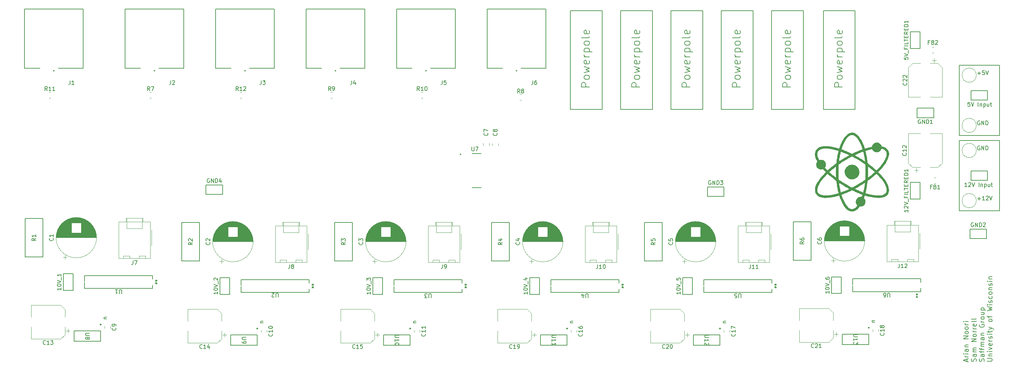
<source format=gbr>
%TF.GenerationSoftware,KiCad,Pcbnew,7.0.9*%
%TF.CreationDate,2023-12-09T12:48:13-06:00*%
%TF.ProjectId,ShutterDriver,53687574-7465-4724-9472-697665722e6b,1*%
%TF.SameCoordinates,Original*%
%TF.FileFunction,Legend,Top*%
%TF.FilePolarity,Positive*%
%FSLAX46Y46*%
G04 Gerber Fmt 4.6, Leading zero omitted, Abs format (unit mm)*
G04 Created by KiCad (PCBNEW 7.0.9) date 2023-12-09 12:48:13*
%MOMM*%
%LPD*%
G01*
G04 APERTURE LIST*
%ADD10C,0.150000*%
%ADD11C,0.120000*%
%ADD12C,0.152400*%
%ADD13C,0.200000*%
%ADD14C,0.250000*%
%ADD15C,0.127000*%
G04 APERTURE END LIST*
D10*
X203201000Y-60779000D02*
X211201000Y-60779000D01*
X211201000Y-85779000D01*
X203201000Y-85779000D01*
X203201000Y-60779000D01*
X177801000Y-60779000D02*
X185801000Y-60779000D01*
X185801000Y-85779000D01*
X177801000Y-85779000D01*
X177801000Y-60779000D01*
X228981000Y-60779000D02*
X236981000Y-60779000D01*
X236981000Y-85779000D01*
X228981000Y-85779000D01*
X228981000Y-60779000D01*
X165101000Y-60779000D02*
X173101000Y-60779000D01*
X173101000Y-85779000D01*
X165101000Y-85779000D01*
X165101000Y-60779000D01*
X190501000Y-60779000D02*
X198501000Y-60779000D01*
X198501000Y-85779000D01*
X190501000Y-85779000D01*
X190501000Y-60779000D01*
X263271000Y-93599000D02*
X273431000Y-93599000D01*
X273431000Y-111379000D01*
X263271000Y-111379000D01*
X263271000Y-93599000D01*
X263271000Y-74549000D02*
X273431000Y-74549000D01*
X273431000Y-92329000D01*
X263271000Y-92329000D01*
X263271000Y-74549000D01*
X215901000Y-60779000D02*
X223901000Y-60779000D01*
X223901000Y-85779000D01*
X215901000Y-85779000D01*
X215901000Y-60779000D01*
X182614608Y-80067001D02*
X180614608Y-80067001D01*
X180614608Y-80067001D02*
X180614608Y-79305096D01*
X180614608Y-79305096D02*
X180709846Y-79114620D01*
X180709846Y-79114620D02*
X180805084Y-79019382D01*
X180805084Y-79019382D02*
X180995560Y-78924144D01*
X180995560Y-78924144D02*
X181281274Y-78924144D01*
X181281274Y-78924144D02*
X181471750Y-79019382D01*
X181471750Y-79019382D02*
X181566989Y-79114620D01*
X181566989Y-79114620D02*
X181662227Y-79305096D01*
X181662227Y-79305096D02*
X181662227Y-80067001D01*
X182614608Y-77781287D02*
X182519370Y-77971763D01*
X182519370Y-77971763D02*
X182424131Y-78067001D01*
X182424131Y-78067001D02*
X182233655Y-78162239D01*
X182233655Y-78162239D02*
X181662227Y-78162239D01*
X181662227Y-78162239D02*
X181471750Y-78067001D01*
X181471750Y-78067001D02*
X181376512Y-77971763D01*
X181376512Y-77971763D02*
X181281274Y-77781287D01*
X181281274Y-77781287D02*
X181281274Y-77495572D01*
X181281274Y-77495572D02*
X181376512Y-77305096D01*
X181376512Y-77305096D02*
X181471750Y-77209858D01*
X181471750Y-77209858D02*
X181662227Y-77114620D01*
X181662227Y-77114620D02*
X182233655Y-77114620D01*
X182233655Y-77114620D02*
X182424131Y-77209858D01*
X182424131Y-77209858D02*
X182519370Y-77305096D01*
X182519370Y-77305096D02*
X182614608Y-77495572D01*
X182614608Y-77495572D02*
X182614608Y-77781287D01*
X181281274Y-76447953D02*
X182614608Y-76067001D01*
X182614608Y-76067001D02*
X181662227Y-75686048D01*
X181662227Y-75686048D02*
X182614608Y-75305096D01*
X182614608Y-75305096D02*
X181281274Y-74924144D01*
X182519370Y-73400334D02*
X182614608Y-73590810D01*
X182614608Y-73590810D02*
X182614608Y-73971763D01*
X182614608Y-73971763D02*
X182519370Y-74162239D01*
X182519370Y-74162239D02*
X182328893Y-74257477D01*
X182328893Y-74257477D02*
X181566989Y-74257477D01*
X181566989Y-74257477D02*
X181376512Y-74162239D01*
X181376512Y-74162239D02*
X181281274Y-73971763D01*
X181281274Y-73971763D02*
X181281274Y-73590810D01*
X181281274Y-73590810D02*
X181376512Y-73400334D01*
X181376512Y-73400334D02*
X181566989Y-73305096D01*
X181566989Y-73305096D02*
X181757465Y-73305096D01*
X181757465Y-73305096D02*
X181947941Y-74257477D01*
X182614608Y-72447953D02*
X181281274Y-72447953D01*
X181662227Y-72447953D02*
X181471750Y-72352715D01*
X181471750Y-72352715D02*
X181376512Y-72257477D01*
X181376512Y-72257477D02*
X181281274Y-72067001D01*
X181281274Y-72067001D02*
X181281274Y-71876524D01*
X181281274Y-71209858D02*
X183281274Y-71209858D01*
X181376512Y-71209858D02*
X181281274Y-71019382D01*
X181281274Y-71019382D02*
X181281274Y-70638429D01*
X181281274Y-70638429D02*
X181376512Y-70447953D01*
X181376512Y-70447953D02*
X181471750Y-70352715D01*
X181471750Y-70352715D02*
X181662227Y-70257477D01*
X181662227Y-70257477D02*
X182233655Y-70257477D01*
X182233655Y-70257477D02*
X182424131Y-70352715D01*
X182424131Y-70352715D02*
X182519370Y-70447953D01*
X182519370Y-70447953D02*
X182614608Y-70638429D01*
X182614608Y-70638429D02*
X182614608Y-71019382D01*
X182614608Y-71019382D02*
X182519370Y-71209858D01*
X182614608Y-69114620D02*
X182519370Y-69305096D01*
X182519370Y-69305096D02*
X182424131Y-69400334D01*
X182424131Y-69400334D02*
X182233655Y-69495572D01*
X182233655Y-69495572D02*
X181662227Y-69495572D01*
X181662227Y-69495572D02*
X181471750Y-69400334D01*
X181471750Y-69400334D02*
X181376512Y-69305096D01*
X181376512Y-69305096D02*
X181281274Y-69114620D01*
X181281274Y-69114620D02*
X181281274Y-68828905D01*
X181281274Y-68828905D02*
X181376512Y-68638429D01*
X181376512Y-68638429D02*
X181471750Y-68543191D01*
X181471750Y-68543191D02*
X181662227Y-68447953D01*
X181662227Y-68447953D02*
X182233655Y-68447953D01*
X182233655Y-68447953D02*
X182424131Y-68543191D01*
X182424131Y-68543191D02*
X182519370Y-68638429D01*
X182519370Y-68638429D02*
X182614608Y-68828905D01*
X182614608Y-68828905D02*
X182614608Y-69114620D01*
X182614608Y-67305096D02*
X182519370Y-67495572D01*
X182519370Y-67495572D02*
X182328893Y-67590810D01*
X182328893Y-67590810D02*
X180614608Y-67590810D01*
X182519370Y-65781286D02*
X182614608Y-65971762D01*
X182614608Y-65971762D02*
X182614608Y-66352715D01*
X182614608Y-66352715D02*
X182519370Y-66543191D01*
X182519370Y-66543191D02*
X182328893Y-66638429D01*
X182328893Y-66638429D02*
X181566989Y-66638429D01*
X181566989Y-66638429D02*
X181376512Y-66543191D01*
X181376512Y-66543191D02*
X181281274Y-66352715D01*
X181281274Y-66352715D02*
X181281274Y-65971762D01*
X181281274Y-65971762D02*
X181376512Y-65781286D01*
X181376512Y-65781286D02*
X181566989Y-65686048D01*
X181566989Y-65686048D02*
X181757465Y-65686048D01*
X181757465Y-65686048D02*
X181947941Y-66638429D01*
X265274588Y-105279819D02*
X264703160Y-105279819D01*
X264988874Y-105279819D02*
X264988874Y-104279819D01*
X264988874Y-104279819D02*
X264893636Y-104422676D01*
X264893636Y-104422676D02*
X264798398Y-104517914D01*
X264798398Y-104517914D02*
X264703160Y-104565533D01*
X265655541Y-104375057D02*
X265703160Y-104327438D01*
X265703160Y-104327438D02*
X265798398Y-104279819D01*
X265798398Y-104279819D02*
X266036493Y-104279819D01*
X266036493Y-104279819D02*
X266131731Y-104327438D01*
X266131731Y-104327438D02*
X266179350Y-104375057D01*
X266179350Y-104375057D02*
X266226969Y-104470295D01*
X266226969Y-104470295D02*
X266226969Y-104565533D01*
X266226969Y-104565533D02*
X266179350Y-104708390D01*
X266179350Y-104708390D02*
X265607922Y-105279819D01*
X265607922Y-105279819D02*
X266226969Y-105279819D01*
X266512684Y-104279819D02*
X266846017Y-105279819D01*
X266846017Y-105279819D02*
X267179350Y-104279819D01*
X268274589Y-105279819D02*
X268274589Y-104279819D01*
X268750779Y-104613152D02*
X268750779Y-105279819D01*
X268750779Y-104708390D02*
X268798398Y-104660771D01*
X268798398Y-104660771D02*
X268893636Y-104613152D01*
X268893636Y-104613152D02*
X269036493Y-104613152D01*
X269036493Y-104613152D02*
X269131731Y-104660771D01*
X269131731Y-104660771D02*
X269179350Y-104756009D01*
X269179350Y-104756009D02*
X269179350Y-105279819D01*
X269655541Y-104613152D02*
X269655541Y-105613152D01*
X269655541Y-104660771D02*
X269750779Y-104613152D01*
X269750779Y-104613152D02*
X269941255Y-104613152D01*
X269941255Y-104613152D02*
X270036493Y-104660771D01*
X270036493Y-104660771D02*
X270084112Y-104708390D01*
X270084112Y-104708390D02*
X270131731Y-104803628D01*
X270131731Y-104803628D02*
X270131731Y-105089342D01*
X270131731Y-105089342D02*
X270084112Y-105184580D01*
X270084112Y-105184580D02*
X270036493Y-105232200D01*
X270036493Y-105232200D02*
X269941255Y-105279819D01*
X269941255Y-105279819D02*
X269750779Y-105279819D01*
X269750779Y-105279819D02*
X269655541Y-105232200D01*
X270988874Y-104613152D02*
X270988874Y-105279819D01*
X270560303Y-104613152D02*
X270560303Y-105136961D01*
X270560303Y-105136961D02*
X270607922Y-105232200D01*
X270607922Y-105232200D02*
X270703160Y-105279819D01*
X270703160Y-105279819D02*
X270846017Y-105279819D01*
X270846017Y-105279819D02*
X270941255Y-105232200D01*
X270941255Y-105232200D02*
X270988874Y-105184580D01*
X271322208Y-104613152D02*
X271703160Y-104613152D01*
X271465065Y-104279819D02*
X271465065Y-105136961D01*
X271465065Y-105136961D02*
X271512684Y-105232200D01*
X271512684Y-105232200D02*
X271607922Y-105279819D01*
X271607922Y-105279819D02*
X271703160Y-105279819D01*
X208014608Y-80067001D02*
X206014608Y-80067001D01*
X206014608Y-80067001D02*
X206014608Y-79305096D01*
X206014608Y-79305096D02*
X206109846Y-79114620D01*
X206109846Y-79114620D02*
X206205084Y-79019382D01*
X206205084Y-79019382D02*
X206395560Y-78924144D01*
X206395560Y-78924144D02*
X206681274Y-78924144D01*
X206681274Y-78924144D02*
X206871750Y-79019382D01*
X206871750Y-79019382D02*
X206966989Y-79114620D01*
X206966989Y-79114620D02*
X207062227Y-79305096D01*
X207062227Y-79305096D02*
X207062227Y-80067001D01*
X208014608Y-77781287D02*
X207919370Y-77971763D01*
X207919370Y-77971763D02*
X207824131Y-78067001D01*
X207824131Y-78067001D02*
X207633655Y-78162239D01*
X207633655Y-78162239D02*
X207062227Y-78162239D01*
X207062227Y-78162239D02*
X206871750Y-78067001D01*
X206871750Y-78067001D02*
X206776512Y-77971763D01*
X206776512Y-77971763D02*
X206681274Y-77781287D01*
X206681274Y-77781287D02*
X206681274Y-77495572D01*
X206681274Y-77495572D02*
X206776512Y-77305096D01*
X206776512Y-77305096D02*
X206871750Y-77209858D01*
X206871750Y-77209858D02*
X207062227Y-77114620D01*
X207062227Y-77114620D02*
X207633655Y-77114620D01*
X207633655Y-77114620D02*
X207824131Y-77209858D01*
X207824131Y-77209858D02*
X207919370Y-77305096D01*
X207919370Y-77305096D02*
X208014608Y-77495572D01*
X208014608Y-77495572D02*
X208014608Y-77781287D01*
X206681274Y-76447953D02*
X208014608Y-76067001D01*
X208014608Y-76067001D02*
X207062227Y-75686048D01*
X207062227Y-75686048D02*
X208014608Y-75305096D01*
X208014608Y-75305096D02*
X206681274Y-74924144D01*
X207919370Y-73400334D02*
X208014608Y-73590810D01*
X208014608Y-73590810D02*
X208014608Y-73971763D01*
X208014608Y-73971763D02*
X207919370Y-74162239D01*
X207919370Y-74162239D02*
X207728893Y-74257477D01*
X207728893Y-74257477D02*
X206966989Y-74257477D01*
X206966989Y-74257477D02*
X206776512Y-74162239D01*
X206776512Y-74162239D02*
X206681274Y-73971763D01*
X206681274Y-73971763D02*
X206681274Y-73590810D01*
X206681274Y-73590810D02*
X206776512Y-73400334D01*
X206776512Y-73400334D02*
X206966989Y-73305096D01*
X206966989Y-73305096D02*
X207157465Y-73305096D01*
X207157465Y-73305096D02*
X207347941Y-74257477D01*
X208014608Y-72447953D02*
X206681274Y-72447953D01*
X207062227Y-72447953D02*
X206871750Y-72352715D01*
X206871750Y-72352715D02*
X206776512Y-72257477D01*
X206776512Y-72257477D02*
X206681274Y-72067001D01*
X206681274Y-72067001D02*
X206681274Y-71876524D01*
X206681274Y-71209858D02*
X208681274Y-71209858D01*
X206776512Y-71209858D02*
X206681274Y-71019382D01*
X206681274Y-71019382D02*
X206681274Y-70638429D01*
X206681274Y-70638429D02*
X206776512Y-70447953D01*
X206776512Y-70447953D02*
X206871750Y-70352715D01*
X206871750Y-70352715D02*
X207062227Y-70257477D01*
X207062227Y-70257477D02*
X207633655Y-70257477D01*
X207633655Y-70257477D02*
X207824131Y-70352715D01*
X207824131Y-70352715D02*
X207919370Y-70447953D01*
X207919370Y-70447953D02*
X208014608Y-70638429D01*
X208014608Y-70638429D02*
X208014608Y-71019382D01*
X208014608Y-71019382D02*
X207919370Y-71209858D01*
X208014608Y-69114620D02*
X207919370Y-69305096D01*
X207919370Y-69305096D02*
X207824131Y-69400334D01*
X207824131Y-69400334D02*
X207633655Y-69495572D01*
X207633655Y-69495572D02*
X207062227Y-69495572D01*
X207062227Y-69495572D02*
X206871750Y-69400334D01*
X206871750Y-69400334D02*
X206776512Y-69305096D01*
X206776512Y-69305096D02*
X206681274Y-69114620D01*
X206681274Y-69114620D02*
X206681274Y-68828905D01*
X206681274Y-68828905D02*
X206776512Y-68638429D01*
X206776512Y-68638429D02*
X206871750Y-68543191D01*
X206871750Y-68543191D02*
X207062227Y-68447953D01*
X207062227Y-68447953D02*
X207633655Y-68447953D01*
X207633655Y-68447953D02*
X207824131Y-68543191D01*
X207824131Y-68543191D02*
X207919370Y-68638429D01*
X207919370Y-68638429D02*
X208014608Y-68828905D01*
X208014608Y-68828905D02*
X208014608Y-69114620D01*
X208014608Y-67305096D02*
X207919370Y-67495572D01*
X207919370Y-67495572D02*
X207728893Y-67590810D01*
X207728893Y-67590810D02*
X206014608Y-67590810D01*
X207919370Y-65781286D02*
X208014608Y-65971762D01*
X208014608Y-65971762D02*
X208014608Y-66352715D01*
X208014608Y-66352715D02*
X207919370Y-66543191D01*
X207919370Y-66543191D02*
X207728893Y-66638429D01*
X207728893Y-66638429D02*
X206966989Y-66638429D01*
X206966989Y-66638429D02*
X206776512Y-66543191D01*
X206776512Y-66543191D02*
X206681274Y-66352715D01*
X206681274Y-66352715D02*
X206681274Y-65971762D01*
X206681274Y-65971762D02*
X206776512Y-65781286D01*
X206776512Y-65781286D02*
X206966989Y-65686048D01*
X206966989Y-65686048D02*
X207157465Y-65686048D01*
X207157465Y-65686048D02*
X207347941Y-66638429D01*
X265988969Y-83959819D02*
X265512779Y-83959819D01*
X265512779Y-83959819D02*
X265465160Y-84436009D01*
X265465160Y-84436009D02*
X265512779Y-84388390D01*
X265512779Y-84388390D02*
X265608017Y-84340771D01*
X265608017Y-84340771D02*
X265846112Y-84340771D01*
X265846112Y-84340771D02*
X265941350Y-84388390D01*
X265941350Y-84388390D02*
X265988969Y-84436009D01*
X265988969Y-84436009D02*
X266036588Y-84531247D01*
X266036588Y-84531247D02*
X266036588Y-84769342D01*
X266036588Y-84769342D02*
X265988969Y-84864580D01*
X265988969Y-84864580D02*
X265941350Y-84912200D01*
X265941350Y-84912200D02*
X265846112Y-84959819D01*
X265846112Y-84959819D02*
X265608017Y-84959819D01*
X265608017Y-84959819D02*
X265512779Y-84912200D01*
X265512779Y-84912200D02*
X265465160Y-84864580D01*
X266322303Y-83959819D02*
X266655636Y-84959819D01*
X266655636Y-84959819D02*
X266988969Y-83959819D01*
X268084208Y-84959819D02*
X268084208Y-83959819D01*
X268560398Y-84293152D02*
X268560398Y-84959819D01*
X268560398Y-84388390D02*
X268608017Y-84340771D01*
X268608017Y-84340771D02*
X268703255Y-84293152D01*
X268703255Y-84293152D02*
X268846112Y-84293152D01*
X268846112Y-84293152D02*
X268941350Y-84340771D01*
X268941350Y-84340771D02*
X268988969Y-84436009D01*
X268988969Y-84436009D02*
X268988969Y-84959819D01*
X269465160Y-84293152D02*
X269465160Y-85293152D01*
X269465160Y-84340771D02*
X269560398Y-84293152D01*
X269560398Y-84293152D02*
X269750874Y-84293152D01*
X269750874Y-84293152D02*
X269846112Y-84340771D01*
X269846112Y-84340771D02*
X269893731Y-84388390D01*
X269893731Y-84388390D02*
X269941350Y-84483628D01*
X269941350Y-84483628D02*
X269941350Y-84769342D01*
X269941350Y-84769342D02*
X269893731Y-84864580D01*
X269893731Y-84864580D02*
X269846112Y-84912200D01*
X269846112Y-84912200D02*
X269750874Y-84959819D01*
X269750874Y-84959819D02*
X269560398Y-84959819D01*
X269560398Y-84959819D02*
X269465160Y-84912200D01*
X270798493Y-84293152D02*
X270798493Y-84959819D01*
X270369922Y-84293152D02*
X270369922Y-84816961D01*
X270369922Y-84816961D02*
X270417541Y-84912200D01*
X270417541Y-84912200D02*
X270512779Y-84959819D01*
X270512779Y-84959819D02*
X270655636Y-84959819D01*
X270655636Y-84959819D02*
X270750874Y-84912200D01*
X270750874Y-84912200D02*
X270798493Y-84864580D01*
X271131827Y-84293152D02*
X271512779Y-84293152D01*
X271274684Y-83959819D02*
X271274684Y-84816961D01*
X271274684Y-84816961D02*
X271322303Y-84912200D01*
X271322303Y-84912200D02*
X271417541Y-84959819D01*
X271417541Y-84959819D02*
X271512779Y-84959819D01*
X169914608Y-80067001D02*
X167914608Y-80067001D01*
X167914608Y-80067001D02*
X167914608Y-79305096D01*
X167914608Y-79305096D02*
X168009846Y-79114620D01*
X168009846Y-79114620D02*
X168105084Y-79019382D01*
X168105084Y-79019382D02*
X168295560Y-78924144D01*
X168295560Y-78924144D02*
X168581274Y-78924144D01*
X168581274Y-78924144D02*
X168771750Y-79019382D01*
X168771750Y-79019382D02*
X168866989Y-79114620D01*
X168866989Y-79114620D02*
X168962227Y-79305096D01*
X168962227Y-79305096D02*
X168962227Y-80067001D01*
X169914608Y-77781287D02*
X169819370Y-77971763D01*
X169819370Y-77971763D02*
X169724131Y-78067001D01*
X169724131Y-78067001D02*
X169533655Y-78162239D01*
X169533655Y-78162239D02*
X168962227Y-78162239D01*
X168962227Y-78162239D02*
X168771750Y-78067001D01*
X168771750Y-78067001D02*
X168676512Y-77971763D01*
X168676512Y-77971763D02*
X168581274Y-77781287D01*
X168581274Y-77781287D02*
X168581274Y-77495572D01*
X168581274Y-77495572D02*
X168676512Y-77305096D01*
X168676512Y-77305096D02*
X168771750Y-77209858D01*
X168771750Y-77209858D02*
X168962227Y-77114620D01*
X168962227Y-77114620D02*
X169533655Y-77114620D01*
X169533655Y-77114620D02*
X169724131Y-77209858D01*
X169724131Y-77209858D02*
X169819370Y-77305096D01*
X169819370Y-77305096D02*
X169914608Y-77495572D01*
X169914608Y-77495572D02*
X169914608Y-77781287D01*
X168581274Y-76447953D02*
X169914608Y-76067001D01*
X169914608Y-76067001D02*
X168962227Y-75686048D01*
X168962227Y-75686048D02*
X169914608Y-75305096D01*
X169914608Y-75305096D02*
X168581274Y-74924144D01*
X169819370Y-73400334D02*
X169914608Y-73590810D01*
X169914608Y-73590810D02*
X169914608Y-73971763D01*
X169914608Y-73971763D02*
X169819370Y-74162239D01*
X169819370Y-74162239D02*
X169628893Y-74257477D01*
X169628893Y-74257477D02*
X168866989Y-74257477D01*
X168866989Y-74257477D02*
X168676512Y-74162239D01*
X168676512Y-74162239D02*
X168581274Y-73971763D01*
X168581274Y-73971763D02*
X168581274Y-73590810D01*
X168581274Y-73590810D02*
X168676512Y-73400334D01*
X168676512Y-73400334D02*
X168866989Y-73305096D01*
X168866989Y-73305096D02*
X169057465Y-73305096D01*
X169057465Y-73305096D02*
X169247941Y-74257477D01*
X169914608Y-72447953D02*
X168581274Y-72447953D01*
X168962227Y-72447953D02*
X168771750Y-72352715D01*
X168771750Y-72352715D02*
X168676512Y-72257477D01*
X168676512Y-72257477D02*
X168581274Y-72067001D01*
X168581274Y-72067001D02*
X168581274Y-71876524D01*
X168581274Y-71209858D02*
X170581274Y-71209858D01*
X168676512Y-71209858D02*
X168581274Y-71019382D01*
X168581274Y-71019382D02*
X168581274Y-70638429D01*
X168581274Y-70638429D02*
X168676512Y-70447953D01*
X168676512Y-70447953D02*
X168771750Y-70352715D01*
X168771750Y-70352715D02*
X168962227Y-70257477D01*
X168962227Y-70257477D02*
X169533655Y-70257477D01*
X169533655Y-70257477D02*
X169724131Y-70352715D01*
X169724131Y-70352715D02*
X169819370Y-70447953D01*
X169819370Y-70447953D02*
X169914608Y-70638429D01*
X169914608Y-70638429D02*
X169914608Y-71019382D01*
X169914608Y-71019382D02*
X169819370Y-71209858D01*
X169914608Y-69114620D02*
X169819370Y-69305096D01*
X169819370Y-69305096D02*
X169724131Y-69400334D01*
X169724131Y-69400334D02*
X169533655Y-69495572D01*
X169533655Y-69495572D02*
X168962227Y-69495572D01*
X168962227Y-69495572D02*
X168771750Y-69400334D01*
X168771750Y-69400334D02*
X168676512Y-69305096D01*
X168676512Y-69305096D02*
X168581274Y-69114620D01*
X168581274Y-69114620D02*
X168581274Y-68828905D01*
X168581274Y-68828905D02*
X168676512Y-68638429D01*
X168676512Y-68638429D02*
X168771750Y-68543191D01*
X168771750Y-68543191D02*
X168962227Y-68447953D01*
X168962227Y-68447953D02*
X169533655Y-68447953D01*
X169533655Y-68447953D02*
X169724131Y-68543191D01*
X169724131Y-68543191D02*
X169819370Y-68638429D01*
X169819370Y-68638429D02*
X169914608Y-68828905D01*
X169914608Y-68828905D02*
X169914608Y-69114620D01*
X169914608Y-67305096D02*
X169819370Y-67495572D01*
X169819370Y-67495572D02*
X169628893Y-67590810D01*
X169628893Y-67590810D02*
X167914608Y-67590810D01*
X169819370Y-65781286D02*
X169914608Y-65971762D01*
X169914608Y-65971762D02*
X169914608Y-66352715D01*
X169914608Y-66352715D02*
X169819370Y-66543191D01*
X169819370Y-66543191D02*
X169628893Y-66638429D01*
X169628893Y-66638429D02*
X168866989Y-66638429D01*
X168866989Y-66638429D02*
X168676512Y-66543191D01*
X168676512Y-66543191D02*
X168581274Y-66352715D01*
X168581274Y-66352715D02*
X168581274Y-65971762D01*
X168581274Y-65971762D02*
X168676512Y-65781286D01*
X168676512Y-65781286D02*
X168866989Y-65686048D01*
X168866989Y-65686048D02*
X169057465Y-65686048D01*
X169057465Y-65686048D02*
X169247941Y-66638429D01*
X265224580Y-149523220D02*
X265224580Y-148927982D01*
X265581723Y-149642268D02*
X264331723Y-149225601D01*
X264331723Y-149225601D02*
X265581723Y-148808935D01*
X265581723Y-148392267D02*
X264748390Y-148392267D01*
X264986485Y-148392267D02*
X264867438Y-148332744D01*
X264867438Y-148332744D02*
X264807914Y-148273220D01*
X264807914Y-148273220D02*
X264748390Y-148154172D01*
X264748390Y-148154172D02*
X264748390Y-148035125D01*
X265581723Y-147618457D02*
X264748390Y-147618457D01*
X264331723Y-147618457D02*
X264391247Y-147677981D01*
X264391247Y-147677981D02*
X264450771Y-147618457D01*
X264450771Y-147618457D02*
X264391247Y-147558934D01*
X264391247Y-147558934D02*
X264331723Y-147618457D01*
X264331723Y-147618457D02*
X264450771Y-147618457D01*
X265581723Y-146487505D02*
X264926961Y-146487505D01*
X264926961Y-146487505D02*
X264807914Y-146547029D01*
X264807914Y-146547029D02*
X264748390Y-146666077D01*
X264748390Y-146666077D02*
X264748390Y-146904172D01*
X264748390Y-146904172D02*
X264807914Y-147023219D01*
X265522200Y-146487505D02*
X265581723Y-146606553D01*
X265581723Y-146606553D02*
X265581723Y-146904172D01*
X265581723Y-146904172D02*
X265522200Y-147023219D01*
X265522200Y-147023219D02*
X265403152Y-147082743D01*
X265403152Y-147082743D02*
X265284104Y-147082743D01*
X265284104Y-147082743D02*
X265165057Y-147023219D01*
X265165057Y-147023219D02*
X265105533Y-146904172D01*
X265105533Y-146904172D02*
X265105533Y-146606553D01*
X265105533Y-146606553D02*
X265046009Y-146487505D01*
X264748390Y-145892267D02*
X265581723Y-145892267D01*
X264867438Y-145892267D02*
X264807914Y-145832744D01*
X264807914Y-145832744D02*
X264748390Y-145713696D01*
X264748390Y-145713696D02*
X264748390Y-145535125D01*
X264748390Y-145535125D02*
X264807914Y-145416077D01*
X264807914Y-145416077D02*
X264926961Y-145356553D01*
X264926961Y-145356553D02*
X265581723Y-145356553D01*
X265581723Y-143808934D02*
X264331723Y-143808934D01*
X264331723Y-143808934D02*
X265581723Y-143094649D01*
X265581723Y-143094649D02*
X264331723Y-143094649D01*
X265581723Y-142320839D02*
X265522200Y-142439887D01*
X265522200Y-142439887D02*
X265462676Y-142499410D01*
X265462676Y-142499410D02*
X265343628Y-142558934D01*
X265343628Y-142558934D02*
X264986485Y-142558934D01*
X264986485Y-142558934D02*
X264867438Y-142499410D01*
X264867438Y-142499410D02*
X264807914Y-142439887D01*
X264807914Y-142439887D02*
X264748390Y-142320839D01*
X264748390Y-142320839D02*
X264748390Y-142142268D01*
X264748390Y-142142268D02*
X264807914Y-142023220D01*
X264807914Y-142023220D02*
X264867438Y-141963696D01*
X264867438Y-141963696D02*
X264986485Y-141904172D01*
X264986485Y-141904172D02*
X265343628Y-141904172D01*
X265343628Y-141904172D02*
X265462676Y-141963696D01*
X265462676Y-141963696D02*
X265522200Y-142023220D01*
X265522200Y-142023220D02*
X265581723Y-142142268D01*
X265581723Y-142142268D02*
X265581723Y-142320839D01*
X265581723Y-141189887D02*
X265522200Y-141308935D01*
X265522200Y-141308935D02*
X265462676Y-141368458D01*
X265462676Y-141368458D02*
X265343628Y-141427982D01*
X265343628Y-141427982D02*
X264986485Y-141427982D01*
X264986485Y-141427982D02*
X264867438Y-141368458D01*
X264867438Y-141368458D02*
X264807914Y-141308935D01*
X264807914Y-141308935D02*
X264748390Y-141189887D01*
X264748390Y-141189887D02*
X264748390Y-141011316D01*
X264748390Y-141011316D02*
X264807914Y-140892268D01*
X264807914Y-140892268D02*
X264867438Y-140832744D01*
X264867438Y-140832744D02*
X264986485Y-140773220D01*
X264986485Y-140773220D02*
X265343628Y-140773220D01*
X265343628Y-140773220D02*
X265462676Y-140832744D01*
X265462676Y-140832744D02*
X265522200Y-140892268D01*
X265522200Y-140892268D02*
X265581723Y-141011316D01*
X265581723Y-141011316D02*
X265581723Y-141189887D01*
X265581723Y-140237506D02*
X264748390Y-140237506D01*
X264986485Y-140237506D02*
X264867438Y-140177983D01*
X264867438Y-140177983D02*
X264807914Y-140118459D01*
X264807914Y-140118459D02*
X264748390Y-139999411D01*
X264748390Y-139999411D02*
X264748390Y-139880364D01*
X265581723Y-139463696D02*
X264748390Y-139463696D01*
X264331723Y-139463696D02*
X264391247Y-139523220D01*
X264391247Y-139523220D02*
X264450771Y-139463696D01*
X264450771Y-139463696D02*
X264391247Y-139404173D01*
X264391247Y-139404173D02*
X264331723Y-139463696D01*
X264331723Y-139463696D02*
X264450771Y-139463696D01*
X267534700Y-149523220D02*
X267594223Y-149344649D01*
X267594223Y-149344649D02*
X267594223Y-149047030D01*
X267594223Y-149047030D02*
X267534700Y-148927982D01*
X267534700Y-148927982D02*
X267475176Y-148868458D01*
X267475176Y-148868458D02*
X267356128Y-148808935D01*
X267356128Y-148808935D02*
X267237080Y-148808935D01*
X267237080Y-148808935D02*
X267118033Y-148868458D01*
X267118033Y-148868458D02*
X267058509Y-148927982D01*
X267058509Y-148927982D02*
X266998985Y-149047030D01*
X266998985Y-149047030D02*
X266939461Y-149285125D01*
X266939461Y-149285125D02*
X266879938Y-149404173D01*
X266879938Y-149404173D02*
X266820414Y-149463696D01*
X266820414Y-149463696D02*
X266701366Y-149523220D01*
X266701366Y-149523220D02*
X266582319Y-149523220D01*
X266582319Y-149523220D02*
X266463271Y-149463696D01*
X266463271Y-149463696D02*
X266403747Y-149404173D01*
X266403747Y-149404173D02*
X266344223Y-149285125D01*
X266344223Y-149285125D02*
X266344223Y-148987506D01*
X266344223Y-148987506D02*
X266403747Y-148808935D01*
X267594223Y-147737506D02*
X266939461Y-147737506D01*
X266939461Y-147737506D02*
X266820414Y-147797030D01*
X266820414Y-147797030D02*
X266760890Y-147916078D01*
X266760890Y-147916078D02*
X266760890Y-148154173D01*
X266760890Y-148154173D02*
X266820414Y-148273220D01*
X267534700Y-147737506D02*
X267594223Y-147856554D01*
X267594223Y-147856554D02*
X267594223Y-148154173D01*
X267594223Y-148154173D02*
X267534700Y-148273220D01*
X267534700Y-148273220D02*
X267415652Y-148332744D01*
X267415652Y-148332744D02*
X267296604Y-148332744D01*
X267296604Y-148332744D02*
X267177557Y-148273220D01*
X267177557Y-148273220D02*
X267118033Y-148154173D01*
X267118033Y-148154173D02*
X267118033Y-147856554D01*
X267118033Y-147856554D02*
X267058509Y-147737506D01*
X267594223Y-147142268D02*
X266760890Y-147142268D01*
X266879938Y-147142268D02*
X266820414Y-147082745D01*
X266820414Y-147082745D02*
X266760890Y-146963697D01*
X266760890Y-146963697D02*
X266760890Y-146785126D01*
X266760890Y-146785126D02*
X266820414Y-146666078D01*
X266820414Y-146666078D02*
X266939461Y-146606554D01*
X266939461Y-146606554D02*
X267594223Y-146606554D01*
X266939461Y-146606554D02*
X266820414Y-146547030D01*
X266820414Y-146547030D02*
X266760890Y-146427983D01*
X266760890Y-146427983D02*
X266760890Y-146249411D01*
X266760890Y-146249411D02*
X266820414Y-146130364D01*
X266820414Y-146130364D02*
X266939461Y-146070840D01*
X266939461Y-146070840D02*
X267594223Y-146070840D01*
X267594223Y-144523220D02*
X266344223Y-144523220D01*
X266344223Y-144523220D02*
X267594223Y-143808935D01*
X267594223Y-143808935D02*
X266344223Y-143808935D01*
X267594223Y-143035125D02*
X267534700Y-143154173D01*
X267534700Y-143154173D02*
X267475176Y-143213696D01*
X267475176Y-143213696D02*
X267356128Y-143273220D01*
X267356128Y-143273220D02*
X266998985Y-143273220D01*
X266998985Y-143273220D02*
X266879938Y-143213696D01*
X266879938Y-143213696D02*
X266820414Y-143154173D01*
X266820414Y-143154173D02*
X266760890Y-143035125D01*
X266760890Y-143035125D02*
X266760890Y-142856554D01*
X266760890Y-142856554D02*
X266820414Y-142737506D01*
X266820414Y-142737506D02*
X266879938Y-142677982D01*
X266879938Y-142677982D02*
X266998985Y-142618458D01*
X266998985Y-142618458D02*
X267356128Y-142618458D01*
X267356128Y-142618458D02*
X267475176Y-142677982D01*
X267475176Y-142677982D02*
X267534700Y-142737506D01*
X267534700Y-142737506D02*
X267594223Y-142856554D01*
X267594223Y-142856554D02*
X267594223Y-143035125D01*
X267594223Y-142082744D02*
X266760890Y-142082744D01*
X266998985Y-142082744D02*
X266879938Y-142023221D01*
X266879938Y-142023221D02*
X266820414Y-141963697D01*
X266820414Y-141963697D02*
X266760890Y-141844649D01*
X266760890Y-141844649D02*
X266760890Y-141725602D01*
X267594223Y-141308934D02*
X266760890Y-141308934D01*
X266998985Y-141308934D02*
X266879938Y-141249411D01*
X266879938Y-141249411D02*
X266820414Y-141189887D01*
X266820414Y-141189887D02*
X266760890Y-141070839D01*
X266760890Y-141070839D02*
X266760890Y-140951792D01*
X267534700Y-140058934D02*
X267594223Y-140177982D01*
X267594223Y-140177982D02*
X267594223Y-140416077D01*
X267594223Y-140416077D02*
X267534700Y-140535124D01*
X267534700Y-140535124D02*
X267415652Y-140594648D01*
X267415652Y-140594648D02*
X266939461Y-140594648D01*
X266939461Y-140594648D02*
X266820414Y-140535124D01*
X266820414Y-140535124D02*
X266760890Y-140416077D01*
X266760890Y-140416077D02*
X266760890Y-140177982D01*
X266760890Y-140177982D02*
X266820414Y-140058934D01*
X266820414Y-140058934D02*
X266939461Y-139999410D01*
X266939461Y-139999410D02*
X267058509Y-139999410D01*
X267058509Y-139999410D02*
X267177557Y-140594648D01*
X267594223Y-139285124D02*
X267534700Y-139404172D01*
X267534700Y-139404172D02*
X267415652Y-139463695D01*
X267415652Y-139463695D02*
X266344223Y-139463695D01*
X267594223Y-138630362D02*
X267534700Y-138749410D01*
X267534700Y-138749410D02*
X267415652Y-138808933D01*
X267415652Y-138808933D02*
X266344223Y-138808933D01*
X269547200Y-149523220D02*
X269606723Y-149344649D01*
X269606723Y-149344649D02*
X269606723Y-149047030D01*
X269606723Y-149047030D02*
X269547200Y-148927982D01*
X269547200Y-148927982D02*
X269487676Y-148868458D01*
X269487676Y-148868458D02*
X269368628Y-148808935D01*
X269368628Y-148808935D02*
X269249580Y-148808935D01*
X269249580Y-148808935D02*
X269130533Y-148868458D01*
X269130533Y-148868458D02*
X269071009Y-148927982D01*
X269071009Y-148927982D02*
X269011485Y-149047030D01*
X269011485Y-149047030D02*
X268951961Y-149285125D01*
X268951961Y-149285125D02*
X268892438Y-149404173D01*
X268892438Y-149404173D02*
X268832914Y-149463696D01*
X268832914Y-149463696D02*
X268713866Y-149523220D01*
X268713866Y-149523220D02*
X268594819Y-149523220D01*
X268594819Y-149523220D02*
X268475771Y-149463696D01*
X268475771Y-149463696D02*
X268416247Y-149404173D01*
X268416247Y-149404173D02*
X268356723Y-149285125D01*
X268356723Y-149285125D02*
X268356723Y-148987506D01*
X268356723Y-148987506D02*
X268416247Y-148808935D01*
X269606723Y-147737506D02*
X268951961Y-147737506D01*
X268951961Y-147737506D02*
X268832914Y-147797030D01*
X268832914Y-147797030D02*
X268773390Y-147916078D01*
X268773390Y-147916078D02*
X268773390Y-148154173D01*
X268773390Y-148154173D02*
X268832914Y-148273220D01*
X269547200Y-147737506D02*
X269606723Y-147856554D01*
X269606723Y-147856554D02*
X269606723Y-148154173D01*
X269606723Y-148154173D02*
X269547200Y-148273220D01*
X269547200Y-148273220D02*
X269428152Y-148332744D01*
X269428152Y-148332744D02*
X269309104Y-148332744D01*
X269309104Y-148332744D02*
X269190057Y-148273220D01*
X269190057Y-148273220D02*
X269130533Y-148154173D01*
X269130533Y-148154173D02*
X269130533Y-147856554D01*
X269130533Y-147856554D02*
X269071009Y-147737506D01*
X268773390Y-147320840D02*
X268773390Y-146844649D01*
X269606723Y-147142268D02*
X268535295Y-147142268D01*
X268535295Y-147142268D02*
X268416247Y-147082745D01*
X268416247Y-147082745D02*
X268356723Y-146963697D01*
X268356723Y-146963697D02*
X268356723Y-146844649D01*
X268773390Y-146606554D02*
X268773390Y-146130363D01*
X269606723Y-146427982D02*
X268535295Y-146427982D01*
X268535295Y-146427982D02*
X268416247Y-146368459D01*
X268416247Y-146368459D02*
X268356723Y-146249411D01*
X268356723Y-146249411D02*
X268356723Y-146130363D01*
X269606723Y-145713696D02*
X268773390Y-145713696D01*
X268892438Y-145713696D02*
X268832914Y-145654173D01*
X268832914Y-145654173D02*
X268773390Y-145535125D01*
X268773390Y-145535125D02*
X268773390Y-145356554D01*
X268773390Y-145356554D02*
X268832914Y-145237506D01*
X268832914Y-145237506D02*
X268951961Y-145177982D01*
X268951961Y-145177982D02*
X269606723Y-145177982D01*
X268951961Y-145177982D02*
X268832914Y-145118458D01*
X268832914Y-145118458D02*
X268773390Y-144999411D01*
X268773390Y-144999411D02*
X268773390Y-144820839D01*
X268773390Y-144820839D02*
X268832914Y-144701792D01*
X268832914Y-144701792D02*
X268951961Y-144642268D01*
X268951961Y-144642268D02*
X269606723Y-144642268D01*
X269606723Y-143511315D02*
X268951961Y-143511315D01*
X268951961Y-143511315D02*
X268832914Y-143570839D01*
X268832914Y-143570839D02*
X268773390Y-143689887D01*
X268773390Y-143689887D02*
X268773390Y-143927982D01*
X268773390Y-143927982D02*
X268832914Y-144047029D01*
X269547200Y-143511315D02*
X269606723Y-143630363D01*
X269606723Y-143630363D02*
X269606723Y-143927982D01*
X269606723Y-143927982D02*
X269547200Y-144047029D01*
X269547200Y-144047029D02*
X269428152Y-144106553D01*
X269428152Y-144106553D02*
X269309104Y-144106553D01*
X269309104Y-144106553D02*
X269190057Y-144047029D01*
X269190057Y-144047029D02*
X269130533Y-143927982D01*
X269130533Y-143927982D02*
X269130533Y-143630363D01*
X269130533Y-143630363D02*
X269071009Y-143511315D01*
X268773390Y-142916077D02*
X269606723Y-142916077D01*
X268892438Y-142916077D02*
X268832914Y-142856554D01*
X268832914Y-142856554D02*
X268773390Y-142737506D01*
X268773390Y-142737506D02*
X268773390Y-142558935D01*
X268773390Y-142558935D02*
X268832914Y-142439887D01*
X268832914Y-142439887D02*
X268951961Y-142380363D01*
X268951961Y-142380363D02*
X269606723Y-142380363D01*
X268416247Y-140177983D02*
X268356723Y-140297030D01*
X268356723Y-140297030D02*
X268356723Y-140475602D01*
X268356723Y-140475602D02*
X268416247Y-140654173D01*
X268416247Y-140654173D02*
X268535295Y-140773221D01*
X268535295Y-140773221D02*
X268654342Y-140832744D01*
X268654342Y-140832744D02*
X268892438Y-140892268D01*
X268892438Y-140892268D02*
X269071009Y-140892268D01*
X269071009Y-140892268D02*
X269309104Y-140832744D01*
X269309104Y-140832744D02*
X269428152Y-140773221D01*
X269428152Y-140773221D02*
X269547200Y-140654173D01*
X269547200Y-140654173D02*
X269606723Y-140475602D01*
X269606723Y-140475602D02*
X269606723Y-140356554D01*
X269606723Y-140356554D02*
X269547200Y-140177983D01*
X269547200Y-140177983D02*
X269487676Y-140118459D01*
X269487676Y-140118459D02*
X269071009Y-140118459D01*
X269071009Y-140118459D02*
X269071009Y-140356554D01*
X269606723Y-139582744D02*
X268773390Y-139582744D01*
X269011485Y-139582744D02*
X268892438Y-139523221D01*
X268892438Y-139523221D02*
X268832914Y-139463697D01*
X268832914Y-139463697D02*
X268773390Y-139344649D01*
X268773390Y-139344649D02*
X268773390Y-139225602D01*
X269606723Y-138630363D02*
X269547200Y-138749411D01*
X269547200Y-138749411D02*
X269487676Y-138808934D01*
X269487676Y-138808934D02*
X269368628Y-138868458D01*
X269368628Y-138868458D02*
X269011485Y-138868458D01*
X269011485Y-138868458D02*
X268892438Y-138808934D01*
X268892438Y-138808934D02*
X268832914Y-138749411D01*
X268832914Y-138749411D02*
X268773390Y-138630363D01*
X268773390Y-138630363D02*
X268773390Y-138451792D01*
X268773390Y-138451792D02*
X268832914Y-138332744D01*
X268832914Y-138332744D02*
X268892438Y-138273220D01*
X268892438Y-138273220D02*
X269011485Y-138213696D01*
X269011485Y-138213696D02*
X269368628Y-138213696D01*
X269368628Y-138213696D02*
X269487676Y-138273220D01*
X269487676Y-138273220D02*
X269547200Y-138332744D01*
X269547200Y-138332744D02*
X269606723Y-138451792D01*
X269606723Y-138451792D02*
X269606723Y-138630363D01*
X268773390Y-137142268D02*
X269606723Y-137142268D01*
X268773390Y-137677982D02*
X269428152Y-137677982D01*
X269428152Y-137677982D02*
X269547200Y-137618459D01*
X269547200Y-137618459D02*
X269606723Y-137499411D01*
X269606723Y-137499411D02*
X269606723Y-137320840D01*
X269606723Y-137320840D02*
X269547200Y-137201792D01*
X269547200Y-137201792D02*
X269487676Y-137142268D01*
X268773390Y-136547030D02*
X270023390Y-136547030D01*
X268832914Y-136547030D02*
X268773390Y-136427983D01*
X268773390Y-136427983D02*
X268773390Y-136189888D01*
X268773390Y-136189888D02*
X268832914Y-136070840D01*
X268832914Y-136070840D02*
X268892438Y-136011316D01*
X268892438Y-136011316D02*
X269011485Y-135951792D01*
X269011485Y-135951792D02*
X269368628Y-135951792D01*
X269368628Y-135951792D02*
X269487676Y-136011316D01*
X269487676Y-136011316D02*
X269547200Y-136070840D01*
X269547200Y-136070840D02*
X269606723Y-136189888D01*
X269606723Y-136189888D02*
X269606723Y-136427983D01*
X269606723Y-136427983D02*
X269547200Y-136547030D01*
X270369223Y-149463696D02*
X271381128Y-149463696D01*
X271381128Y-149463696D02*
X271500176Y-149404173D01*
X271500176Y-149404173D02*
X271559700Y-149344649D01*
X271559700Y-149344649D02*
X271619223Y-149225601D01*
X271619223Y-149225601D02*
X271619223Y-148987506D01*
X271619223Y-148987506D02*
X271559700Y-148868458D01*
X271559700Y-148868458D02*
X271500176Y-148808935D01*
X271500176Y-148808935D02*
X271381128Y-148749411D01*
X271381128Y-148749411D02*
X270369223Y-148749411D01*
X270785890Y-148154172D02*
X271619223Y-148154172D01*
X270904938Y-148154172D02*
X270845414Y-148094649D01*
X270845414Y-148094649D02*
X270785890Y-147975601D01*
X270785890Y-147975601D02*
X270785890Y-147797030D01*
X270785890Y-147797030D02*
X270845414Y-147677982D01*
X270845414Y-147677982D02*
X270964461Y-147618458D01*
X270964461Y-147618458D02*
X271619223Y-147618458D01*
X271619223Y-147023220D02*
X270785890Y-147023220D01*
X270369223Y-147023220D02*
X270428747Y-147082744D01*
X270428747Y-147082744D02*
X270488271Y-147023220D01*
X270488271Y-147023220D02*
X270428747Y-146963697D01*
X270428747Y-146963697D02*
X270369223Y-147023220D01*
X270369223Y-147023220D02*
X270488271Y-147023220D01*
X270785890Y-146547030D02*
X271619223Y-146249411D01*
X271619223Y-146249411D02*
X270785890Y-145951792D01*
X271559700Y-144999411D02*
X271619223Y-145118459D01*
X271619223Y-145118459D02*
X271619223Y-145356554D01*
X271619223Y-145356554D02*
X271559700Y-145475601D01*
X271559700Y-145475601D02*
X271440652Y-145535125D01*
X271440652Y-145535125D02*
X270964461Y-145535125D01*
X270964461Y-145535125D02*
X270845414Y-145475601D01*
X270845414Y-145475601D02*
X270785890Y-145356554D01*
X270785890Y-145356554D02*
X270785890Y-145118459D01*
X270785890Y-145118459D02*
X270845414Y-144999411D01*
X270845414Y-144999411D02*
X270964461Y-144939887D01*
X270964461Y-144939887D02*
X271083509Y-144939887D01*
X271083509Y-144939887D02*
X271202557Y-145535125D01*
X271619223Y-144404172D02*
X270785890Y-144404172D01*
X271023985Y-144404172D02*
X270904938Y-144344649D01*
X270904938Y-144344649D02*
X270845414Y-144285125D01*
X270845414Y-144285125D02*
X270785890Y-144166077D01*
X270785890Y-144166077D02*
X270785890Y-144047030D01*
X271559700Y-143689886D02*
X271619223Y-143570839D01*
X271619223Y-143570839D02*
X271619223Y-143332743D01*
X271619223Y-143332743D02*
X271559700Y-143213696D01*
X271559700Y-143213696D02*
X271440652Y-143154172D01*
X271440652Y-143154172D02*
X271381128Y-143154172D01*
X271381128Y-143154172D02*
X271262080Y-143213696D01*
X271262080Y-143213696D02*
X271202557Y-143332743D01*
X271202557Y-143332743D02*
X271202557Y-143511315D01*
X271202557Y-143511315D02*
X271143033Y-143630362D01*
X271143033Y-143630362D02*
X271023985Y-143689886D01*
X271023985Y-143689886D02*
X270964461Y-143689886D01*
X270964461Y-143689886D02*
X270845414Y-143630362D01*
X270845414Y-143630362D02*
X270785890Y-143511315D01*
X270785890Y-143511315D02*
X270785890Y-143332743D01*
X270785890Y-143332743D02*
X270845414Y-143213696D01*
X271619223Y-142618457D02*
X270785890Y-142618457D01*
X270369223Y-142618457D02*
X270428747Y-142677981D01*
X270428747Y-142677981D02*
X270488271Y-142618457D01*
X270488271Y-142618457D02*
X270428747Y-142558934D01*
X270428747Y-142558934D02*
X270369223Y-142618457D01*
X270369223Y-142618457D02*
X270488271Y-142618457D01*
X270785890Y-142201791D02*
X270785890Y-141725600D01*
X270369223Y-142023219D02*
X271440652Y-142023219D01*
X271440652Y-142023219D02*
X271559700Y-141963696D01*
X271559700Y-141963696D02*
X271619223Y-141844648D01*
X271619223Y-141844648D02*
X271619223Y-141725600D01*
X270785890Y-141427981D02*
X271619223Y-141130362D01*
X270785890Y-140832743D02*
X271619223Y-141130362D01*
X271619223Y-141130362D02*
X271916842Y-141249410D01*
X271916842Y-141249410D02*
X271976366Y-141308933D01*
X271976366Y-141308933D02*
X272035890Y-141427981D01*
X271619223Y-139225600D02*
X271559700Y-139344648D01*
X271559700Y-139344648D02*
X271500176Y-139404171D01*
X271500176Y-139404171D02*
X271381128Y-139463695D01*
X271381128Y-139463695D02*
X271023985Y-139463695D01*
X271023985Y-139463695D02*
X270904938Y-139404171D01*
X270904938Y-139404171D02*
X270845414Y-139344648D01*
X270845414Y-139344648D02*
X270785890Y-139225600D01*
X270785890Y-139225600D02*
X270785890Y-139047029D01*
X270785890Y-139047029D02*
X270845414Y-138927981D01*
X270845414Y-138927981D02*
X270904938Y-138868457D01*
X270904938Y-138868457D02*
X271023985Y-138808933D01*
X271023985Y-138808933D02*
X271381128Y-138808933D01*
X271381128Y-138808933D02*
X271500176Y-138868457D01*
X271500176Y-138868457D02*
X271559700Y-138927981D01*
X271559700Y-138927981D02*
X271619223Y-139047029D01*
X271619223Y-139047029D02*
X271619223Y-139225600D01*
X270785890Y-138451791D02*
X270785890Y-137975600D01*
X271619223Y-138273219D02*
X270547795Y-138273219D01*
X270547795Y-138273219D02*
X270428747Y-138213696D01*
X270428747Y-138213696D02*
X270369223Y-138094648D01*
X270369223Y-138094648D02*
X270369223Y-137975600D01*
X270369223Y-136725600D02*
X271619223Y-136427981D01*
X271619223Y-136427981D02*
X270726366Y-136189886D01*
X270726366Y-136189886D02*
X271619223Y-135951791D01*
X271619223Y-135951791D02*
X270369223Y-135654172D01*
X271619223Y-135177981D02*
X270785890Y-135177981D01*
X270369223Y-135177981D02*
X270428747Y-135237505D01*
X270428747Y-135237505D02*
X270488271Y-135177981D01*
X270488271Y-135177981D02*
X270428747Y-135118458D01*
X270428747Y-135118458D02*
X270369223Y-135177981D01*
X270369223Y-135177981D02*
X270488271Y-135177981D01*
X271559700Y-134642267D02*
X271619223Y-134523220D01*
X271619223Y-134523220D02*
X271619223Y-134285124D01*
X271619223Y-134285124D02*
X271559700Y-134166077D01*
X271559700Y-134166077D02*
X271440652Y-134106553D01*
X271440652Y-134106553D02*
X271381128Y-134106553D01*
X271381128Y-134106553D02*
X271262080Y-134166077D01*
X271262080Y-134166077D02*
X271202557Y-134285124D01*
X271202557Y-134285124D02*
X271202557Y-134463696D01*
X271202557Y-134463696D02*
X271143033Y-134582743D01*
X271143033Y-134582743D02*
X271023985Y-134642267D01*
X271023985Y-134642267D02*
X270964461Y-134642267D01*
X270964461Y-134642267D02*
X270845414Y-134582743D01*
X270845414Y-134582743D02*
X270785890Y-134463696D01*
X270785890Y-134463696D02*
X270785890Y-134285124D01*
X270785890Y-134285124D02*
X270845414Y-134166077D01*
X271559700Y-133035124D02*
X271619223Y-133154172D01*
X271619223Y-133154172D02*
X271619223Y-133392267D01*
X271619223Y-133392267D02*
X271559700Y-133511315D01*
X271559700Y-133511315D02*
X271500176Y-133570838D01*
X271500176Y-133570838D02*
X271381128Y-133630362D01*
X271381128Y-133630362D02*
X271023985Y-133630362D01*
X271023985Y-133630362D02*
X270904938Y-133570838D01*
X270904938Y-133570838D02*
X270845414Y-133511315D01*
X270845414Y-133511315D02*
X270785890Y-133392267D01*
X270785890Y-133392267D02*
X270785890Y-133154172D01*
X270785890Y-133154172D02*
X270845414Y-133035124D01*
X271619223Y-132320838D02*
X271559700Y-132439886D01*
X271559700Y-132439886D02*
X271500176Y-132499409D01*
X271500176Y-132499409D02*
X271381128Y-132558933D01*
X271381128Y-132558933D02*
X271023985Y-132558933D01*
X271023985Y-132558933D02*
X270904938Y-132499409D01*
X270904938Y-132499409D02*
X270845414Y-132439886D01*
X270845414Y-132439886D02*
X270785890Y-132320838D01*
X270785890Y-132320838D02*
X270785890Y-132142267D01*
X270785890Y-132142267D02*
X270845414Y-132023219D01*
X270845414Y-132023219D02*
X270904938Y-131963695D01*
X270904938Y-131963695D02*
X271023985Y-131904171D01*
X271023985Y-131904171D02*
X271381128Y-131904171D01*
X271381128Y-131904171D02*
X271500176Y-131963695D01*
X271500176Y-131963695D02*
X271559700Y-132023219D01*
X271559700Y-132023219D02*
X271619223Y-132142267D01*
X271619223Y-132142267D02*
X271619223Y-132320838D01*
X270785890Y-131368457D02*
X271619223Y-131368457D01*
X270904938Y-131368457D02*
X270845414Y-131308934D01*
X270845414Y-131308934D02*
X270785890Y-131189886D01*
X270785890Y-131189886D02*
X270785890Y-131011315D01*
X270785890Y-131011315D02*
X270845414Y-130892267D01*
X270845414Y-130892267D02*
X270964461Y-130832743D01*
X270964461Y-130832743D02*
X271619223Y-130832743D01*
X271559700Y-130297029D02*
X271619223Y-130177982D01*
X271619223Y-130177982D02*
X271619223Y-129939886D01*
X271619223Y-129939886D02*
X271559700Y-129820839D01*
X271559700Y-129820839D02*
X271440652Y-129761315D01*
X271440652Y-129761315D02*
X271381128Y-129761315D01*
X271381128Y-129761315D02*
X271262080Y-129820839D01*
X271262080Y-129820839D02*
X271202557Y-129939886D01*
X271202557Y-129939886D02*
X271202557Y-130118458D01*
X271202557Y-130118458D02*
X271143033Y-130237505D01*
X271143033Y-130237505D02*
X271023985Y-130297029D01*
X271023985Y-130297029D02*
X270964461Y-130297029D01*
X270964461Y-130297029D02*
X270845414Y-130237505D01*
X270845414Y-130237505D02*
X270785890Y-130118458D01*
X270785890Y-130118458D02*
X270785890Y-129939886D01*
X270785890Y-129939886D02*
X270845414Y-129820839D01*
X271619223Y-129225600D02*
X270785890Y-129225600D01*
X270369223Y-129225600D02*
X270428747Y-129285124D01*
X270428747Y-129285124D02*
X270488271Y-129225600D01*
X270488271Y-129225600D02*
X270428747Y-129166077D01*
X270428747Y-129166077D02*
X270369223Y-129225600D01*
X270369223Y-129225600D02*
X270488271Y-129225600D01*
X270785890Y-128630362D02*
X271619223Y-128630362D01*
X270904938Y-128630362D02*
X270845414Y-128570839D01*
X270845414Y-128570839D02*
X270785890Y-128451791D01*
X270785890Y-128451791D02*
X270785890Y-128273220D01*
X270785890Y-128273220D02*
X270845414Y-128154172D01*
X270845414Y-128154172D02*
X270964461Y-128094648D01*
X270964461Y-128094648D02*
X271619223Y-128094648D01*
X220714608Y-80067001D02*
X218714608Y-80067001D01*
X218714608Y-80067001D02*
X218714608Y-79305096D01*
X218714608Y-79305096D02*
X218809846Y-79114620D01*
X218809846Y-79114620D02*
X218905084Y-79019382D01*
X218905084Y-79019382D02*
X219095560Y-78924144D01*
X219095560Y-78924144D02*
X219381274Y-78924144D01*
X219381274Y-78924144D02*
X219571750Y-79019382D01*
X219571750Y-79019382D02*
X219666989Y-79114620D01*
X219666989Y-79114620D02*
X219762227Y-79305096D01*
X219762227Y-79305096D02*
X219762227Y-80067001D01*
X220714608Y-77781287D02*
X220619370Y-77971763D01*
X220619370Y-77971763D02*
X220524131Y-78067001D01*
X220524131Y-78067001D02*
X220333655Y-78162239D01*
X220333655Y-78162239D02*
X219762227Y-78162239D01*
X219762227Y-78162239D02*
X219571750Y-78067001D01*
X219571750Y-78067001D02*
X219476512Y-77971763D01*
X219476512Y-77971763D02*
X219381274Y-77781287D01*
X219381274Y-77781287D02*
X219381274Y-77495572D01*
X219381274Y-77495572D02*
X219476512Y-77305096D01*
X219476512Y-77305096D02*
X219571750Y-77209858D01*
X219571750Y-77209858D02*
X219762227Y-77114620D01*
X219762227Y-77114620D02*
X220333655Y-77114620D01*
X220333655Y-77114620D02*
X220524131Y-77209858D01*
X220524131Y-77209858D02*
X220619370Y-77305096D01*
X220619370Y-77305096D02*
X220714608Y-77495572D01*
X220714608Y-77495572D02*
X220714608Y-77781287D01*
X219381274Y-76447953D02*
X220714608Y-76067001D01*
X220714608Y-76067001D02*
X219762227Y-75686048D01*
X219762227Y-75686048D02*
X220714608Y-75305096D01*
X220714608Y-75305096D02*
X219381274Y-74924144D01*
X220619370Y-73400334D02*
X220714608Y-73590810D01*
X220714608Y-73590810D02*
X220714608Y-73971763D01*
X220714608Y-73971763D02*
X220619370Y-74162239D01*
X220619370Y-74162239D02*
X220428893Y-74257477D01*
X220428893Y-74257477D02*
X219666989Y-74257477D01*
X219666989Y-74257477D02*
X219476512Y-74162239D01*
X219476512Y-74162239D02*
X219381274Y-73971763D01*
X219381274Y-73971763D02*
X219381274Y-73590810D01*
X219381274Y-73590810D02*
X219476512Y-73400334D01*
X219476512Y-73400334D02*
X219666989Y-73305096D01*
X219666989Y-73305096D02*
X219857465Y-73305096D01*
X219857465Y-73305096D02*
X220047941Y-74257477D01*
X220714608Y-72447953D02*
X219381274Y-72447953D01*
X219762227Y-72447953D02*
X219571750Y-72352715D01*
X219571750Y-72352715D02*
X219476512Y-72257477D01*
X219476512Y-72257477D02*
X219381274Y-72067001D01*
X219381274Y-72067001D02*
X219381274Y-71876524D01*
X219381274Y-71209858D02*
X221381274Y-71209858D01*
X219476512Y-71209858D02*
X219381274Y-71019382D01*
X219381274Y-71019382D02*
X219381274Y-70638429D01*
X219381274Y-70638429D02*
X219476512Y-70447953D01*
X219476512Y-70447953D02*
X219571750Y-70352715D01*
X219571750Y-70352715D02*
X219762227Y-70257477D01*
X219762227Y-70257477D02*
X220333655Y-70257477D01*
X220333655Y-70257477D02*
X220524131Y-70352715D01*
X220524131Y-70352715D02*
X220619370Y-70447953D01*
X220619370Y-70447953D02*
X220714608Y-70638429D01*
X220714608Y-70638429D02*
X220714608Y-71019382D01*
X220714608Y-71019382D02*
X220619370Y-71209858D01*
X220714608Y-69114620D02*
X220619370Y-69305096D01*
X220619370Y-69305096D02*
X220524131Y-69400334D01*
X220524131Y-69400334D02*
X220333655Y-69495572D01*
X220333655Y-69495572D02*
X219762227Y-69495572D01*
X219762227Y-69495572D02*
X219571750Y-69400334D01*
X219571750Y-69400334D02*
X219476512Y-69305096D01*
X219476512Y-69305096D02*
X219381274Y-69114620D01*
X219381274Y-69114620D02*
X219381274Y-68828905D01*
X219381274Y-68828905D02*
X219476512Y-68638429D01*
X219476512Y-68638429D02*
X219571750Y-68543191D01*
X219571750Y-68543191D02*
X219762227Y-68447953D01*
X219762227Y-68447953D02*
X220333655Y-68447953D01*
X220333655Y-68447953D02*
X220524131Y-68543191D01*
X220524131Y-68543191D02*
X220619370Y-68638429D01*
X220619370Y-68638429D02*
X220714608Y-68828905D01*
X220714608Y-68828905D02*
X220714608Y-69114620D01*
X220714608Y-67305096D02*
X220619370Y-67495572D01*
X220619370Y-67495572D02*
X220428893Y-67590810D01*
X220428893Y-67590810D02*
X218714608Y-67590810D01*
X220619370Y-65781286D02*
X220714608Y-65971762D01*
X220714608Y-65971762D02*
X220714608Y-66352715D01*
X220714608Y-66352715D02*
X220619370Y-66543191D01*
X220619370Y-66543191D02*
X220428893Y-66638429D01*
X220428893Y-66638429D02*
X219666989Y-66638429D01*
X219666989Y-66638429D02*
X219476512Y-66543191D01*
X219476512Y-66543191D02*
X219381274Y-66352715D01*
X219381274Y-66352715D02*
X219381274Y-65971762D01*
X219381274Y-65971762D02*
X219476512Y-65781286D01*
X219476512Y-65781286D02*
X219666989Y-65686048D01*
X219666989Y-65686048D02*
X219857465Y-65686048D01*
X219857465Y-65686048D02*
X220047941Y-66638429D01*
X195314608Y-80067001D02*
X193314608Y-80067001D01*
X193314608Y-80067001D02*
X193314608Y-79305096D01*
X193314608Y-79305096D02*
X193409846Y-79114620D01*
X193409846Y-79114620D02*
X193505084Y-79019382D01*
X193505084Y-79019382D02*
X193695560Y-78924144D01*
X193695560Y-78924144D02*
X193981274Y-78924144D01*
X193981274Y-78924144D02*
X194171750Y-79019382D01*
X194171750Y-79019382D02*
X194266989Y-79114620D01*
X194266989Y-79114620D02*
X194362227Y-79305096D01*
X194362227Y-79305096D02*
X194362227Y-80067001D01*
X195314608Y-77781287D02*
X195219370Y-77971763D01*
X195219370Y-77971763D02*
X195124131Y-78067001D01*
X195124131Y-78067001D02*
X194933655Y-78162239D01*
X194933655Y-78162239D02*
X194362227Y-78162239D01*
X194362227Y-78162239D02*
X194171750Y-78067001D01*
X194171750Y-78067001D02*
X194076512Y-77971763D01*
X194076512Y-77971763D02*
X193981274Y-77781287D01*
X193981274Y-77781287D02*
X193981274Y-77495572D01*
X193981274Y-77495572D02*
X194076512Y-77305096D01*
X194076512Y-77305096D02*
X194171750Y-77209858D01*
X194171750Y-77209858D02*
X194362227Y-77114620D01*
X194362227Y-77114620D02*
X194933655Y-77114620D01*
X194933655Y-77114620D02*
X195124131Y-77209858D01*
X195124131Y-77209858D02*
X195219370Y-77305096D01*
X195219370Y-77305096D02*
X195314608Y-77495572D01*
X195314608Y-77495572D02*
X195314608Y-77781287D01*
X193981274Y-76447953D02*
X195314608Y-76067001D01*
X195314608Y-76067001D02*
X194362227Y-75686048D01*
X194362227Y-75686048D02*
X195314608Y-75305096D01*
X195314608Y-75305096D02*
X193981274Y-74924144D01*
X195219370Y-73400334D02*
X195314608Y-73590810D01*
X195314608Y-73590810D02*
X195314608Y-73971763D01*
X195314608Y-73971763D02*
X195219370Y-74162239D01*
X195219370Y-74162239D02*
X195028893Y-74257477D01*
X195028893Y-74257477D02*
X194266989Y-74257477D01*
X194266989Y-74257477D02*
X194076512Y-74162239D01*
X194076512Y-74162239D02*
X193981274Y-73971763D01*
X193981274Y-73971763D02*
X193981274Y-73590810D01*
X193981274Y-73590810D02*
X194076512Y-73400334D01*
X194076512Y-73400334D02*
X194266989Y-73305096D01*
X194266989Y-73305096D02*
X194457465Y-73305096D01*
X194457465Y-73305096D02*
X194647941Y-74257477D01*
X195314608Y-72447953D02*
X193981274Y-72447953D01*
X194362227Y-72447953D02*
X194171750Y-72352715D01*
X194171750Y-72352715D02*
X194076512Y-72257477D01*
X194076512Y-72257477D02*
X193981274Y-72067001D01*
X193981274Y-72067001D02*
X193981274Y-71876524D01*
X193981274Y-71209858D02*
X195981274Y-71209858D01*
X194076512Y-71209858D02*
X193981274Y-71019382D01*
X193981274Y-71019382D02*
X193981274Y-70638429D01*
X193981274Y-70638429D02*
X194076512Y-70447953D01*
X194076512Y-70447953D02*
X194171750Y-70352715D01*
X194171750Y-70352715D02*
X194362227Y-70257477D01*
X194362227Y-70257477D02*
X194933655Y-70257477D01*
X194933655Y-70257477D02*
X195124131Y-70352715D01*
X195124131Y-70352715D02*
X195219370Y-70447953D01*
X195219370Y-70447953D02*
X195314608Y-70638429D01*
X195314608Y-70638429D02*
X195314608Y-71019382D01*
X195314608Y-71019382D02*
X195219370Y-71209858D01*
X195314608Y-69114620D02*
X195219370Y-69305096D01*
X195219370Y-69305096D02*
X195124131Y-69400334D01*
X195124131Y-69400334D02*
X194933655Y-69495572D01*
X194933655Y-69495572D02*
X194362227Y-69495572D01*
X194362227Y-69495572D02*
X194171750Y-69400334D01*
X194171750Y-69400334D02*
X194076512Y-69305096D01*
X194076512Y-69305096D02*
X193981274Y-69114620D01*
X193981274Y-69114620D02*
X193981274Y-68828905D01*
X193981274Y-68828905D02*
X194076512Y-68638429D01*
X194076512Y-68638429D02*
X194171750Y-68543191D01*
X194171750Y-68543191D02*
X194362227Y-68447953D01*
X194362227Y-68447953D02*
X194933655Y-68447953D01*
X194933655Y-68447953D02*
X195124131Y-68543191D01*
X195124131Y-68543191D02*
X195219370Y-68638429D01*
X195219370Y-68638429D02*
X195314608Y-68828905D01*
X195314608Y-68828905D02*
X195314608Y-69114620D01*
X195314608Y-67305096D02*
X195219370Y-67495572D01*
X195219370Y-67495572D02*
X195028893Y-67590810D01*
X195028893Y-67590810D02*
X193314608Y-67590810D01*
X195219370Y-65781286D02*
X195314608Y-65971762D01*
X195314608Y-65971762D02*
X195314608Y-66352715D01*
X195314608Y-66352715D02*
X195219370Y-66543191D01*
X195219370Y-66543191D02*
X195028893Y-66638429D01*
X195028893Y-66638429D02*
X194266989Y-66638429D01*
X194266989Y-66638429D02*
X194076512Y-66543191D01*
X194076512Y-66543191D02*
X193981274Y-66352715D01*
X193981274Y-66352715D02*
X193981274Y-65971762D01*
X193981274Y-65971762D02*
X194076512Y-65781286D01*
X194076512Y-65781286D02*
X194266989Y-65686048D01*
X194266989Y-65686048D02*
X194457465Y-65686048D01*
X194457465Y-65686048D02*
X194647941Y-66638429D01*
X267948473Y-76577866D02*
X268710378Y-76577866D01*
X268329425Y-76958819D02*
X268329425Y-76196914D01*
X269662758Y-75958819D02*
X269186568Y-75958819D01*
X269186568Y-75958819D02*
X269138949Y-76435009D01*
X269138949Y-76435009D02*
X269186568Y-76387390D01*
X269186568Y-76387390D02*
X269281806Y-76339771D01*
X269281806Y-76339771D02*
X269519901Y-76339771D01*
X269519901Y-76339771D02*
X269615139Y-76387390D01*
X269615139Y-76387390D02*
X269662758Y-76435009D01*
X269662758Y-76435009D02*
X269710377Y-76530247D01*
X269710377Y-76530247D02*
X269710377Y-76768342D01*
X269710377Y-76768342D02*
X269662758Y-76863580D01*
X269662758Y-76863580D02*
X269615139Y-76911200D01*
X269615139Y-76911200D02*
X269519901Y-76958819D01*
X269519901Y-76958819D02*
X269281806Y-76958819D01*
X269281806Y-76958819D02*
X269186568Y-76911200D01*
X269186568Y-76911200D02*
X269138949Y-76863580D01*
X269996092Y-75958819D02*
X270329425Y-76958819D01*
X270329425Y-76958819D02*
X270662758Y-75958819D01*
X268472282Y-95056438D02*
X268377044Y-95008819D01*
X268377044Y-95008819D02*
X268234187Y-95008819D01*
X268234187Y-95008819D02*
X268091330Y-95056438D01*
X268091330Y-95056438D02*
X267996092Y-95151676D01*
X267996092Y-95151676D02*
X267948473Y-95246914D01*
X267948473Y-95246914D02*
X267900854Y-95437390D01*
X267900854Y-95437390D02*
X267900854Y-95580247D01*
X267900854Y-95580247D02*
X267948473Y-95770723D01*
X267948473Y-95770723D02*
X267996092Y-95865961D01*
X267996092Y-95865961D02*
X268091330Y-95961200D01*
X268091330Y-95961200D02*
X268234187Y-96008819D01*
X268234187Y-96008819D02*
X268329425Y-96008819D01*
X268329425Y-96008819D02*
X268472282Y-95961200D01*
X268472282Y-95961200D02*
X268519901Y-95913580D01*
X268519901Y-95913580D02*
X268519901Y-95580247D01*
X268519901Y-95580247D02*
X268329425Y-95580247D01*
X268948473Y-96008819D02*
X268948473Y-95008819D01*
X268948473Y-95008819D02*
X269519901Y-96008819D01*
X269519901Y-96008819D02*
X269519901Y-95008819D01*
X269996092Y-96008819D02*
X269996092Y-95008819D01*
X269996092Y-95008819D02*
X270234187Y-95008819D01*
X270234187Y-95008819D02*
X270377044Y-95056438D01*
X270377044Y-95056438D02*
X270472282Y-95151676D01*
X270472282Y-95151676D02*
X270519901Y-95246914D01*
X270519901Y-95246914D02*
X270567520Y-95437390D01*
X270567520Y-95437390D02*
X270567520Y-95580247D01*
X270567520Y-95580247D02*
X270519901Y-95770723D01*
X270519901Y-95770723D02*
X270472282Y-95865961D01*
X270472282Y-95865961D02*
X270377044Y-95961200D01*
X270377044Y-95961200D02*
X270234187Y-96008819D01*
X270234187Y-96008819D02*
X269996092Y-96008819D01*
X268472282Y-88706438D02*
X268377044Y-88658819D01*
X268377044Y-88658819D02*
X268234187Y-88658819D01*
X268234187Y-88658819D02*
X268091330Y-88706438D01*
X268091330Y-88706438D02*
X267996092Y-88801676D01*
X267996092Y-88801676D02*
X267948473Y-88896914D01*
X267948473Y-88896914D02*
X267900854Y-89087390D01*
X267900854Y-89087390D02*
X267900854Y-89230247D01*
X267900854Y-89230247D02*
X267948473Y-89420723D01*
X267948473Y-89420723D02*
X267996092Y-89515961D01*
X267996092Y-89515961D02*
X268091330Y-89611200D01*
X268091330Y-89611200D02*
X268234187Y-89658819D01*
X268234187Y-89658819D02*
X268329425Y-89658819D01*
X268329425Y-89658819D02*
X268472282Y-89611200D01*
X268472282Y-89611200D02*
X268519901Y-89563580D01*
X268519901Y-89563580D02*
X268519901Y-89230247D01*
X268519901Y-89230247D02*
X268329425Y-89230247D01*
X268948473Y-89658819D02*
X268948473Y-88658819D01*
X268948473Y-88658819D02*
X269519901Y-89658819D01*
X269519901Y-89658819D02*
X269519901Y-88658819D01*
X269996092Y-89658819D02*
X269996092Y-88658819D01*
X269996092Y-88658819D02*
X270234187Y-88658819D01*
X270234187Y-88658819D02*
X270377044Y-88706438D01*
X270377044Y-88706438D02*
X270472282Y-88801676D01*
X270472282Y-88801676D02*
X270519901Y-88896914D01*
X270519901Y-88896914D02*
X270567520Y-89087390D01*
X270567520Y-89087390D02*
X270567520Y-89230247D01*
X270567520Y-89230247D02*
X270519901Y-89420723D01*
X270519901Y-89420723D02*
X270472282Y-89515961D01*
X270472282Y-89515961D02*
X270377044Y-89611200D01*
X270377044Y-89611200D02*
X270234187Y-89658819D01*
X270234187Y-89658819D02*
X269996092Y-89658819D01*
X233794608Y-80067001D02*
X231794608Y-80067001D01*
X231794608Y-80067001D02*
X231794608Y-79305096D01*
X231794608Y-79305096D02*
X231889846Y-79114620D01*
X231889846Y-79114620D02*
X231985084Y-79019382D01*
X231985084Y-79019382D02*
X232175560Y-78924144D01*
X232175560Y-78924144D02*
X232461274Y-78924144D01*
X232461274Y-78924144D02*
X232651750Y-79019382D01*
X232651750Y-79019382D02*
X232746989Y-79114620D01*
X232746989Y-79114620D02*
X232842227Y-79305096D01*
X232842227Y-79305096D02*
X232842227Y-80067001D01*
X233794608Y-77781287D02*
X233699370Y-77971763D01*
X233699370Y-77971763D02*
X233604131Y-78067001D01*
X233604131Y-78067001D02*
X233413655Y-78162239D01*
X233413655Y-78162239D02*
X232842227Y-78162239D01*
X232842227Y-78162239D02*
X232651750Y-78067001D01*
X232651750Y-78067001D02*
X232556512Y-77971763D01*
X232556512Y-77971763D02*
X232461274Y-77781287D01*
X232461274Y-77781287D02*
X232461274Y-77495572D01*
X232461274Y-77495572D02*
X232556512Y-77305096D01*
X232556512Y-77305096D02*
X232651750Y-77209858D01*
X232651750Y-77209858D02*
X232842227Y-77114620D01*
X232842227Y-77114620D02*
X233413655Y-77114620D01*
X233413655Y-77114620D02*
X233604131Y-77209858D01*
X233604131Y-77209858D02*
X233699370Y-77305096D01*
X233699370Y-77305096D02*
X233794608Y-77495572D01*
X233794608Y-77495572D02*
X233794608Y-77781287D01*
X232461274Y-76447953D02*
X233794608Y-76067001D01*
X233794608Y-76067001D02*
X232842227Y-75686048D01*
X232842227Y-75686048D02*
X233794608Y-75305096D01*
X233794608Y-75305096D02*
X232461274Y-74924144D01*
X233699370Y-73400334D02*
X233794608Y-73590810D01*
X233794608Y-73590810D02*
X233794608Y-73971763D01*
X233794608Y-73971763D02*
X233699370Y-74162239D01*
X233699370Y-74162239D02*
X233508893Y-74257477D01*
X233508893Y-74257477D02*
X232746989Y-74257477D01*
X232746989Y-74257477D02*
X232556512Y-74162239D01*
X232556512Y-74162239D02*
X232461274Y-73971763D01*
X232461274Y-73971763D02*
X232461274Y-73590810D01*
X232461274Y-73590810D02*
X232556512Y-73400334D01*
X232556512Y-73400334D02*
X232746989Y-73305096D01*
X232746989Y-73305096D02*
X232937465Y-73305096D01*
X232937465Y-73305096D02*
X233127941Y-74257477D01*
X233794608Y-72447953D02*
X232461274Y-72447953D01*
X232842227Y-72447953D02*
X232651750Y-72352715D01*
X232651750Y-72352715D02*
X232556512Y-72257477D01*
X232556512Y-72257477D02*
X232461274Y-72067001D01*
X232461274Y-72067001D02*
X232461274Y-71876524D01*
X232461274Y-71209858D02*
X234461274Y-71209858D01*
X232556512Y-71209858D02*
X232461274Y-71019382D01*
X232461274Y-71019382D02*
X232461274Y-70638429D01*
X232461274Y-70638429D02*
X232556512Y-70447953D01*
X232556512Y-70447953D02*
X232651750Y-70352715D01*
X232651750Y-70352715D02*
X232842227Y-70257477D01*
X232842227Y-70257477D02*
X233413655Y-70257477D01*
X233413655Y-70257477D02*
X233604131Y-70352715D01*
X233604131Y-70352715D02*
X233699370Y-70447953D01*
X233699370Y-70447953D02*
X233794608Y-70638429D01*
X233794608Y-70638429D02*
X233794608Y-71019382D01*
X233794608Y-71019382D02*
X233699370Y-71209858D01*
X233794608Y-69114620D02*
X233699370Y-69305096D01*
X233699370Y-69305096D02*
X233604131Y-69400334D01*
X233604131Y-69400334D02*
X233413655Y-69495572D01*
X233413655Y-69495572D02*
X232842227Y-69495572D01*
X232842227Y-69495572D02*
X232651750Y-69400334D01*
X232651750Y-69400334D02*
X232556512Y-69305096D01*
X232556512Y-69305096D02*
X232461274Y-69114620D01*
X232461274Y-69114620D02*
X232461274Y-68828905D01*
X232461274Y-68828905D02*
X232556512Y-68638429D01*
X232556512Y-68638429D02*
X232651750Y-68543191D01*
X232651750Y-68543191D02*
X232842227Y-68447953D01*
X232842227Y-68447953D02*
X233413655Y-68447953D01*
X233413655Y-68447953D02*
X233604131Y-68543191D01*
X233604131Y-68543191D02*
X233699370Y-68638429D01*
X233699370Y-68638429D02*
X233794608Y-68828905D01*
X233794608Y-68828905D02*
X233794608Y-69114620D01*
X233794608Y-67305096D02*
X233699370Y-67495572D01*
X233699370Y-67495572D02*
X233508893Y-67590810D01*
X233508893Y-67590810D02*
X231794608Y-67590810D01*
X233699370Y-65781286D02*
X233794608Y-65971762D01*
X233794608Y-65971762D02*
X233794608Y-66352715D01*
X233794608Y-66352715D02*
X233699370Y-66543191D01*
X233699370Y-66543191D02*
X233508893Y-66638429D01*
X233508893Y-66638429D02*
X232746989Y-66638429D01*
X232746989Y-66638429D02*
X232556512Y-66543191D01*
X232556512Y-66543191D02*
X232461274Y-66352715D01*
X232461274Y-66352715D02*
X232461274Y-65971762D01*
X232461274Y-65971762D02*
X232556512Y-65781286D01*
X232556512Y-65781286D02*
X232746989Y-65686048D01*
X232746989Y-65686048D02*
X232937465Y-65686048D01*
X232937465Y-65686048D02*
X233127941Y-66638429D01*
X267948473Y-108327866D02*
X268710378Y-108327866D01*
X268329425Y-108708819D02*
X268329425Y-107946914D01*
X269710377Y-108708819D02*
X269138949Y-108708819D01*
X269424663Y-108708819D02*
X269424663Y-107708819D01*
X269424663Y-107708819D02*
X269329425Y-107851676D01*
X269329425Y-107851676D02*
X269234187Y-107946914D01*
X269234187Y-107946914D02*
X269138949Y-107994533D01*
X270091330Y-107804057D02*
X270138949Y-107756438D01*
X270138949Y-107756438D02*
X270234187Y-107708819D01*
X270234187Y-107708819D02*
X270472282Y-107708819D01*
X270472282Y-107708819D02*
X270567520Y-107756438D01*
X270567520Y-107756438D02*
X270615139Y-107804057D01*
X270615139Y-107804057D02*
X270662758Y-107899295D01*
X270662758Y-107899295D02*
X270662758Y-107994533D01*
X270662758Y-107994533D02*
X270615139Y-108137390D01*
X270615139Y-108137390D02*
X270043711Y-108708819D01*
X270043711Y-108708819D02*
X270662758Y-108708819D01*
X270948473Y-107708819D02*
X271281806Y-108708819D01*
X271281806Y-108708819D02*
X271615139Y-107708819D01*
X110736142Y-146148580D02*
X110688523Y-146196200D01*
X110688523Y-146196200D02*
X110545666Y-146243819D01*
X110545666Y-146243819D02*
X110450428Y-146243819D01*
X110450428Y-146243819D02*
X110307571Y-146196200D01*
X110307571Y-146196200D02*
X110212333Y-146100961D01*
X110212333Y-146100961D02*
X110164714Y-146005723D01*
X110164714Y-146005723D02*
X110117095Y-145815247D01*
X110117095Y-145815247D02*
X110117095Y-145672390D01*
X110117095Y-145672390D02*
X110164714Y-145481914D01*
X110164714Y-145481914D02*
X110212333Y-145386676D01*
X110212333Y-145386676D02*
X110307571Y-145291438D01*
X110307571Y-145291438D02*
X110450428Y-145243819D01*
X110450428Y-145243819D02*
X110545666Y-145243819D01*
X110545666Y-145243819D02*
X110688523Y-145291438D01*
X110688523Y-145291438D02*
X110736142Y-145339057D01*
X111688523Y-146243819D02*
X111117095Y-146243819D01*
X111402809Y-146243819D02*
X111402809Y-145243819D01*
X111402809Y-145243819D02*
X111307571Y-145386676D01*
X111307571Y-145386676D02*
X111212333Y-145481914D01*
X111212333Y-145481914D02*
X111117095Y-145529533D01*
X112593285Y-145243819D02*
X112117095Y-145243819D01*
X112117095Y-145243819D02*
X112069476Y-145720009D01*
X112069476Y-145720009D02*
X112117095Y-145672390D01*
X112117095Y-145672390D02*
X112212333Y-145624771D01*
X112212333Y-145624771D02*
X112450428Y-145624771D01*
X112450428Y-145624771D02*
X112545666Y-145672390D01*
X112545666Y-145672390D02*
X112593285Y-145720009D01*
X112593285Y-145720009D02*
X112640904Y-145815247D01*
X112640904Y-145815247D02*
X112640904Y-146053342D01*
X112640904Y-146053342D02*
X112593285Y-146148580D01*
X112593285Y-146148580D02*
X112545666Y-146196200D01*
X112545666Y-146196200D02*
X112450428Y-146243819D01*
X112450428Y-146243819D02*
X112212333Y-146243819D01*
X112212333Y-146243819D02*
X112117095Y-146196200D01*
X112117095Y-146196200D02*
X112069476Y-146148580D01*
X144188580Y-91733666D02*
X144236200Y-91781285D01*
X144236200Y-91781285D02*
X144283819Y-91924142D01*
X144283819Y-91924142D02*
X144283819Y-92019380D01*
X144283819Y-92019380D02*
X144236200Y-92162237D01*
X144236200Y-92162237D02*
X144140961Y-92257475D01*
X144140961Y-92257475D02*
X144045723Y-92305094D01*
X144045723Y-92305094D02*
X143855247Y-92352713D01*
X143855247Y-92352713D02*
X143712390Y-92352713D01*
X143712390Y-92352713D02*
X143521914Y-92305094D01*
X143521914Y-92305094D02*
X143426676Y-92257475D01*
X143426676Y-92257475D02*
X143331438Y-92162237D01*
X143331438Y-92162237D02*
X143283819Y-92019380D01*
X143283819Y-92019380D02*
X143283819Y-91924142D01*
X143283819Y-91924142D02*
X143331438Y-91781285D01*
X143331438Y-91781285D02*
X143379057Y-91733666D01*
X143283819Y-91400332D02*
X143283819Y-90733666D01*
X143283819Y-90733666D02*
X144283819Y-91162237D01*
X186509819Y-119419666D02*
X186033628Y-119752999D01*
X186509819Y-119991094D02*
X185509819Y-119991094D01*
X185509819Y-119991094D02*
X185509819Y-119610142D01*
X185509819Y-119610142D02*
X185557438Y-119514904D01*
X185557438Y-119514904D02*
X185605057Y-119467285D01*
X185605057Y-119467285D02*
X185700295Y-119419666D01*
X185700295Y-119419666D02*
X185843152Y-119419666D01*
X185843152Y-119419666D02*
X185938390Y-119467285D01*
X185938390Y-119467285D02*
X185986009Y-119514904D01*
X185986009Y-119514904D02*
X186033628Y-119610142D01*
X186033628Y-119610142D02*
X186033628Y-119991094D01*
X185509819Y-118514904D02*
X185509819Y-118991094D01*
X185509819Y-118991094D02*
X185986009Y-119038713D01*
X185986009Y-119038713D02*
X185938390Y-118991094D01*
X185938390Y-118991094D02*
X185890771Y-118895856D01*
X185890771Y-118895856D02*
X185890771Y-118657761D01*
X185890771Y-118657761D02*
X185938390Y-118562523D01*
X185938390Y-118562523D02*
X185986009Y-118514904D01*
X185986009Y-118514904D02*
X186081247Y-118467285D01*
X186081247Y-118467285D02*
X186319342Y-118467285D01*
X186319342Y-118467285D02*
X186414580Y-118514904D01*
X186414580Y-118514904D02*
X186462200Y-118562523D01*
X186462200Y-118562523D02*
X186509819Y-118657761D01*
X186509819Y-118657761D02*
X186509819Y-118895856D01*
X186509819Y-118895856D02*
X186462200Y-118991094D01*
X186462200Y-118991094D02*
X186414580Y-119038713D01*
X69669819Y-119419666D02*
X69193628Y-119752999D01*
X69669819Y-119991094D02*
X68669819Y-119991094D01*
X68669819Y-119991094D02*
X68669819Y-119610142D01*
X68669819Y-119610142D02*
X68717438Y-119514904D01*
X68717438Y-119514904D02*
X68765057Y-119467285D01*
X68765057Y-119467285D02*
X68860295Y-119419666D01*
X68860295Y-119419666D02*
X69003152Y-119419666D01*
X69003152Y-119419666D02*
X69098390Y-119467285D01*
X69098390Y-119467285D02*
X69146009Y-119514904D01*
X69146009Y-119514904D02*
X69193628Y-119610142D01*
X69193628Y-119610142D02*
X69193628Y-119991094D01*
X68765057Y-119038713D02*
X68717438Y-118991094D01*
X68717438Y-118991094D02*
X68669819Y-118895856D01*
X68669819Y-118895856D02*
X68669819Y-118657761D01*
X68669819Y-118657761D02*
X68717438Y-118562523D01*
X68717438Y-118562523D02*
X68765057Y-118514904D01*
X68765057Y-118514904D02*
X68860295Y-118467285D01*
X68860295Y-118467285D02*
X68955533Y-118467285D01*
X68955533Y-118467285D02*
X69098390Y-118514904D01*
X69098390Y-118514904D02*
X69669819Y-119086332D01*
X69669819Y-119086332D02*
X69669819Y-118467285D01*
X248185476Y-124827319D02*
X248185476Y-125541604D01*
X248185476Y-125541604D02*
X248137857Y-125684461D01*
X248137857Y-125684461D02*
X248042619Y-125779700D01*
X248042619Y-125779700D02*
X247899762Y-125827319D01*
X247899762Y-125827319D02*
X247804524Y-125827319D01*
X249185476Y-125827319D02*
X248614048Y-125827319D01*
X248899762Y-125827319D02*
X248899762Y-124827319D01*
X248899762Y-124827319D02*
X248804524Y-124970176D01*
X248804524Y-124970176D02*
X248709286Y-125065414D01*
X248709286Y-125065414D02*
X248614048Y-125113033D01*
X249566429Y-124922557D02*
X249614048Y-124874938D01*
X249614048Y-124874938D02*
X249709286Y-124827319D01*
X249709286Y-124827319D02*
X249947381Y-124827319D01*
X249947381Y-124827319D02*
X250042619Y-124874938D01*
X250042619Y-124874938D02*
X250090238Y-124922557D01*
X250090238Y-124922557D02*
X250137857Y-125017795D01*
X250137857Y-125017795D02*
X250137857Y-125113033D01*
X250137857Y-125113033D02*
X250090238Y-125255890D01*
X250090238Y-125255890D02*
X249518810Y-125827319D01*
X249518810Y-125827319D02*
X250137857Y-125827319D01*
X94229666Y-125017819D02*
X94229666Y-125732104D01*
X94229666Y-125732104D02*
X94182047Y-125874961D01*
X94182047Y-125874961D02*
X94086809Y-125970200D01*
X94086809Y-125970200D02*
X93943952Y-126017819D01*
X93943952Y-126017819D02*
X93848714Y-126017819D01*
X94848714Y-125446390D02*
X94753476Y-125398771D01*
X94753476Y-125398771D02*
X94705857Y-125351152D01*
X94705857Y-125351152D02*
X94658238Y-125255914D01*
X94658238Y-125255914D02*
X94658238Y-125208295D01*
X94658238Y-125208295D02*
X94705857Y-125113057D01*
X94705857Y-125113057D02*
X94753476Y-125065438D01*
X94753476Y-125065438D02*
X94848714Y-125017819D01*
X94848714Y-125017819D02*
X95039190Y-125017819D01*
X95039190Y-125017819D02*
X95134428Y-125065438D01*
X95134428Y-125065438D02*
X95182047Y-125113057D01*
X95182047Y-125113057D02*
X95229666Y-125208295D01*
X95229666Y-125208295D02*
X95229666Y-125255914D01*
X95229666Y-125255914D02*
X95182047Y-125351152D01*
X95182047Y-125351152D02*
X95134428Y-125398771D01*
X95134428Y-125398771D02*
X95039190Y-125446390D01*
X95039190Y-125446390D02*
X94848714Y-125446390D01*
X94848714Y-125446390D02*
X94753476Y-125494009D01*
X94753476Y-125494009D02*
X94705857Y-125541628D01*
X94705857Y-125541628D02*
X94658238Y-125636866D01*
X94658238Y-125636866D02*
X94658238Y-125827342D01*
X94658238Y-125827342D02*
X94705857Y-125922580D01*
X94705857Y-125922580D02*
X94753476Y-125970200D01*
X94753476Y-125970200D02*
X94848714Y-126017819D01*
X94848714Y-126017819D02*
X95039190Y-126017819D01*
X95039190Y-126017819D02*
X95134428Y-125970200D01*
X95134428Y-125970200D02*
X95182047Y-125922580D01*
X95182047Y-125922580D02*
X95229666Y-125827342D01*
X95229666Y-125827342D02*
X95229666Y-125636866D01*
X95229666Y-125636866D02*
X95182047Y-125541628D01*
X95182047Y-125541628D02*
X95134428Y-125494009D01*
X95134428Y-125494009D02*
X95039190Y-125446390D01*
X147901819Y-119419666D02*
X147425628Y-119752999D01*
X147901819Y-119991094D02*
X146901819Y-119991094D01*
X146901819Y-119991094D02*
X146901819Y-119610142D01*
X146901819Y-119610142D02*
X146949438Y-119514904D01*
X146949438Y-119514904D02*
X146997057Y-119467285D01*
X146997057Y-119467285D02*
X147092295Y-119419666D01*
X147092295Y-119419666D02*
X147235152Y-119419666D01*
X147235152Y-119419666D02*
X147330390Y-119467285D01*
X147330390Y-119467285D02*
X147378009Y-119514904D01*
X147378009Y-119514904D02*
X147425628Y-119610142D01*
X147425628Y-119610142D02*
X147425628Y-119991094D01*
X147235152Y-118562523D02*
X147901819Y-118562523D01*
X146854200Y-118800618D02*
X147568485Y-119038713D01*
X147568485Y-119038713D02*
X147568485Y-118419666D01*
X249875580Y-96781857D02*
X249923200Y-96829476D01*
X249923200Y-96829476D02*
X249970819Y-96972333D01*
X249970819Y-96972333D02*
X249970819Y-97067571D01*
X249970819Y-97067571D02*
X249923200Y-97210428D01*
X249923200Y-97210428D02*
X249827961Y-97305666D01*
X249827961Y-97305666D02*
X249732723Y-97353285D01*
X249732723Y-97353285D02*
X249542247Y-97400904D01*
X249542247Y-97400904D02*
X249399390Y-97400904D01*
X249399390Y-97400904D02*
X249208914Y-97353285D01*
X249208914Y-97353285D02*
X249113676Y-97305666D01*
X249113676Y-97305666D02*
X249018438Y-97210428D01*
X249018438Y-97210428D02*
X248970819Y-97067571D01*
X248970819Y-97067571D02*
X248970819Y-96972333D01*
X248970819Y-96972333D02*
X249018438Y-96829476D01*
X249018438Y-96829476D02*
X249066057Y-96781857D01*
X249970819Y-95829476D02*
X249970819Y-96400904D01*
X249970819Y-96115190D02*
X248970819Y-96115190D01*
X248970819Y-96115190D02*
X249113676Y-96210428D01*
X249113676Y-96210428D02*
X249208914Y-96305666D01*
X249208914Y-96305666D02*
X249256533Y-96400904D01*
X249066057Y-95448523D02*
X249018438Y-95400904D01*
X249018438Y-95400904D02*
X248970819Y-95305666D01*
X248970819Y-95305666D02*
X248970819Y-95067571D01*
X248970819Y-95067571D02*
X249018438Y-94972333D01*
X249018438Y-94972333D02*
X249066057Y-94924714D01*
X249066057Y-94924714D02*
X249161295Y-94877095D01*
X249161295Y-94877095D02*
X249256533Y-94877095D01*
X249256533Y-94877095D02*
X249399390Y-94924714D01*
X249399390Y-94924714D02*
X249970819Y-95496142D01*
X249970819Y-95496142D02*
X249970819Y-94877095D01*
X150360142Y-146148580D02*
X150312523Y-146196200D01*
X150312523Y-146196200D02*
X150169666Y-146243819D01*
X150169666Y-146243819D02*
X150074428Y-146243819D01*
X150074428Y-146243819D02*
X149931571Y-146196200D01*
X149931571Y-146196200D02*
X149836333Y-146100961D01*
X149836333Y-146100961D02*
X149788714Y-146005723D01*
X149788714Y-146005723D02*
X149741095Y-145815247D01*
X149741095Y-145815247D02*
X149741095Y-145672390D01*
X149741095Y-145672390D02*
X149788714Y-145481914D01*
X149788714Y-145481914D02*
X149836333Y-145386676D01*
X149836333Y-145386676D02*
X149931571Y-145291438D01*
X149931571Y-145291438D02*
X150074428Y-145243819D01*
X150074428Y-145243819D02*
X150169666Y-145243819D01*
X150169666Y-145243819D02*
X150312523Y-145291438D01*
X150312523Y-145291438D02*
X150360142Y-145339057D01*
X151312523Y-146243819D02*
X150741095Y-146243819D01*
X151026809Y-146243819D02*
X151026809Y-145243819D01*
X151026809Y-145243819D02*
X150931571Y-145386676D01*
X150931571Y-145386676D02*
X150836333Y-145481914D01*
X150836333Y-145481914D02*
X150741095Y-145529533D01*
X151788714Y-146243819D02*
X151979190Y-146243819D01*
X151979190Y-146243819D02*
X152074428Y-146196200D01*
X152074428Y-146196200D02*
X152122047Y-146148580D01*
X152122047Y-146148580D02*
X152217285Y-146005723D01*
X152217285Y-146005723D02*
X152264904Y-145815247D01*
X152264904Y-145815247D02*
X152264904Y-145434295D01*
X152264904Y-145434295D02*
X152217285Y-145339057D01*
X152217285Y-145339057D02*
X152169666Y-145291438D01*
X152169666Y-145291438D02*
X152074428Y-145243819D01*
X152074428Y-145243819D02*
X151883952Y-145243819D01*
X151883952Y-145243819D02*
X151788714Y-145291438D01*
X151788714Y-145291438D02*
X151741095Y-145339057D01*
X151741095Y-145339057D02*
X151693476Y-145434295D01*
X151693476Y-145434295D02*
X151693476Y-145672390D01*
X151693476Y-145672390D02*
X151741095Y-145767628D01*
X151741095Y-145767628D02*
X151788714Y-145815247D01*
X151788714Y-145815247D02*
X151883952Y-145862866D01*
X151883952Y-145862866D02*
X152074428Y-145862866D01*
X152074428Y-145862866D02*
X152169666Y-145815247D01*
X152169666Y-145815247D02*
X152217285Y-145767628D01*
X152217285Y-145767628D02*
X152264904Y-145672390D01*
X249995580Y-79001857D02*
X250043200Y-79049476D01*
X250043200Y-79049476D02*
X250090819Y-79192333D01*
X250090819Y-79192333D02*
X250090819Y-79287571D01*
X250090819Y-79287571D02*
X250043200Y-79430428D01*
X250043200Y-79430428D02*
X249947961Y-79525666D01*
X249947961Y-79525666D02*
X249852723Y-79573285D01*
X249852723Y-79573285D02*
X249662247Y-79620904D01*
X249662247Y-79620904D02*
X249519390Y-79620904D01*
X249519390Y-79620904D02*
X249328914Y-79573285D01*
X249328914Y-79573285D02*
X249233676Y-79525666D01*
X249233676Y-79525666D02*
X249138438Y-79430428D01*
X249138438Y-79430428D02*
X249090819Y-79287571D01*
X249090819Y-79287571D02*
X249090819Y-79192333D01*
X249090819Y-79192333D02*
X249138438Y-79049476D01*
X249138438Y-79049476D02*
X249186057Y-79001857D01*
X249186057Y-78620904D02*
X249138438Y-78573285D01*
X249138438Y-78573285D02*
X249090819Y-78478047D01*
X249090819Y-78478047D02*
X249090819Y-78239952D01*
X249090819Y-78239952D02*
X249138438Y-78144714D01*
X249138438Y-78144714D02*
X249186057Y-78097095D01*
X249186057Y-78097095D02*
X249281295Y-78049476D01*
X249281295Y-78049476D02*
X249376533Y-78049476D01*
X249376533Y-78049476D02*
X249519390Y-78097095D01*
X249519390Y-78097095D02*
X250090819Y-78668523D01*
X250090819Y-78668523D02*
X250090819Y-78049476D01*
X249186057Y-77668523D02*
X249138438Y-77620904D01*
X249138438Y-77620904D02*
X249090819Y-77525666D01*
X249090819Y-77525666D02*
X249090819Y-77287571D01*
X249090819Y-77287571D02*
X249138438Y-77192333D01*
X249138438Y-77192333D02*
X249186057Y-77144714D01*
X249186057Y-77144714D02*
X249281295Y-77097095D01*
X249281295Y-77097095D02*
X249376533Y-77097095D01*
X249376533Y-77097095D02*
X249519390Y-77144714D01*
X249519390Y-77144714D02*
X250090819Y-77716142D01*
X250090819Y-77716142D02*
X250090819Y-77097095D01*
X200564904Y-103805438D02*
X200469666Y-103757819D01*
X200469666Y-103757819D02*
X200326809Y-103757819D01*
X200326809Y-103757819D02*
X200183952Y-103805438D01*
X200183952Y-103805438D02*
X200088714Y-103900676D01*
X200088714Y-103900676D02*
X200041095Y-103995914D01*
X200041095Y-103995914D02*
X199993476Y-104186390D01*
X199993476Y-104186390D02*
X199993476Y-104329247D01*
X199993476Y-104329247D02*
X200041095Y-104519723D01*
X200041095Y-104519723D02*
X200088714Y-104614961D01*
X200088714Y-104614961D02*
X200183952Y-104710200D01*
X200183952Y-104710200D02*
X200326809Y-104757819D01*
X200326809Y-104757819D02*
X200422047Y-104757819D01*
X200422047Y-104757819D02*
X200564904Y-104710200D01*
X200564904Y-104710200D02*
X200612523Y-104662580D01*
X200612523Y-104662580D02*
X200612523Y-104329247D01*
X200612523Y-104329247D02*
X200422047Y-104329247D01*
X201041095Y-104757819D02*
X201041095Y-103757819D01*
X201041095Y-103757819D02*
X201612523Y-104757819D01*
X201612523Y-104757819D02*
X201612523Y-103757819D01*
X202088714Y-104757819D02*
X202088714Y-103757819D01*
X202088714Y-103757819D02*
X202326809Y-103757819D01*
X202326809Y-103757819D02*
X202469666Y-103805438D01*
X202469666Y-103805438D02*
X202564904Y-103900676D01*
X202564904Y-103900676D02*
X202612523Y-103995914D01*
X202612523Y-103995914D02*
X202660142Y-104186390D01*
X202660142Y-104186390D02*
X202660142Y-104329247D01*
X202660142Y-104329247D02*
X202612523Y-104519723D01*
X202612523Y-104519723D02*
X202564904Y-104614961D01*
X202564904Y-104614961D02*
X202469666Y-104710200D01*
X202469666Y-104710200D02*
X202326809Y-104757819D01*
X202326809Y-104757819D02*
X202088714Y-104757819D01*
X202993476Y-103757819D02*
X203612523Y-103757819D01*
X203612523Y-103757819D02*
X203279190Y-104138771D01*
X203279190Y-104138771D02*
X203422047Y-104138771D01*
X203422047Y-104138771D02*
X203517285Y-104186390D01*
X203517285Y-104186390D02*
X203564904Y-104234009D01*
X203564904Y-104234009D02*
X203612523Y-104329247D01*
X203612523Y-104329247D02*
X203612523Y-104567342D01*
X203612523Y-104567342D02*
X203564904Y-104662580D01*
X203564904Y-104662580D02*
X203517285Y-104710200D01*
X203517285Y-104710200D02*
X203422047Y-104757819D01*
X203422047Y-104757819D02*
X203136333Y-104757819D01*
X203136333Y-104757819D02*
X203041095Y-104710200D01*
X203041095Y-104710200D02*
X202993476Y-104662580D01*
X146512580Y-91755166D02*
X146560200Y-91802785D01*
X146560200Y-91802785D02*
X146607819Y-91945642D01*
X146607819Y-91945642D02*
X146607819Y-92040880D01*
X146607819Y-92040880D02*
X146560200Y-92183737D01*
X146560200Y-92183737D02*
X146464961Y-92278975D01*
X146464961Y-92278975D02*
X146369723Y-92326594D01*
X146369723Y-92326594D02*
X146179247Y-92374213D01*
X146179247Y-92374213D02*
X146036390Y-92374213D01*
X146036390Y-92374213D02*
X145845914Y-92326594D01*
X145845914Y-92326594D02*
X145750676Y-92278975D01*
X145750676Y-92278975D02*
X145655438Y-92183737D01*
X145655438Y-92183737D02*
X145607819Y-92040880D01*
X145607819Y-92040880D02*
X145607819Y-91945642D01*
X145607819Y-91945642D02*
X145655438Y-91802785D01*
X145655438Y-91802785D02*
X145703057Y-91755166D01*
X146036390Y-91183737D02*
X145988771Y-91278975D01*
X145988771Y-91278975D02*
X145941152Y-91326594D01*
X145941152Y-91326594D02*
X145845914Y-91374213D01*
X145845914Y-91374213D02*
X145798295Y-91374213D01*
X145798295Y-91374213D02*
X145703057Y-91326594D01*
X145703057Y-91326594D02*
X145655438Y-91278975D01*
X145655438Y-91278975D02*
X145607819Y-91183737D01*
X145607819Y-91183737D02*
X145607819Y-90993261D01*
X145607819Y-90993261D02*
X145655438Y-90898023D01*
X145655438Y-90898023D02*
X145703057Y-90850404D01*
X145703057Y-90850404D02*
X145798295Y-90802785D01*
X145798295Y-90802785D02*
X145845914Y-90802785D01*
X145845914Y-90802785D02*
X145941152Y-90850404D01*
X145941152Y-90850404D02*
X145988771Y-90898023D01*
X145988771Y-90898023D02*
X146036390Y-90993261D01*
X146036390Y-90993261D02*
X146036390Y-91183737D01*
X146036390Y-91183737D02*
X146084009Y-91278975D01*
X146084009Y-91278975D02*
X146131628Y-91326594D01*
X146131628Y-91326594D02*
X146226866Y-91374213D01*
X146226866Y-91374213D02*
X146417342Y-91374213D01*
X146417342Y-91374213D02*
X146512580Y-91326594D01*
X146512580Y-91326594D02*
X146560200Y-91278975D01*
X146560200Y-91278975D02*
X146607819Y-91183737D01*
X146607819Y-91183737D02*
X146607819Y-90993261D01*
X146607819Y-90993261D02*
X146560200Y-90898023D01*
X146560200Y-90898023D02*
X146512580Y-90850404D01*
X146512580Y-90850404D02*
X146417342Y-90802785D01*
X146417342Y-90802785D02*
X146226866Y-90802785D01*
X146226866Y-90802785D02*
X146131628Y-90850404D01*
X146131628Y-90850404D02*
X146084009Y-90898023D01*
X146084009Y-90898023D02*
X146036390Y-90993261D01*
X256357666Y-105340009D02*
X256024333Y-105340009D01*
X256024333Y-105863819D02*
X256024333Y-104863819D01*
X256024333Y-104863819D02*
X256500523Y-104863819D01*
X257214809Y-105340009D02*
X257357666Y-105387628D01*
X257357666Y-105387628D02*
X257405285Y-105435247D01*
X257405285Y-105435247D02*
X257452904Y-105530485D01*
X257452904Y-105530485D02*
X257452904Y-105673342D01*
X257452904Y-105673342D02*
X257405285Y-105768580D01*
X257405285Y-105768580D02*
X257357666Y-105816200D01*
X257357666Y-105816200D02*
X257262428Y-105863819D01*
X257262428Y-105863819D02*
X256881476Y-105863819D01*
X256881476Y-105863819D02*
X256881476Y-104863819D01*
X256881476Y-104863819D02*
X257214809Y-104863819D01*
X257214809Y-104863819D02*
X257310047Y-104911438D01*
X257310047Y-104911438D02*
X257357666Y-104959057D01*
X257357666Y-104959057D02*
X257405285Y-105054295D01*
X257405285Y-105054295D02*
X257405285Y-105149533D01*
X257405285Y-105149533D02*
X257357666Y-105244771D01*
X257357666Y-105244771D02*
X257310047Y-105292390D01*
X257310047Y-105292390D02*
X257214809Y-105340009D01*
X257214809Y-105340009D02*
X256881476Y-105340009D01*
X258405285Y-105863819D02*
X257833857Y-105863819D01*
X258119571Y-105863819D02*
X258119571Y-104863819D01*
X258119571Y-104863819D02*
X258024333Y-105006676D01*
X258024333Y-105006676D02*
X257929095Y-105101914D01*
X257929095Y-105101914D02*
X257833857Y-105149533D01*
X161454180Y-142906905D02*
X160644657Y-142906905D01*
X160644657Y-142906905D02*
X160549419Y-142954524D01*
X160549419Y-142954524D02*
X160501800Y-143002143D01*
X160501800Y-143002143D02*
X160454180Y-143097381D01*
X160454180Y-143097381D02*
X160454180Y-143287857D01*
X160454180Y-143287857D02*
X160501800Y-143383095D01*
X160501800Y-143383095D02*
X160549419Y-143430714D01*
X160549419Y-143430714D02*
X160644657Y-143478333D01*
X160644657Y-143478333D02*
X161454180Y-143478333D01*
X160454180Y-144478333D02*
X160454180Y-143906905D01*
X160454180Y-144192619D02*
X161454180Y-144192619D01*
X161454180Y-144192619D02*
X161311323Y-144097381D01*
X161311323Y-144097381D02*
X161216085Y-144002143D01*
X161216085Y-144002143D02*
X161168466Y-143906905D01*
X160454180Y-145430714D02*
X160454180Y-144859286D01*
X160454180Y-145145000D02*
X161454180Y-145145000D01*
X161454180Y-145145000D02*
X161311323Y-145049762D01*
X161311323Y-145049762D02*
X161216085Y-144954524D01*
X161216085Y-144954524D02*
X161168466Y-144859286D01*
X165794447Y-139761885D02*
X165127780Y-139761885D01*
X165794447Y-139333314D02*
X165270638Y-139333314D01*
X165270638Y-139333314D02*
X165175400Y-139380933D01*
X165175400Y-139380933D02*
X165127780Y-139476171D01*
X165127780Y-139476171D02*
X165127780Y-139619028D01*
X165127780Y-139619028D02*
X165175400Y-139714266D01*
X165175400Y-139714266D02*
X165223019Y-139761885D01*
X81272142Y-80972819D02*
X80938809Y-80496628D01*
X80700714Y-80972819D02*
X80700714Y-79972819D01*
X80700714Y-79972819D02*
X81081666Y-79972819D01*
X81081666Y-79972819D02*
X81176904Y-80020438D01*
X81176904Y-80020438D02*
X81224523Y-80068057D01*
X81224523Y-80068057D02*
X81272142Y-80163295D01*
X81272142Y-80163295D02*
X81272142Y-80306152D01*
X81272142Y-80306152D02*
X81224523Y-80401390D01*
X81224523Y-80401390D02*
X81176904Y-80449009D01*
X81176904Y-80449009D02*
X81081666Y-80496628D01*
X81081666Y-80496628D02*
X80700714Y-80496628D01*
X82224523Y-80972819D02*
X81653095Y-80972819D01*
X81938809Y-80972819D02*
X81938809Y-79972819D01*
X81938809Y-79972819D02*
X81843571Y-80115676D01*
X81843571Y-80115676D02*
X81748333Y-80210914D01*
X81748333Y-80210914D02*
X81653095Y-80258533D01*
X82605476Y-80068057D02*
X82653095Y-80020438D01*
X82653095Y-80020438D02*
X82748333Y-79972819D01*
X82748333Y-79972819D02*
X82986428Y-79972819D01*
X82986428Y-79972819D02*
X83081666Y-80020438D01*
X83081666Y-80020438D02*
X83129285Y-80068057D01*
X83129285Y-80068057D02*
X83176904Y-80163295D01*
X83176904Y-80163295D02*
X83176904Y-80258533D01*
X83176904Y-80258533D02*
X83129285Y-80401390D01*
X83129285Y-80401390D02*
X82557857Y-80972819D01*
X82557857Y-80972819D02*
X83176904Y-80972819D01*
X168028580Y-142523357D02*
X168076200Y-142570976D01*
X168076200Y-142570976D02*
X168123819Y-142713833D01*
X168123819Y-142713833D02*
X168123819Y-142809071D01*
X168123819Y-142809071D02*
X168076200Y-142951928D01*
X168076200Y-142951928D02*
X167980961Y-143047166D01*
X167980961Y-143047166D02*
X167885723Y-143094785D01*
X167885723Y-143094785D02*
X167695247Y-143142404D01*
X167695247Y-143142404D02*
X167552390Y-143142404D01*
X167552390Y-143142404D02*
X167361914Y-143094785D01*
X167361914Y-143094785D02*
X167266676Y-143047166D01*
X167266676Y-143047166D02*
X167171438Y-142951928D01*
X167171438Y-142951928D02*
X167123819Y-142809071D01*
X167123819Y-142809071D02*
X167123819Y-142713833D01*
X167123819Y-142713833D02*
X167171438Y-142570976D01*
X167171438Y-142570976D02*
X167219057Y-142523357D01*
X168123819Y-141570976D02*
X168123819Y-142142404D01*
X168123819Y-141856690D02*
X167123819Y-141856690D01*
X167123819Y-141856690D02*
X167266676Y-141951928D01*
X167266676Y-141951928D02*
X167361914Y-142047166D01*
X167361914Y-142047166D02*
X167409533Y-142142404D01*
X167123819Y-140713833D02*
X167123819Y-140904309D01*
X167123819Y-140904309D02*
X167171438Y-140999547D01*
X167171438Y-140999547D02*
X167219057Y-141047166D01*
X167219057Y-141047166D02*
X167361914Y-141142404D01*
X167361914Y-141142404D02*
X167552390Y-141190023D01*
X167552390Y-141190023D02*
X167933342Y-141190023D01*
X167933342Y-141190023D02*
X168028580Y-141142404D01*
X168028580Y-141142404D02*
X168076200Y-141094785D01*
X168076200Y-141094785D02*
X168123819Y-140999547D01*
X168123819Y-140999547D02*
X168123819Y-140809071D01*
X168123819Y-140809071D02*
X168076200Y-140713833D01*
X168076200Y-140713833D02*
X168028580Y-140666214D01*
X168028580Y-140666214D02*
X167933342Y-140618595D01*
X167933342Y-140618595D02*
X167695247Y-140618595D01*
X167695247Y-140618595D02*
X167600009Y-140666214D01*
X167600009Y-140666214D02*
X167552390Y-140713833D01*
X167552390Y-140713833D02*
X167504771Y-140809071D01*
X167504771Y-140809071D02*
X167504771Y-140999547D01*
X167504771Y-140999547D02*
X167552390Y-141094785D01*
X167552390Y-141094785D02*
X167600009Y-141142404D01*
X167600009Y-141142404D02*
X167695247Y-141190023D01*
X43679180Y-142367095D02*
X42869657Y-142367095D01*
X42869657Y-142367095D02*
X42774419Y-142414714D01*
X42774419Y-142414714D02*
X42726800Y-142462333D01*
X42726800Y-142462333D02*
X42679180Y-142557571D01*
X42679180Y-142557571D02*
X42679180Y-142748047D01*
X42679180Y-142748047D02*
X42726800Y-142843285D01*
X42726800Y-142843285D02*
X42774419Y-142890904D01*
X42774419Y-142890904D02*
X42869657Y-142938523D01*
X42869657Y-142938523D02*
X43679180Y-142938523D01*
X43250609Y-143557571D02*
X43298228Y-143462333D01*
X43298228Y-143462333D02*
X43345847Y-143414714D01*
X43345847Y-143414714D02*
X43441085Y-143367095D01*
X43441085Y-143367095D02*
X43488704Y-143367095D01*
X43488704Y-143367095D02*
X43583942Y-143414714D01*
X43583942Y-143414714D02*
X43631561Y-143462333D01*
X43631561Y-143462333D02*
X43679180Y-143557571D01*
X43679180Y-143557571D02*
X43679180Y-143748047D01*
X43679180Y-143748047D02*
X43631561Y-143843285D01*
X43631561Y-143843285D02*
X43583942Y-143890904D01*
X43583942Y-143890904D02*
X43488704Y-143938523D01*
X43488704Y-143938523D02*
X43441085Y-143938523D01*
X43441085Y-143938523D02*
X43345847Y-143890904D01*
X43345847Y-143890904D02*
X43298228Y-143843285D01*
X43298228Y-143843285D02*
X43250609Y-143748047D01*
X43250609Y-143748047D02*
X43250609Y-143557571D01*
X43250609Y-143557571D02*
X43202990Y-143462333D01*
X43202990Y-143462333D02*
X43155371Y-143414714D01*
X43155371Y-143414714D02*
X43060133Y-143367095D01*
X43060133Y-143367095D02*
X42869657Y-143367095D01*
X42869657Y-143367095D02*
X42774419Y-143414714D01*
X42774419Y-143414714D02*
X42726800Y-143462333D01*
X42726800Y-143462333D02*
X42679180Y-143557571D01*
X42679180Y-143557571D02*
X42679180Y-143748047D01*
X42679180Y-143748047D02*
X42726800Y-143843285D01*
X42726800Y-143843285D02*
X42774419Y-143890904D01*
X42774419Y-143890904D02*
X42869657Y-143938523D01*
X42869657Y-143938523D02*
X43060133Y-143938523D01*
X43060133Y-143938523D02*
X43155371Y-143890904D01*
X43155371Y-143890904D02*
X43202990Y-143843285D01*
X43202990Y-143843285D02*
X43250609Y-143748047D01*
X48019447Y-138745885D02*
X47352780Y-138745885D01*
X48019447Y-138317314D02*
X47495638Y-138317314D01*
X47495638Y-138317314D02*
X47400400Y-138364933D01*
X47400400Y-138364933D02*
X47352780Y-138460171D01*
X47352780Y-138460171D02*
X47352780Y-138603028D01*
X47352780Y-138603028D02*
X47400400Y-138698266D01*
X47400400Y-138698266D02*
X47448019Y-138745885D01*
X190832580Y-119379666D02*
X190880200Y-119427285D01*
X190880200Y-119427285D02*
X190927819Y-119570142D01*
X190927819Y-119570142D02*
X190927819Y-119665380D01*
X190927819Y-119665380D02*
X190880200Y-119808237D01*
X190880200Y-119808237D02*
X190784961Y-119903475D01*
X190784961Y-119903475D02*
X190689723Y-119951094D01*
X190689723Y-119951094D02*
X190499247Y-119998713D01*
X190499247Y-119998713D02*
X190356390Y-119998713D01*
X190356390Y-119998713D02*
X190165914Y-119951094D01*
X190165914Y-119951094D02*
X190070676Y-119903475D01*
X190070676Y-119903475D02*
X189975438Y-119808237D01*
X189975438Y-119808237D02*
X189927819Y-119665380D01*
X189927819Y-119665380D02*
X189927819Y-119570142D01*
X189927819Y-119570142D02*
X189975438Y-119427285D01*
X189975438Y-119427285D02*
X190023057Y-119379666D01*
X189927819Y-118474904D02*
X189927819Y-118951094D01*
X189927819Y-118951094D02*
X190404009Y-118998713D01*
X190404009Y-118998713D02*
X190356390Y-118951094D01*
X190356390Y-118951094D02*
X190308771Y-118855856D01*
X190308771Y-118855856D02*
X190308771Y-118617761D01*
X190308771Y-118617761D02*
X190356390Y-118522523D01*
X190356390Y-118522523D02*
X190404009Y-118474904D01*
X190404009Y-118474904D02*
X190499247Y-118427285D01*
X190499247Y-118427285D02*
X190737342Y-118427285D01*
X190737342Y-118427285D02*
X190832580Y-118474904D01*
X190832580Y-118474904D02*
X190880200Y-118522523D01*
X190880200Y-118522523D02*
X190927819Y-118617761D01*
X190927819Y-118617761D02*
X190927819Y-118855856D01*
X190927819Y-118855856D02*
X190880200Y-118951094D01*
X190880200Y-118951094D02*
X190832580Y-118998713D01*
X87042666Y-78448819D02*
X87042666Y-79163104D01*
X87042666Y-79163104D02*
X86995047Y-79305961D01*
X86995047Y-79305961D02*
X86899809Y-79401200D01*
X86899809Y-79401200D02*
X86756952Y-79448819D01*
X86756952Y-79448819D02*
X86661714Y-79448819D01*
X87423619Y-78448819D02*
X88042666Y-78448819D01*
X88042666Y-78448819D02*
X87709333Y-78829771D01*
X87709333Y-78829771D02*
X87852190Y-78829771D01*
X87852190Y-78829771D02*
X87947428Y-78877390D01*
X87947428Y-78877390D02*
X87995047Y-78925009D01*
X87995047Y-78925009D02*
X88042666Y-79020247D01*
X88042666Y-79020247D02*
X88042666Y-79258342D01*
X88042666Y-79258342D02*
X87995047Y-79353580D01*
X87995047Y-79353580D02*
X87947428Y-79401200D01*
X87947428Y-79401200D02*
X87852190Y-79448819D01*
X87852190Y-79448819D02*
X87566476Y-79448819D01*
X87566476Y-79448819D02*
X87471238Y-79401200D01*
X87471238Y-79401200D02*
X87423619Y-79353580D01*
X72128142Y-146148580D02*
X72080523Y-146196200D01*
X72080523Y-146196200D02*
X71937666Y-146243819D01*
X71937666Y-146243819D02*
X71842428Y-146243819D01*
X71842428Y-146243819D02*
X71699571Y-146196200D01*
X71699571Y-146196200D02*
X71604333Y-146100961D01*
X71604333Y-146100961D02*
X71556714Y-146005723D01*
X71556714Y-146005723D02*
X71509095Y-145815247D01*
X71509095Y-145815247D02*
X71509095Y-145672390D01*
X71509095Y-145672390D02*
X71556714Y-145481914D01*
X71556714Y-145481914D02*
X71604333Y-145386676D01*
X71604333Y-145386676D02*
X71699571Y-145291438D01*
X71699571Y-145291438D02*
X71842428Y-145243819D01*
X71842428Y-145243819D02*
X71937666Y-145243819D01*
X71937666Y-145243819D02*
X72080523Y-145291438D01*
X72080523Y-145291438D02*
X72128142Y-145339057D01*
X73080523Y-146243819D02*
X72509095Y-146243819D01*
X72794809Y-146243819D02*
X72794809Y-145243819D01*
X72794809Y-145243819D02*
X72699571Y-145386676D01*
X72699571Y-145386676D02*
X72604333Y-145481914D01*
X72604333Y-145481914D02*
X72509095Y-145529533D01*
X73937666Y-145577152D02*
X73937666Y-146243819D01*
X73699571Y-145196200D02*
X73461476Y-145910485D01*
X73461476Y-145910485D02*
X74080523Y-145910485D01*
X32585142Y-145132580D02*
X32537523Y-145180200D01*
X32537523Y-145180200D02*
X32394666Y-145227819D01*
X32394666Y-145227819D02*
X32299428Y-145227819D01*
X32299428Y-145227819D02*
X32156571Y-145180200D01*
X32156571Y-145180200D02*
X32061333Y-145084961D01*
X32061333Y-145084961D02*
X32013714Y-144989723D01*
X32013714Y-144989723D02*
X31966095Y-144799247D01*
X31966095Y-144799247D02*
X31966095Y-144656390D01*
X31966095Y-144656390D02*
X32013714Y-144465914D01*
X32013714Y-144465914D02*
X32061333Y-144370676D01*
X32061333Y-144370676D02*
X32156571Y-144275438D01*
X32156571Y-144275438D02*
X32299428Y-144227819D01*
X32299428Y-144227819D02*
X32394666Y-144227819D01*
X32394666Y-144227819D02*
X32537523Y-144275438D01*
X32537523Y-144275438D02*
X32585142Y-144323057D01*
X33537523Y-145227819D02*
X32966095Y-145227819D01*
X33251809Y-145227819D02*
X33251809Y-144227819D01*
X33251809Y-144227819D02*
X33156571Y-144370676D01*
X33156571Y-144370676D02*
X33061333Y-144465914D01*
X33061333Y-144465914D02*
X32966095Y-144513533D01*
X33870857Y-144227819D02*
X34489904Y-144227819D01*
X34489904Y-144227819D02*
X34156571Y-144608771D01*
X34156571Y-144608771D02*
X34299428Y-144608771D01*
X34299428Y-144608771D02*
X34394666Y-144656390D01*
X34394666Y-144656390D02*
X34442285Y-144704009D01*
X34442285Y-144704009D02*
X34489904Y-144799247D01*
X34489904Y-144799247D02*
X34489904Y-145037342D01*
X34489904Y-145037342D02*
X34442285Y-145132580D01*
X34442285Y-145132580D02*
X34394666Y-145180200D01*
X34394666Y-145180200D02*
X34299428Y-145227819D01*
X34299428Y-145227819D02*
X34013714Y-145227819D01*
X34013714Y-145227819D02*
X33918476Y-145180200D01*
X33918476Y-145180200D02*
X33870857Y-145132580D01*
X54686666Y-124001819D02*
X54686666Y-124716104D01*
X54686666Y-124716104D02*
X54639047Y-124858961D01*
X54639047Y-124858961D02*
X54543809Y-124954200D01*
X54543809Y-124954200D02*
X54400952Y-125001819D01*
X54400952Y-125001819D02*
X54305714Y-125001819D01*
X55067619Y-124001819D02*
X55734285Y-124001819D01*
X55734285Y-124001819D02*
X55305714Y-125001819D01*
X228424580Y-119189166D02*
X228472200Y-119236785D01*
X228472200Y-119236785D02*
X228519819Y-119379642D01*
X228519819Y-119379642D02*
X228519819Y-119474880D01*
X228519819Y-119474880D02*
X228472200Y-119617737D01*
X228472200Y-119617737D02*
X228376961Y-119712975D01*
X228376961Y-119712975D02*
X228281723Y-119760594D01*
X228281723Y-119760594D02*
X228091247Y-119808213D01*
X228091247Y-119808213D02*
X227948390Y-119808213D01*
X227948390Y-119808213D02*
X227757914Y-119760594D01*
X227757914Y-119760594D02*
X227662676Y-119712975D01*
X227662676Y-119712975D02*
X227567438Y-119617737D01*
X227567438Y-119617737D02*
X227519819Y-119474880D01*
X227519819Y-119474880D02*
X227519819Y-119379642D01*
X227519819Y-119379642D02*
X227567438Y-119236785D01*
X227567438Y-119236785D02*
X227615057Y-119189166D01*
X227519819Y-118332023D02*
X227519819Y-118522499D01*
X227519819Y-118522499D02*
X227567438Y-118617737D01*
X227567438Y-118617737D02*
X227615057Y-118665356D01*
X227615057Y-118665356D02*
X227757914Y-118760594D01*
X227757914Y-118760594D02*
X227948390Y-118808213D01*
X227948390Y-118808213D02*
X228329342Y-118808213D01*
X228329342Y-118808213D02*
X228424580Y-118760594D01*
X228424580Y-118760594D02*
X228472200Y-118712975D01*
X228472200Y-118712975D02*
X228519819Y-118617737D01*
X228519819Y-118617737D02*
X228519819Y-118427261D01*
X228519819Y-118427261D02*
X228472200Y-118332023D01*
X228472200Y-118332023D02*
X228424580Y-118284404D01*
X228424580Y-118284404D02*
X228329342Y-118236785D01*
X228329342Y-118236785D02*
X228091247Y-118236785D01*
X228091247Y-118236785D02*
X227996009Y-118284404D01*
X227996009Y-118284404D02*
X227948390Y-118332023D01*
X227948390Y-118332023D02*
X227900771Y-118427261D01*
X227900771Y-118427261D02*
X227900771Y-118617737D01*
X227900771Y-118617737D02*
X227948390Y-118712975D01*
X227948390Y-118712975D02*
X227996009Y-118760594D01*
X227996009Y-118760594D02*
X228091247Y-118808213D01*
X250380819Y-111132333D02*
X250380819Y-111703761D01*
X250380819Y-111418047D02*
X249380819Y-111418047D01*
X249380819Y-111418047D02*
X249523676Y-111513285D01*
X249523676Y-111513285D02*
X249618914Y-111608523D01*
X249618914Y-111608523D02*
X249666533Y-111703761D01*
X249476057Y-110751380D02*
X249428438Y-110703761D01*
X249428438Y-110703761D02*
X249380819Y-110608523D01*
X249380819Y-110608523D02*
X249380819Y-110370428D01*
X249380819Y-110370428D02*
X249428438Y-110275190D01*
X249428438Y-110275190D02*
X249476057Y-110227571D01*
X249476057Y-110227571D02*
X249571295Y-110179952D01*
X249571295Y-110179952D02*
X249666533Y-110179952D01*
X249666533Y-110179952D02*
X249809390Y-110227571D01*
X249809390Y-110227571D02*
X250380819Y-110798999D01*
X250380819Y-110798999D02*
X250380819Y-110179952D01*
X249380819Y-109894237D02*
X250380819Y-109560904D01*
X250380819Y-109560904D02*
X249380819Y-109227571D01*
X250476057Y-109132333D02*
X250476057Y-108370428D01*
X249857009Y-107798999D02*
X249857009Y-108132332D01*
X250380819Y-108132332D02*
X249380819Y-108132332D01*
X249380819Y-108132332D02*
X249380819Y-107656142D01*
X250380819Y-107275189D02*
X249380819Y-107275189D01*
X250380819Y-106322809D02*
X250380819Y-106798999D01*
X250380819Y-106798999D02*
X249380819Y-106798999D01*
X249380819Y-106132332D02*
X249380819Y-105560904D01*
X250380819Y-105846618D02*
X249380819Y-105846618D01*
X249857009Y-105227570D02*
X249857009Y-104894237D01*
X250380819Y-104751380D02*
X250380819Y-105227570D01*
X250380819Y-105227570D02*
X249380819Y-105227570D01*
X249380819Y-105227570D02*
X249380819Y-104751380D01*
X250380819Y-103751380D02*
X249904628Y-104084713D01*
X250380819Y-104322808D02*
X249380819Y-104322808D01*
X249380819Y-104322808D02*
X249380819Y-103941856D01*
X249380819Y-103941856D02*
X249428438Y-103846618D01*
X249428438Y-103846618D02*
X249476057Y-103798999D01*
X249476057Y-103798999D02*
X249571295Y-103751380D01*
X249571295Y-103751380D02*
X249714152Y-103751380D01*
X249714152Y-103751380D02*
X249809390Y-103798999D01*
X249809390Y-103798999D02*
X249857009Y-103846618D01*
X249857009Y-103846618D02*
X249904628Y-103941856D01*
X249904628Y-103941856D02*
X249904628Y-104322808D01*
X249857009Y-103322808D02*
X249857009Y-102989475D01*
X250380819Y-102846618D02*
X250380819Y-103322808D01*
X250380819Y-103322808D02*
X249380819Y-103322808D01*
X249380819Y-103322808D02*
X249380819Y-102846618D01*
X250380819Y-102418046D02*
X249380819Y-102418046D01*
X249380819Y-102418046D02*
X249380819Y-102179951D01*
X249380819Y-102179951D02*
X249428438Y-102037094D01*
X249428438Y-102037094D02*
X249523676Y-101941856D01*
X249523676Y-101941856D02*
X249618914Y-101894237D01*
X249618914Y-101894237D02*
X249809390Y-101846618D01*
X249809390Y-101846618D02*
X249952247Y-101846618D01*
X249952247Y-101846618D02*
X250142723Y-101894237D01*
X250142723Y-101894237D02*
X250237961Y-101941856D01*
X250237961Y-101941856D02*
X250333200Y-102037094D01*
X250333200Y-102037094D02*
X250380819Y-102179951D01*
X250380819Y-102179951D02*
X250380819Y-102418046D01*
X250380819Y-100894237D02*
X250380819Y-101465665D01*
X250380819Y-101179951D02*
X249380819Y-101179951D01*
X249380819Y-101179951D02*
X249523676Y-101275189D01*
X249523676Y-101275189D02*
X249618914Y-101370427D01*
X249618914Y-101370427D02*
X249666533Y-101465665D01*
X112600580Y-119379666D02*
X112648200Y-119427285D01*
X112648200Y-119427285D02*
X112695819Y-119570142D01*
X112695819Y-119570142D02*
X112695819Y-119665380D01*
X112695819Y-119665380D02*
X112648200Y-119808237D01*
X112648200Y-119808237D02*
X112552961Y-119903475D01*
X112552961Y-119903475D02*
X112457723Y-119951094D01*
X112457723Y-119951094D02*
X112267247Y-119998713D01*
X112267247Y-119998713D02*
X112124390Y-119998713D01*
X112124390Y-119998713D02*
X111933914Y-119951094D01*
X111933914Y-119951094D02*
X111838676Y-119903475D01*
X111838676Y-119903475D02*
X111743438Y-119808237D01*
X111743438Y-119808237D02*
X111695819Y-119665380D01*
X111695819Y-119665380D02*
X111695819Y-119570142D01*
X111695819Y-119570142D02*
X111743438Y-119427285D01*
X111743438Y-119427285D02*
X111791057Y-119379666D01*
X111695819Y-119046332D02*
X111695819Y-118427285D01*
X111695819Y-118427285D02*
X112076771Y-118760618D01*
X112076771Y-118760618D02*
X112076771Y-118617761D01*
X112076771Y-118617761D02*
X112124390Y-118522523D01*
X112124390Y-118522523D02*
X112172009Y-118474904D01*
X112172009Y-118474904D02*
X112267247Y-118427285D01*
X112267247Y-118427285D02*
X112505342Y-118427285D01*
X112505342Y-118427285D02*
X112600580Y-118474904D01*
X112600580Y-118474904D02*
X112648200Y-118522523D01*
X112648200Y-118522523D02*
X112695819Y-118617761D01*
X112695819Y-118617761D02*
X112695819Y-118903475D01*
X112695819Y-118903475D02*
X112648200Y-118998713D01*
X112648200Y-118998713D02*
X112600580Y-119046332D01*
X73992580Y-119379666D02*
X74040200Y-119427285D01*
X74040200Y-119427285D02*
X74087819Y-119570142D01*
X74087819Y-119570142D02*
X74087819Y-119665380D01*
X74087819Y-119665380D02*
X74040200Y-119808237D01*
X74040200Y-119808237D02*
X73944961Y-119903475D01*
X73944961Y-119903475D02*
X73849723Y-119951094D01*
X73849723Y-119951094D02*
X73659247Y-119998713D01*
X73659247Y-119998713D02*
X73516390Y-119998713D01*
X73516390Y-119998713D02*
X73325914Y-119951094D01*
X73325914Y-119951094D02*
X73230676Y-119903475D01*
X73230676Y-119903475D02*
X73135438Y-119808237D01*
X73135438Y-119808237D02*
X73087819Y-119665380D01*
X73087819Y-119665380D02*
X73087819Y-119570142D01*
X73087819Y-119570142D02*
X73135438Y-119427285D01*
X73135438Y-119427285D02*
X73183057Y-119379666D01*
X73183057Y-118998713D02*
X73135438Y-118951094D01*
X73135438Y-118951094D02*
X73087819Y-118855856D01*
X73087819Y-118855856D02*
X73087819Y-118617761D01*
X73087819Y-118617761D02*
X73135438Y-118522523D01*
X73135438Y-118522523D02*
X73183057Y-118474904D01*
X73183057Y-118474904D02*
X73278295Y-118427285D01*
X73278295Y-118427285D02*
X73373533Y-118427285D01*
X73373533Y-118427285D02*
X73516390Y-118474904D01*
X73516390Y-118474904D02*
X74087819Y-119046332D01*
X74087819Y-119046332D02*
X74087819Y-118427285D01*
X121830180Y-142906905D02*
X121020657Y-142906905D01*
X121020657Y-142906905D02*
X120925419Y-142954524D01*
X120925419Y-142954524D02*
X120877800Y-143002143D01*
X120877800Y-143002143D02*
X120830180Y-143097381D01*
X120830180Y-143097381D02*
X120830180Y-143287857D01*
X120830180Y-143287857D02*
X120877800Y-143383095D01*
X120877800Y-143383095D02*
X120925419Y-143430714D01*
X120925419Y-143430714D02*
X121020657Y-143478333D01*
X121020657Y-143478333D02*
X121830180Y-143478333D01*
X120830180Y-144478333D02*
X120830180Y-143906905D01*
X120830180Y-144192619D02*
X121830180Y-144192619D01*
X121830180Y-144192619D02*
X121687323Y-144097381D01*
X121687323Y-144097381D02*
X121592085Y-144002143D01*
X121592085Y-144002143D02*
X121544466Y-143906905D01*
X121830180Y-145097381D02*
X121830180Y-145192619D01*
X121830180Y-145192619D02*
X121782561Y-145287857D01*
X121782561Y-145287857D02*
X121734942Y-145335476D01*
X121734942Y-145335476D02*
X121639704Y-145383095D01*
X121639704Y-145383095D02*
X121449228Y-145430714D01*
X121449228Y-145430714D02*
X121211133Y-145430714D01*
X121211133Y-145430714D02*
X121020657Y-145383095D01*
X121020657Y-145383095D02*
X120925419Y-145335476D01*
X120925419Y-145335476D02*
X120877800Y-145287857D01*
X120877800Y-145287857D02*
X120830180Y-145192619D01*
X120830180Y-145192619D02*
X120830180Y-145097381D01*
X120830180Y-145097381D02*
X120877800Y-145002143D01*
X120877800Y-145002143D02*
X120925419Y-144954524D01*
X120925419Y-144954524D02*
X121020657Y-144906905D01*
X121020657Y-144906905D02*
X121211133Y-144859286D01*
X121211133Y-144859286D02*
X121449228Y-144859286D01*
X121449228Y-144859286D02*
X121639704Y-144906905D01*
X121639704Y-144906905D02*
X121734942Y-144954524D01*
X121734942Y-144954524D02*
X121782561Y-145002143D01*
X121782561Y-145002143D02*
X121830180Y-145097381D01*
X126170447Y-139761885D02*
X125503780Y-139761885D01*
X126170447Y-139333314D02*
X125646638Y-139333314D01*
X125646638Y-139333314D02*
X125551400Y-139380933D01*
X125551400Y-139380933D02*
X125503780Y-139476171D01*
X125503780Y-139476171D02*
X125503780Y-139619028D01*
X125503780Y-139619028D02*
X125551400Y-139714266D01*
X125551400Y-139714266D02*
X125599019Y-139761885D01*
X127008142Y-80973819D02*
X126674809Y-80497628D01*
X126436714Y-80973819D02*
X126436714Y-79973819D01*
X126436714Y-79973819D02*
X126817666Y-79973819D01*
X126817666Y-79973819D02*
X126912904Y-80021438D01*
X126912904Y-80021438D02*
X126960523Y-80069057D01*
X126960523Y-80069057D02*
X127008142Y-80164295D01*
X127008142Y-80164295D02*
X127008142Y-80307152D01*
X127008142Y-80307152D02*
X126960523Y-80402390D01*
X126960523Y-80402390D02*
X126912904Y-80450009D01*
X126912904Y-80450009D02*
X126817666Y-80497628D01*
X126817666Y-80497628D02*
X126436714Y-80497628D01*
X127960523Y-80973819D02*
X127389095Y-80973819D01*
X127674809Y-80973819D02*
X127674809Y-79973819D01*
X127674809Y-79973819D02*
X127579571Y-80116676D01*
X127579571Y-80116676D02*
X127484333Y-80211914D01*
X127484333Y-80211914D02*
X127389095Y-80259533D01*
X128579571Y-79973819D02*
X128674809Y-79973819D01*
X128674809Y-79973819D02*
X128770047Y-80021438D01*
X128770047Y-80021438D02*
X128817666Y-80069057D01*
X128817666Y-80069057D02*
X128865285Y-80164295D01*
X128865285Y-80164295D02*
X128912904Y-80354771D01*
X128912904Y-80354771D02*
X128912904Y-80592866D01*
X128912904Y-80592866D02*
X128865285Y-80783342D01*
X128865285Y-80783342D02*
X128817666Y-80878580D01*
X128817666Y-80878580D02*
X128770047Y-80926200D01*
X128770047Y-80926200D02*
X128674809Y-80973819D01*
X128674809Y-80973819D02*
X128579571Y-80973819D01*
X128579571Y-80973819D02*
X128484333Y-80926200D01*
X128484333Y-80926200D02*
X128436714Y-80878580D01*
X128436714Y-80878580D02*
X128389095Y-80783342D01*
X128389095Y-80783342D02*
X128341476Y-80592866D01*
X128341476Y-80592866D02*
X128341476Y-80354771D01*
X128341476Y-80354771D02*
X128389095Y-80164295D01*
X128389095Y-80164295D02*
X128436714Y-80069057D01*
X128436714Y-80069057D02*
X128484333Y-80021438D01*
X128484333Y-80021438D02*
X128579571Y-79973819D01*
X249380819Y-72603762D02*
X249380819Y-73079952D01*
X249380819Y-73079952D02*
X249857009Y-73127571D01*
X249857009Y-73127571D02*
X249809390Y-73079952D01*
X249809390Y-73079952D02*
X249761771Y-72984714D01*
X249761771Y-72984714D02*
X249761771Y-72746619D01*
X249761771Y-72746619D02*
X249809390Y-72651381D01*
X249809390Y-72651381D02*
X249857009Y-72603762D01*
X249857009Y-72603762D02*
X249952247Y-72556143D01*
X249952247Y-72556143D02*
X250190342Y-72556143D01*
X250190342Y-72556143D02*
X250285580Y-72603762D01*
X250285580Y-72603762D02*
X250333200Y-72651381D01*
X250333200Y-72651381D02*
X250380819Y-72746619D01*
X250380819Y-72746619D02*
X250380819Y-72984714D01*
X250380819Y-72984714D02*
X250333200Y-73079952D01*
X250333200Y-73079952D02*
X250285580Y-73127571D01*
X249380819Y-72270428D02*
X250380819Y-71937095D01*
X250380819Y-71937095D02*
X249380819Y-71603762D01*
X250476057Y-71508524D02*
X250476057Y-70746619D01*
X249857009Y-70175190D02*
X249857009Y-70508523D01*
X250380819Y-70508523D02*
X249380819Y-70508523D01*
X249380819Y-70508523D02*
X249380819Y-70032333D01*
X250380819Y-69651380D02*
X249380819Y-69651380D01*
X250380819Y-68699000D02*
X250380819Y-69175190D01*
X250380819Y-69175190D02*
X249380819Y-69175190D01*
X249380819Y-68508523D02*
X249380819Y-67937095D01*
X250380819Y-68222809D02*
X249380819Y-68222809D01*
X249857009Y-67603761D02*
X249857009Y-67270428D01*
X250380819Y-67127571D02*
X250380819Y-67603761D01*
X250380819Y-67603761D02*
X249380819Y-67603761D01*
X249380819Y-67603761D02*
X249380819Y-67127571D01*
X250380819Y-66127571D02*
X249904628Y-66460904D01*
X250380819Y-66698999D02*
X249380819Y-66698999D01*
X249380819Y-66698999D02*
X249380819Y-66318047D01*
X249380819Y-66318047D02*
X249428438Y-66222809D01*
X249428438Y-66222809D02*
X249476057Y-66175190D01*
X249476057Y-66175190D02*
X249571295Y-66127571D01*
X249571295Y-66127571D02*
X249714152Y-66127571D01*
X249714152Y-66127571D02*
X249809390Y-66175190D01*
X249809390Y-66175190D02*
X249857009Y-66222809D01*
X249857009Y-66222809D02*
X249904628Y-66318047D01*
X249904628Y-66318047D02*
X249904628Y-66698999D01*
X249857009Y-65698999D02*
X249857009Y-65365666D01*
X250380819Y-65222809D02*
X250380819Y-65698999D01*
X250380819Y-65698999D02*
X249380819Y-65698999D01*
X249380819Y-65698999D02*
X249380819Y-65222809D01*
X250380819Y-64794237D02*
X249380819Y-64794237D01*
X249380819Y-64794237D02*
X249380819Y-64556142D01*
X249380819Y-64556142D02*
X249428438Y-64413285D01*
X249428438Y-64413285D02*
X249523676Y-64318047D01*
X249523676Y-64318047D02*
X249618914Y-64270428D01*
X249618914Y-64270428D02*
X249809390Y-64222809D01*
X249809390Y-64222809D02*
X249952247Y-64222809D01*
X249952247Y-64222809D02*
X250142723Y-64270428D01*
X250142723Y-64270428D02*
X250237961Y-64318047D01*
X250237961Y-64318047D02*
X250333200Y-64413285D01*
X250333200Y-64413285D02*
X250380819Y-64556142D01*
X250380819Y-64556142D02*
X250380819Y-64794237D01*
X250380819Y-63270428D02*
X250380819Y-63841856D01*
X250380819Y-63556142D02*
X249380819Y-63556142D01*
X249380819Y-63556142D02*
X249523676Y-63651380D01*
X249523676Y-63651380D02*
X249618914Y-63746618D01*
X249618914Y-63746618D02*
X249666533Y-63841856D01*
X129920904Y-133387180D02*
X129920904Y-132577657D01*
X129920904Y-132577657D02*
X129873285Y-132482419D01*
X129873285Y-132482419D02*
X129825666Y-132434800D01*
X129825666Y-132434800D02*
X129730428Y-132387180D01*
X129730428Y-132387180D02*
X129539952Y-132387180D01*
X129539952Y-132387180D02*
X129444714Y-132434800D01*
X129444714Y-132434800D02*
X129397095Y-132482419D01*
X129397095Y-132482419D02*
X129349476Y-132577657D01*
X129349476Y-132577657D02*
X129349476Y-133387180D01*
X128968523Y-133387180D02*
X128349476Y-133387180D01*
X128349476Y-133387180D02*
X128682809Y-133006228D01*
X128682809Y-133006228D02*
X128539952Y-133006228D01*
X128539952Y-133006228D02*
X128444714Y-132958609D01*
X128444714Y-132958609D02*
X128397095Y-132910990D01*
X128397095Y-132910990D02*
X128349476Y-132815752D01*
X128349476Y-132815752D02*
X128349476Y-132577657D01*
X128349476Y-132577657D02*
X128397095Y-132482419D01*
X128397095Y-132482419D02*
X128444714Y-132434800D01*
X128444714Y-132434800D02*
X128539952Y-132387180D01*
X128539952Y-132387180D02*
X128825666Y-132387180D01*
X128825666Y-132387180D02*
X128920904Y-132434800D01*
X128920904Y-132434800D02*
X128968523Y-132482419D01*
X138675001Y-129883819D02*
X138675001Y-130121914D01*
X138436906Y-130026676D02*
X138675001Y-130121914D01*
X138675001Y-130121914D02*
X138913096Y-130026676D01*
X138532144Y-130312390D02*
X138675001Y-130121914D01*
X138675001Y-130121914D02*
X138817858Y-130312390D01*
X138675000Y-130974180D02*
X138675000Y-130736085D01*
X138913095Y-130831323D02*
X138675000Y-130736085D01*
X138675000Y-130736085D02*
X138436905Y-130831323D01*
X138817857Y-130545609D02*
X138675000Y-130736085D01*
X138675000Y-130736085D02*
X138532143Y-130545609D01*
X108277819Y-119419666D02*
X107801628Y-119752999D01*
X108277819Y-119991094D02*
X107277819Y-119991094D01*
X107277819Y-119991094D02*
X107277819Y-119610142D01*
X107277819Y-119610142D02*
X107325438Y-119514904D01*
X107325438Y-119514904D02*
X107373057Y-119467285D01*
X107373057Y-119467285D02*
X107468295Y-119419666D01*
X107468295Y-119419666D02*
X107611152Y-119419666D01*
X107611152Y-119419666D02*
X107706390Y-119467285D01*
X107706390Y-119467285D02*
X107754009Y-119514904D01*
X107754009Y-119514904D02*
X107801628Y-119610142D01*
X107801628Y-119610142D02*
X107801628Y-119991094D01*
X107277819Y-119086332D02*
X107277819Y-118467285D01*
X107277819Y-118467285D02*
X107658771Y-118800618D01*
X107658771Y-118800618D02*
X107658771Y-118657761D01*
X107658771Y-118657761D02*
X107706390Y-118562523D01*
X107706390Y-118562523D02*
X107754009Y-118514904D01*
X107754009Y-118514904D02*
X107849247Y-118467285D01*
X107849247Y-118467285D02*
X108087342Y-118467285D01*
X108087342Y-118467285D02*
X108182580Y-118514904D01*
X108182580Y-118514904D02*
X108230200Y-118562523D01*
X108230200Y-118562523D02*
X108277819Y-118657761D01*
X108277819Y-118657761D02*
X108277819Y-118943475D01*
X108277819Y-118943475D02*
X108230200Y-119038713D01*
X108230200Y-119038713D02*
X108182580Y-119086332D01*
X155622666Y-78448819D02*
X155622666Y-79163104D01*
X155622666Y-79163104D02*
X155575047Y-79305961D01*
X155575047Y-79305961D02*
X155479809Y-79401200D01*
X155479809Y-79401200D02*
X155336952Y-79448819D01*
X155336952Y-79448819D02*
X155241714Y-79448819D01*
X156527428Y-78448819D02*
X156336952Y-78448819D01*
X156336952Y-78448819D02*
X156241714Y-78496438D01*
X156241714Y-78496438D02*
X156194095Y-78544057D01*
X156194095Y-78544057D02*
X156098857Y-78686914D01*
X156098857Y-78686914D02*
X156051238Y-78877390D01*
X156051238Y-78877390D02*
X156051238Y-79258342D01*
X156051238Y-79258342D02*
X156098857Y-79353580D01*
X156098857Y-79353580D02*
X156146476Y-79401200D01*
X156146476Y-79401200D02*
X156241714Y-79448819D01*
X156241714Y-79448819D02*
X156432190Y-79448819D01*
X156432190Y-79448819D02*
X156527428Y-79401200D01*
X156527428Y-79401200D02*
X156575047Y-79353580D01*
X156575047Y-79353580D02*
X156622666Y-79258342D01*
X156622666Y-79258342D02*
X156622666Y-79020247D01*
X156622666Y-79020247D02*
X156575047Y-78925009D01*
X156575047Y-78925009D02*
X156527428Y-78877390D01*
X156527428Y-78877390D02*
X156432190Y-78829771D01*
X156432190Y-78829771D02*
X156241714Y-78829771D01*
X156241714Y-78829771D02*
X156146476Y-78877390D01*
X156146476Y-78877390D02*
X156098857Y-78925009D01*
X156098857Y-78925009D02*
X156051238Y-79020247D01*
X208152904Y-133387180D02*
X208152904Y-132577657D01*
X208152904Y-132577657D02*
X208105285Y-132482419D01*
X208105285Y-132482419D02*
X208057666Y-132434800D01*
X208057666Y-132434800D02*
X207962428Y-132387180D01*
X207962428Y-132387180D02*
X207771952Y-132387180D01*
X207771952Y-132387180D02*
X207676714Y-132434800D01*
X207676714Y-132434800D02*
X207629095Y-132482419D01*
X207629095Y-132482419D02*
X207581476Y-132577657D01*
X207581476Y-132577657D02*
X207581476Y-133387180D01*
X206629095Y-133387180D02*
X207105285Y-133387180D01*
X207105285Y-133387180D02*
X207152904Y-132910990D01*
X207152904Y-132910990D02*
X207105285Y-132958609D01*
X207105285Y-132958609D02*
X207010047Y-133006228D01*
X207010047Y-133006228D02*
X206771952Y-133006228D01*
X206771952Y-133006228D02*
X206676714Y-132958609D01*
X206676714Y-132958609D02*
X206629095Y-132910990D01*
X206629095Y-132910990D02*
X206581476Y-132815752D01*
X206581476Y-132815752D02*
X206581476Y-132577657D01*
X206581476Y-132577657D02*
X206629095Y-132482419D01*
X206629095Y-132482419D02*
X206676714Y-132434800D01*
X206676714Y-132434800D02*
X206771952Y-132387180D01*
X206771952Y-132387180D02*
X207010047Y-132387180D01*
X207010047Y-132387180D02*
X207105285Y-132434800D01*
X207105285Y-132434800D02*
X207152904Y-132482419D01*
X216907000Y-130974180D02*
X216907000Y-130736085D01*
X217145095Y-130831323D02*
X216907000Y-130736085D01*
X216907000Y-130736085D02*
X216668905Y-130831323D01*
X217049857Y-130545609D02*
X216907000Y-130736085D01*
X216907000Y-130736085D02*
X216764143Y-130545609D01*
X216907001Y-129883819D02*
X216907001Y-130121914D01*
X216668906Y-130026676D02*
X216907001Y-130121914D01*
X216907001Y-130121914D02*
X217145096Y-130026676D01*
X216764144Y-130312390D02*
X216907001Y-130121914D01*
X216907001Y-130121914D02*
X217049858Y-130312390D01*
X114663819Y-131905190D02*
X114663819Y-132476618D01*
X114663819Y-132190904D02*
X113663819Y-132190904D01*
X113663819Y-132190904D02*
X113806676Y-132286142D01*
X113806676Y-132286142D02*
X113901914Y-132381380D01*
X113901914Y-132381380D02*
X113949533Y-132476618D01*
X113663819Y-131286142D02*
X113663819Y-131190904D01*
X113663819Y-131190904D02*
X113711438Y-131095666D01*
X113711438Y-131095666D02*
X113759057Y-131048047D01*
X113759057Y-131048047D02*
X113854295Y-131000428D01*
X113854295Y-131000428D02*
X114044771Y-130952809D01*
X114044771Y-130952809D02*
X114282866Y-130952809D01*
X114282866Y-130952809D02*
X114473342Y-131000428D01*
X114473342Y-131000428D02*
X114568580Y-131048047D01*
X114568580Y-131048047D02*
X114616200Y-131095666D01*
X114616200Y-131095666D02*
X114663819Y-131190904D01*
X114663819Y-131190904D02*
X114663819Y-131286142D01*
X114663819Y-131286142D02*
X114616200Y-131381380D01*
X114616200Y-131381380D02*
X114568580Y-131428999D01*
X114568580Y-131428999D02*
X114473342Y-131476618D01*
X114473342Y-131476618D02*
X114282866Y-131524237D01*
X114282866Y-131524237D02*
X114044771Y-131524237D01*
X114044771Y-131524237D02*
X113854295Y-131476618D01*
X113854295Y-131476618D02*
X113759057Y-131428999D01*
X113759057Y-131428999D02*
X113711438Y-131381380D01*
X113711438Y-131381380D02*
X113663819Y-131286142D01*
X113663819Y-130667094D02*
X114663819Y-130333761D01*
X114663819Y-130333761D02*
X113663819Y-130000428D01*
X114759057Y-129905190D02*
X114759057Y-129143285D01*
X113663819Y-129000427D02*
X113663819Y-128381380D01*
X113663819Y-128381380D02*
X114044771Y-128714713D01*
X114044771Y-128714713D02*
X114044771Y-128571856D01*
X114044771Y-128571856D02*
X114092390Y-128476618D01*
X114092390Y-128476618D02*
X114140009Y-128428999D01*
X114140009Y-128428999D02*
X114235247Y-128381380D01*
X114235247Y-128381380D02*
X114473342Y-128381380D01*
X114473342Y-128381380D02*
X114568580Y-128428999D01*
X114568580Y-128428999D02*
X114616200Y-128476618D01*
X114616200Y-128476618D02*
X114663819Y-128571856D01*
X114663819Y-128571856D02*
X114663819Y-128857570D01*
X114663819Y-128857570D02*
X114616200Y-128952808D01*
X114616200Y-128952808D02*
X114568580Y-129000427D01*
X200062180Y-142906905D02*
X199252657Y-142906905D01*
X199252657Y-142906905D02*
X199157419Y-142954524D01*
X199157419Y-142954524D02*
X199109800Y-143002143D01*
X199109800Y-143002143D02*
X199062180Y-143097381D01*
X199062180Y-143097381D02*
X199062180Y-143287857D01*
X199062180Y-143287857D02*
X199109800Y-143383095D01*
X199109800Y-143383095D02*
X199157419Y-143430714D01*
X199157419Y-143430714D02*
X199252657Y-143478333D01*
X199252657Y-143478333D02*
X200062180Y-143478333D01*
X199062180Y-144478333D02*
X199062180Y-143906905D01*
X199062180Y-144192619D02*
X200062180Y-144192619D01*
X200062180Y-144192619D02*
X199919323Y-144097381D01*
X199919323Y-144097381D02*
X199824085Y-144002143D01*
X199824085Y-144002143D02*
X199776466Y-143906905D01*
X199966942Y-144859286D02*
X200014561Y-144906905D01*
X200014561Y-144906905D02*
X200062180Y-145002143D01*
X200062180Y-145002143D02*
X200062180Y-145240238D01*
X200062180Y-145240238D02*
X200014561Y-145335476D01*
X200014561Y-145335476D02*
X199966942Y-145383095D01*
X199966942Y-145383095D02*
X199871704Y-145430714D01*
X199871704Y-145430714D02*
X199776466Y-145430714D01*
X199776466Y-145430714D02*
X199633609Y-145383095D01*
X199633609Y-145383095D02*
X199062180Y-144811667D01*
X199062180Y-144811667D02*
X199062180Y-145430714D01*
X204402447Y-139761885D02*
X203735780Y-139761885D01*
X204402447Y-139333314D02*
X203878638Y-139333314D01*
X203878638Y-139333314D02*
X203783400Y-139380933D01*
X203783400Y-139380933D02*
X203735780Y-139476171D01*
X203735780Y-139476171D02*
X203735780Y-139619028D01*
X203735780Y-139619028D02*
X203783400Y-139714266D01*
X203783400Y-139714266D02*
X203831019Y-139761885D01*
X152360333Y-81607819D02*
X152027000Y-81131628D01*
X151788905Y-81607819D02*
X151788905Y-80607819D01*
X151788905Y-80607819D02*
X152169857Y-80607819D01*
X152169857Y-80607819D02*
X152265095Y-80655438D01*
X152265095Y-80655438D02*
X152312714Y-80703057D01*
X152312714Y-80703057D02*
X152360333Y-80798295D01*
X152360333Y-80798295D02*
X152360333Y-80941152D01*
X152360333Y-80941152D02*
X152312714Y-81036390D01*
X152312714Y-81036390D02*
X152265095Y-81084009D01*
X152265095Y-81084009D02*
X152169857Y-81131628D01*
X152169857Y-81131628D02*
X151788905Y-81131628D01*
X152931762Y-81036390D02*
X152836524Y-80988771D01*
X152836524Y-80988771D02*
X152788905Y-80941152D01*
X152788905Y-80941152D02*
X152741286Y-80845914D01*
X152741286Y-80845914D02*
X152741286Y-80798295D01*
X152741286Y-80798295D02*
X152788905Y-80703057D01*
X152788905Y-80703057D02*
X152836524Y-80655438D01*
X152836524Y-80655438D02*
X152931762Y-80607819D01*
X152931762Y-80607819D02*
X153122238Y-80607819D01*
X153122238Y-80607819D02*
X153217476Y-80655438D01*
X153217476Y-80655438D02*
X153265095Y-80703057D01*
X153265095Y-80703057D02*
X153312714Y-80798295D01*
X153312714Y-80798295D02*
X153312714Y-80845914D01*
X153312714Y-80845914D02*
X153265095Y-80941152D01*
X153265095Y-80941152D02*
X153217476Y-80988771D01*
X153217476Y-80988771D02*
X153122238Y-81036390D01*
X153122238Y-81036390D02*
X152931762Y-81036390D01*
X152931762Y-81036390D02*
X152836524Y-81084009D01*
X152836524Y-81084009D02*
X152788905Y-81131628D01*
X152788905Y-81131628D02*
X152741286Y-81226866D01*
X152741286Y-81226866D02*
X152741286Y-81417342D01*
X152741286Y-81417342D02*
X152788905Y-81512580D01*
X152788905Y-81512580D02*
X152836524Y-81560200D01*
X152836524Y-81560200D02*
X152931762Y-81607819D01*
X152931762Y-81607819D02*
X153122238Y-81607819D01*
X153122238Y-81607819D02*
X153217476Y-81560200D01*
X153217476Y-81560200D02*
X153265095Y-81512580D01*
X153265095Y-81512580D02*
X153312714Y-81417342D01*
X153312714Y-81417342D02*
X153312714Y-81226866D01*
X153312714Y-81226866D02*
X153265095Y-81131628D01*
X153265095Y-81131628D02*
X153217476Y-81084009D01*
X153217476Y-81084009D02*
X153122238Y-81036390D01*
X140229095Y-95238819D02*
X140229095Y-96048342D01*
X140229095Y-96048342D02*
X140276714Y-96143580D01*
X140276714Y-96143580D02*
X140324333Y-96191200D01*
X140324333Y-96191200D02*
X140419571Y-96238819D01*
X140419571Y-96238819D02*
X140610047Y-96238819D01*
X140610047Y-96238819D02*
X140705285Y-96191200D01*
X140705285Y-96191200D02*
X140752904Y-96143580D01*
X140752904Y-96143580D02*
X140800523Y-96048342D01*
X140800523Y-96048342D02*
X140800523Y-95238819D01*
X141181476Y-95238819D02*
X141848142Y-95238819D01*
X141848142Y-95238819D02*
X141419571Y-96238819D01*
X244228580Y-142332857D02*
X244276200Y-142380476D01*
X244276200Y-142380476D02*
X244323819Y-142523333D01*
X244323819Y-142523333D02*
X244323819Y-142618571D01*
X244323819Y-142618571D02*
X244276200Y-142761428D01*
X244276200Y-142761428D02*
X244180961Y-142856666D01*
X244180961Y-142856666D02*
X244085723Y-142904285D01*
X244085723Y-142904285D02*
X243895247Y-142951904D01*
X243895247Y-142951904D02*
X243752390Y-142951904D01*
X243752390Y-142951904D02*
X243561914Y-142904285D01*
X243561914Y-142904285D02*
X243466676Y-142856666D01*
X243466676Y-142856666D02*
X243371438Y-142761428D01*
X243371438Y-142761428D02*
X243323819Y-142618571D01*
X243323819Y-142618571D02*
X243323819Y-142523333D01*
X243323819Y-142523333D02*
X243371438Y-142380476D01*
X243371438Y-142380476D02*
X243419057Y-142332857D01*
X244323819Y-141380476D02*
X244323819Y-141951904D01*
X244323819Y-141666190D02*
X243323819Y-141666190D01*
X243323819Y-141666190D02*
X243466676Y-141761428D01*
X243466676Y-141761428D02*
X243561914Y-141856666D01*
X243561914Y-141856666D02*
X243609533Y-141951904D01*
X243752390Y-140809047D02*
X243704771Y-140904285D01*
X243704771Y-140904285D02*
X243657152Y-140951904D01*
X243657152Y-140951904D02*
X243561914Y-140999523D01*
X243561914Y-140999523D02*
X243514295Y-140999523D01*
X243514295Y-140999523D02*
X243419057Y-140951904D01*
X243419057Y-140951904D02*
X243371438Y-140904285D01*
X243371438Y-140904285D02*
X243323819Y-140809047D01*
X243323819Y-140809047D02*
X243323819Y-140618571D01*
X243323819Y-140618571D02*
X243371438Y-140523333D01*
X243371438Y-140523333D02*
X243419057Y-140475714D01*
X243419057Y-140475714D02*
X243514295Y-140428095D01*
X243514295Y-140428095D02*
X243561914Y-140428095D01*
X243561914Y-140428095D02*
X243657152Y-140475714D01*
X243657152Y-140475714D02*
X243704771Y-140523333D01*
X243704771Y-140523333D02*
X243752390Y-140618571D01*
X243752390Y-140618571D02*
X243752390Y-140809047D01*
X243752390Y-140809047D02*
X243800009Y-140904285D01*
X243800009Y-140904285D02*
X243847628Y-140951904D01*
X243847628Y-140951904D02*
X243942866Y-140999523D01*
X243942866Y-140999523D02*
X244133342Y-140999523D01*
X244133342Y-140999523D02*
X244228580Y-140951904D01*
X244228580Y-140951904D02*
X244276200Y-140904285D01*
X244276200Y-140904285D02*
X244323819Y-140809047D01*
X244323819Y-140809047D02*
X244323819Y-140618571D01*
X244323819Y-140618571D02*
X244276200Y-140523333D01*
X244276200Y-140523333D02*
X244228580Y-140475714D01*
X244228580Y-140475714D02*
X244133342Y-140428095D01*
X244133342Y-140428095D02*
X243942866Y-140428095D01*
X243942866Y-140428095D02*
X243847628Y-140475714D01*
X243847628Y-140475714D02*
X243800009Y-140523333D01*
X243800009Y-140523333D02*
X243752390Y-140618571D01*
X192895819Y-131905190D02*
X192895819Y-132476618D01*
X192895819Y-132190904D02*
X191895819Y-132190904D01*
X191895819Y-132190904D02*
X192038676Y-132286142D01*
X192038676Y-132286142D02*
X192133914Y-132381380D01*
X192133914Y-132381380D02*
X192181533Y-132476618D01*
X191895819Y-131286142D02*
X191895819Y-131190904D01*
X191895819Y-131190904D02*
X191943438Y-131095666D01*
X191943438Y-131095666D02*
X191991057Y-131048047D01*
X191991057Y-131048047D02*
X192086295Y-131000428D01*
X192086295Y-131000428D02*
X192276771Y-130952809D01*
X192276771Y-130952809D02*
X192514866Y-130952809D01*
X192514866Y-130952809D02*
X192705342Y-131000428D01*
X192705342Y-131000428D02*
X192800580Y-131048047D01*
X192800580Y-131048047D02*
X192848200Y-131095666D01*
X192848200Y-131095666D02*
X192895819Y-131190904D01*
X192895819Y-131190904D02*
X192895819Y-131286142D01*
X192895819Y-131286142D02*
X192848200Y-131381380D01*
X192848200Y-131381380D02*
X192800580Y-131428999D01*
X192800580Y-131428999D02*
X192705342Y-131476618D01*
X192705342Y-131476618D02*
X192514866Y-131524237D01*
X192514866Y-131524237D02*
X192276771Y-131524237D01*
X192276771Y-131524237D02*
X192086295Y-131476618D01*
X192086295Y-131476618D02*
X191991057Y-131428999D01*
X191991057Y-131428999D02*
X191943438Y-131381380D01*
X191943438Y-131381380D02*
X191895819Y-131286142D01*
X191895819Y-130667094D02*
X192895819Y-130333761D01*
X192895819Y-130333761D02*
X191895819Y-130000428D01*
X192991057Y-129905190D02*
X192991057Y-129143285D01*
X191895819Y-128428999D02*
X191895819Y-128905189D01*
X191895819Y-128905189D02*
X192372009Y-128952808D01*
X192372009Y-128952808D02*
X192324390Y-128905189D01*
X192324390Y-128905189D02*
X192276771Y-128809951D01*
X192276771Y-128809951D02*
X192276771Y-128571856D01*
X192276771Y-128571856D02*
X192324390Y-128476618D01*
X192324390Y-128476618D02*
X192372009Y-128428999D01*
X192372009Y-128428999D02*
X192467247Y-128381380D01*
X192467247Y-128381380D02*
X192705342Y-128381380D01*
X192705342Y-128381380D02*
X192800580Y-128428999D01*
X192800580Y-128428999D02*
X192848200Y-128476618D01*
X192848200Y-128476618D02*
X192895819Y-128571856D01*
X192895819Y-128571856D02*
X192895819Y-128809951D01*
X192895819Y-128809951D02*
X192848200Y-128905189D01*
X192848200Y-128905189D02*
X192800580Y-128952808D01*
X210593476Y-125017819D02*
X210593476Y-125732104D01*
X210593476Y-125732104D02*
X210545857Y-125874961D01*
X210545857Y-125874961D02*
X210450619Y-125970200D01*
X210450619Y-125970200D02*
X210307762Y-126017819D01*
X210307762Y-126017819D02*
X210212524Y-126017819D01*
X211593476Y-126017819D02*
X211022048Y-126017819D01*
X211307762Y-126017819D02*
X211307762Y-125017819D01*
X211307762Y-125017819D02*
X211212524Y-125160676D01*
X211212524Y-125160676D02*
X211117286Y-125255914D01*
X211117286Y-125255914D02*
X211022048Y-125303533D01*
X212545857Y-126017819D02*
X211974429Y-126017819D01*
X212260143Y-126017819D02*
X212260143Y-125017819D01*
X212260143Y-125017819D02*
X212164905Y-125160676D01*
X212164905Y-125160676D02*
X212069667Y-125255914D01*
X212069667Y-125255914D02*
X211974429Y-125303533D01*
X224101819Y-119229166D02*
X223625628Y-119562499D01*
X224101819Y-119800594D02*
X223101819Y-119800594D01*
X223101819Y-119800594D02*
X223101819Y-119419642D01*
X223101819Y-119419642D02*
X223149438Y-119324404D01*
X223149438Y-119324404D02*
X223197057Y-119276785D01*
X223197057Y-119276785D02*
X223292295Y-119229166D01*
X223292295Y-119229166D02*
X223435152Y-119229166D01*
X223435152Y-119229166D02*
X223530390Y-119276785D01*
X223530390Y-119276785D02*
X223578009Y-119324404D01*
X223578009Y-119324404D02*
X223625628Y-119419642D01*
X223625628Y-119419642D02*
X223625628Y-119800594D01*
X223101819Y-118372023D02*
X223101819Y-118562499D01*
X223101819Y-118562499D02*
X223149438Y-118657737D01*
X223149438Y-118657737D02*
X223197057Y-118705356D01*
X223197057Y-118705356D02*
X223339914Y-118800594D01*
X223339914Y-118800594D02*
X223530390Y-118848213D01*
X223530390Y-118848213D02*
X223911342Y-118848213D01*
X223911342Y-118848213D02*
X224006580Y-118800594D01*
X224006580Y-118800594D02*
X224054200Y-118752975D01*
X224054200Y-118752975D02*
X224101819Y-118657737D01*
X224101819Y-118657737D02*
X224101819Y-118467261D01*
X224101819Y-118467261D02*
X224054200Y-118372023D01*
X224054200Y-118372023D02*
X224006580Y-118324404D01*
X224006580Y-118324404D02*
X223911342Y-118276785D01*
X223911342Y-118276785D02*
X223673247Y-118276785D01*
X223673247Y-118276785D02*
X223578009Y-118324404D01*
X223578009Y-118324404D02*
X223530390Y-118372023D01*
X223530390Y-118372023D02*
X223482771Y-118467261D01*
X223482771Y-118467261D02*
X223482771Y-118657737D01*
X223482771Y-118657737D02*
X223530390Y-118752975D01*
X223530390Y-118752975D02*
X223578009Y-118800594D01*
X223578009Y-118800594D02*
X223673247Y-118848213D01*
X253504762Y-88378236D02*
X253409524Y-88330617D01*
X253409524Y-88330617D02*
X253266667Y-88330617D01*
X253266667Y-88330617D02*
X253123810Y-88378236D01*
X253123810Y-88378236D02*
X253028572Y-88473474D01*
X253028572Y-88473474D02*
X252980953Y-88568712D01*
X252980953Y-88568712D02*
X252933334Y-88759188D01*
X252933334Y-88759188D02*
X252933334Y-88902045D01*
X252933334Y-88902045D02*
X252980953Y-89092521D01*
X252980953Y-89092521D02*
X253028572Y-89187759D01*
X253028572Y-89187759D02*
X253123810Y-89282998D01*
X253123810Y-89282998D02*
X253266667Y-89330617D01*
X253266667Y-89330617D02*
X253361905Y-89330617D01*
X253361905Y-89330617D02*
X253504762Y-89282998D01*
X253504762Y-89282998D02*
X253552381Y-89235378D01*
X253552381Y-89235378D02*
X253552381Y-88902045D01*
X253552381Y-88902045D02*
X253361905Y-88902045D01*
X253980953Y-89330617D02*
X253980953Y-88330617D01*
X253980953Y-88330617D02*
X254552381Y-89330617D01*
X254552381Y-89330617D02*
X254552381Y-88330617D01*
X255028572Y-89330617D02*
X255028572Y-88330617D01*
X255028572Y-88330617D02*
X255266667Y-88330617D01*
X255266667Y-88330617D02*
X255409524Y-88378236D01*
X255409524Y-88378236D02*
X255504762Y-88473474D01*
X255504762Y-88473474D02*
X255552381Y-88568712D01*
X255552381Y-88568712D02*
X255600000Y-88759188D01*
X255600000Y-88759188D02*
X255600000Y-88902045D01*
X255600000Y-88902045D02*
X255552381Y-89092521D01*
X255552381Y-89092521D02*
X255504762Y-89187759D01*
X255504762Y-89187759D02*
X255409524Y-89282998D01*
X255409524Y-89282998D02*
X255266667Y-89330617D01*
X255266667Y-89330617D02*
X255028572Y-89330617D01*
X256552381Y-89330617D02*
X255980953Y-89330617D01*
X256266667Y-89330617D02*
X256266667Y-88330617D01*
X256266667Y-88330617D02*
X256171429Y-88473474D01*
X256171429Y-88473474D02*
X256076191Y-88568712D01*
X256076191Y-88568712D02*
X255980953Y-88616331D01*
X171985476Y-125017819D02*
X171985476Y-125732104D01*
X171985476Y-125732104D02*
X171937857Y-125874961D01*
X171937857Y-125874961D02*
X171842619Y-125970200D01*
X171842619Y-125970200D02*
X171699762Y-126017819D01*
X171699762Y-126017819D02*
X171604524Y-126017819D01*
X172985476Y-126017819D02*
X172414048Y-126017819D01*
X172699762Y-126017819D02*
X172699762Y-125017819D01*
X172699762Y-125017819D02*
X172604524Y-125160676D01*
X172604524Y-125160676D02*
X172509286Y-125255914D01*
X172509286Y-125255914D02*
X172414048Y-125303533D01*
X173604524Y-125017819D02*
X173699762Y-125017819D01*
X173699762Y-125017819D02*
X173795000Y-125065438D01*
X173795000Y-125065438D02*
X173842619Y-125113057D01*
X173842619Y-125113057D02*
X173890238Y-125208295D01*
X173890238Y-125208295D02*
X173937857Y-125398771D01*
X173937857Y-125398771D02*
X173937857Y-125636866D01*
X173937857Y-125636866D02*
X173890238Y-125827342D01*
X173890238Y-125827342D02*
X173842619Y-125922580D01*
X173842619Y-125922580D02*
X173795000Y-125970200D01*
X173795000Y-125970200D02*
X173699762Y-126017819D01*
X173699762Y-126017819D02*
X173604524Y-126017819D01*
X173604524Y-126017819D02*
X173509286Y-125970200D01*
X173509286Y-125970200D02*
X173461667Y-125922580D01*
X173461667Y-125922580D02*
X173414048Y-125827342D01*
X173414048Y-125827342D02*
X173366429Y-125636866D01*
X173366429Y-125636866D02*
X173366429Y-125398771D01*
X173366429Y-125398771D02*
X173414048Y-125208295D01*
X173414048Y-125208295D02*
X173461667Y-125113057D01*
X173461667Y-125113057D02*
X173509286Y-125065438D01*
X173509286Y-125065438D02*
X173604524Y-125017819D01*
X226560142Y-145958080D02*
X226512523Y-146005700D01*
X226512523Y-146005700D02*
X226369666Y-146053319D01*
X226369666Y-146053319D02*
X226274428Y-146053319D01*
X226274428Y-146053319D02*
X226131571Y-146005700D01*
X226131571Y-146005700D02*
X226036333Y-145910461D01*
X226036333Y-145910461D02*
X225988714Y-145815223D01*
X225988714Y-145815223D02*
X225941095Y-145624747D01*
X225941095Y-145624747D02*
X225941095Y-145481890D01*
X225941095Y-145481890D02*
X225988714Y-145291414D01*
X225988714Y-145291414D02*
X226036333Y-145196176D01*
X226036333Y-145196176D02*
X226131571Y-145100938D01*
X226131571Y-145100938D02*
X226274428Y-145053319D01*
X226274428Y-145053319D02*
X226369666Y-145053319D01*
X226369666Y-145053319D02*
X226512523Y-145100938D01*
X226512523Y-145100938D02*
X226560142Y-145148557D01*
X226941095Y-145148557D02*
X226988714Y-145100938D01*
X226988714Y-145100938D02*
X227083952Y-145053319D01*
X227083952Y-145053319D02*
X227322047Y-145053319D01*
X227322047Y-145053319D02*
X227417285Y-145100938D01*
X227417285Y-145100938D02*
X227464904Y-145148557D01*
X227464904Y-145148557D02*
X227512523Y-145243795D01*
X227512523Y-145243795D02*
X227512523Y-145339033D01*
X227512523Y-145339033D02*
X227464904Y-145481890D01*
X227464904Y-145481890D02*
X226893476Y-146053319D01*
X226893476Y-146053319D02*
X227512523Y-146053319D01*
X228464904Y-146053319D02*
X227893476Y-146053319D01*
X228179190Y-146053319D02*
X228179190Y-145053319D01*
X228179190Y-145053319D02*
X228083952Y-145196176D01*
X228083952Y-145196176D02*
X227988714Y-145291414D01*
X227988714Y-145291414D02*
X227893476Y-145339033D01*
X51769904Y-132371180D02*
X51769904Y-131561657D01*
X51769904Y-131561657D02*
X51722285Y-131466419D01*
X51722285Y-131466419D02*
X51674666Y-131418800D01*
X51674666Y-131418800D02*
X51579428Y-131371180D01*
X51579428Y-131371180D02*
X51388952Y-131371180D01*
X51388952Y-131371180D02*
X51293714Y-131418800D01*
X51293714Y-131418800D02*
X51246095Y-131466419D01*
X51246095Y-131466419D02*
X51198476Y-131561657D01*
X51198476Y-131561657D02*
X51198476Y-132371180D01*
X50198476Y-131371180D02*
X50769904Y-131371180D01*
X50484190Y-131371180D02*
X50484190Y-132371180D01*
X50484190Y-132371180D02*
X50579428Y-132228323D01*
X50579428Y-132228323D02*
X50674666Y-132133085D01*
X50674666Y-132133085D02*
X50769904Y-132085466D01*
X60524000Y-129958180D02*
X60524000Y-129720085D01*
X60762095Y-129815323D02*
X60524000Y-129720085D01*
X60524000Y-129720085D02*
X60285905Y-129815323D01*
X60666857Y-129529609D02*
X60524000Y-129720085D01*
X60524000Y-129720085D02*
X60381143Y-129529609D01*
X60524001Y-128867819D02*
X60524001Y-129105914D01*
X60285906Y-129010676D02*
X60524001Y-129105914D01*
X60524001Y-129105914D02*
X60762096Y-129010676D01*
X60381144Y-129296390D02*
X60524001Y-129105914D01*
X60524001Y-129105914D02*
X60666858Y-129296390D01*
X230487819Y-131714690D02*
X230487819Y-132286118D01*
X230487819Y-132000404D02*
X229487819Y-132000404D01*
X229487819Y-132000404D02*
X229630676Y-132095642D01*
X229630676Y-132095642D02*
X229725914Y-132190880D01*
X229725914Y-132190880D02*
X229773533Y-132286118D01*
X229487819Y-131095642D02*
X229487819Y-131000404D01*
X229487819Y-131000404D02*
X229535438Y-130905166D01*
X229535438Y-130905166D02*
X229583057Y-130857547D01*
X229583057Y-130857547D02*
X229678295Y-130809928D01*
X229678295Y-130809928D02*
X229868771Y-130762309D01*
X229868771Y-130762309D02*
X230106866Y-130762309D01*
X230106866Y-130762309D02*
X230297342Y-130809928D01*
X230297342Y-130809928D02*
X230392580Y-130857547D01*
X230392580Y-130857547D02*
X230440200Y-130905166D01*
X230440200Y-130905166D02*
X230487819Y-131000404D01*
X230487819Y-131000404D02*
X230487819Y-131095642D01*
X230487819Y-131095642D02*
X230440200Y-131190880D01*
X230440200Y-131190880D02*
X230392580Y-131238499D01*
X230392580Y-131238499D02*
X230297342Y-131286118D01*
X230297342Y-131286118D02*
X230106866Y-131333737D01*
X230106866Y-131333737D02*
X229868771Y-131333737D01*
X229868771Y-131333737D02*
X229678295Y-131286118D01*
X229678295Y-131286118D02*
X229583057Y-131238499D01*
X229583057Y-131238499D02*
X229535438Y-131190880D01*
X229535438Y-131190880D02*
X229487819Y-131095642D01*
X229487819Y-130476594D02*
X230487819Y-130143261D01*
X230487819Y-130143261D02*
X229487819Y-129809928D01*
X230583057Y-129714690D02*
X230583057Y-128952785D01*
X229487819Y-128286118D02*
X229487819Y-128476594D01*
X229487819Y-128476594D02*
X229535438Y-128571832D01*
X229535438Y-128571832D02*
X229583057Y-128619451D01*
X229583057Y-128619451D02*
X229725914Y-128714689D01*
X229725914Y-128714689D02*
X229916390Y-128762308D01*
X229916390Y-128762308D02*
X230297342Y-128762308D01*
X230297342Y-128762308D02*
X230392580Y-128714689D01*
X230392580Y-128714689D02*
X230440200Y-128667070D01*
X230440200Y-128667070D02*
X230487819Y-128571832D01*
X230487819Y-128571832D02*
X230487819Y-128381356D01*
X230487819Y-128381356D02*
X230440200Y-128286118D01*
X230440200Y-128286118D02*
X230392580Y-128238499D01*
X230392580Y-128238499D02*
X230297342Y-128190880D01*
X230297342Y-128190880D02*
X230059247Y-128190880D01*
X230059247Y-128190880D02*
X229964009Y-128238499D01*
X229964009Y-128238499D02*
X229916390Y-128286118D01*
X229916390Y-128286118D02*
X229868771Y-128381356D01*
X229868771Y-128381356D02*
X229868771Y-128571832D01*
X229868771Y-128571832D02*
X229916390Y-128667070D01*
X229916390Y-128667070D02*
X229964009Y-128714689D01*
X229964009Y-128714689D02*
X230059247Y-128762308D01*
X36512819Y-130889190D02*
X36512819Y-131460618D01*
X36512819Y-131174904D02*
X35512819Y-131174904D01*
X35512819Y-131174904D02*
X35655676Y-131270142D01*
X35655676Y-131270142D02*
X35750914Y-131365380D01*
X35750914Y-131365380D02*
X35798533Y-131460618D01*
X35512819Y-130270142D02*
X35512819Y-130174904D01*
X35512819Y-130174904D02*
X35560438Y-130079666D01*
X35560438Y-130079666D02*
X35608057Y-130032047D01*
X35608057Y-130032047D02*
X35703295Y-129984428D01*
X35703295Y-129984428D02*
X35893771Y-129936809D01*
X35893771Y-129936809D02*
X36131866Y-129936809D01*
X36131866Y-129936809D02*
X36322342Y-129984428D01*
X36322342Y-129984428D02*
X36417580Y-130032047D01*
X36417580Y-130032047D02*
X36465200Y-130079666D01*
X36465200Y-130079666D02*
X36512819Y-130174904D01*
X36512819Y-130174904D02*
X36512819Y-130270142D01*
X36512819Y-130270142D02*
X36465200Y-130365380D01*
X36465200Y-130365380D02*
X36417580Y-130412999D01*
X36417580Y-130412999D02*
X36322342Y-130460618D01*
X36322342Y-130460618D02*
X36131866Y-130508237D01*
X36131866Y-130508237D02*
X35893771Y-130508237D01*
X35893771Y-130508237D02*
X35703295Y-130460618D01*
X35703295Y-130460618D02*
X35608057Y-130412999D01*
X35608057Y-130412999D02*
X35560438Y-130365380D01*
X35560438Y-130365380D02*
X35512819Y-130270142D01*
X35512819Y-129651094D02*
X36512819Y-129317761D01*
X36512819Y-129317761D02*
X35512819Y-128984428D01*
X36608057Y-128889190D02*
X36608057Y-128127285D01*
X36512819Y-127365380D02*
X36512819Y-127936808D01*
X36512819Y-127651094D02*
X35512819Y-127651094D01*
X35512819Y-127651094D02*
X35655676Y-127746332D01*
X35655676Y-127746332D02*
X35750914Y-127841570D01*
X35750914Y-127841570D02*
X35798533Y-127936808D01*
X50253580Y-141031166D02*
X50301200Y-141078785D01*
X50301200Y-141078785D02*
X50348819Y-141221642D01*
X50348819Y-141221642D02*
X50348819Y-141316880D01*
X50348819Y-141316880D02*
X50301200Y-141459737D01*
X50301200Y-141459737D02*
X50205961Y-141554975D01*
X50205961Y-141554975D02*
X50110723Y-141602594D01*
X50110723Y-141602594D02*
X49920247Y-141650213D01*
X49920247Y-141650213D02*
X49777390Y-141650213D01*
X49777390Y-141650213D02*
X49586914Y-141602594D01*
X49586914Y-141602594D02*
X49491676Y-141554975D01*
X49491676Y-141554975D02*
X49396438Y-141459737D01*
X49396438Y-141459737D02*
X49348819Y-141316880D01*
X49348819Y-141316880D02*
X49348819Y-141221642D01*
X49348819Y-141221642D02*
X49396438Y-141078785D01*
X49396438Y-141078785D02*
X49444057Y-141031166D01*
X50348819Y-140554975D02*
X50348819Y-140364499D01*
X50348819Y-140364499D02*
X50301200Y-140269261D01*
X50301200Y-140269261D02*
X50253580Y-140221642D01*
X50253580Y-140221642D02*
X50110723Y-140126404D01*
X50110723Y-140126404D02*
X49920247Y-140078785D01*
X49920247Y-140078785D02*
X49539295Y-140078785D01*
X49539295Y-140078785D02*
X49444057Y-140126404D01*
X49444057Y-140126404D02*
X49396438Y-140174023D01*
X49396438Y-140174023D02*
X49348819Y-140269261D01*
X49348819Y-140269261D02*
X49348819Y-140459737D01*
X49348819Y-140459737D02*
X49396438Y-140554975D01*
X49396438Y-140554975D02*
X49444057Y-140602594D01*
X49444057Y-140602594D02*
X49539295Y-140650213D01*
X49539295Y-140650213D02*
X49777390Y-140650213D01*
X49777390Y-140650213D02*
X49872628Y-140602594D01*
X49872628Y-140602594D02*
X49920247Y-140554975D01*
X49920247Y-140554975D02*
X49967866Y-140459737D01*
X49967866Y-140459737D02*
X49967866Y-140269261D01*
X49967866Y-140269261D02*
X49920247Y-140174023D01*
X49920247Y-140174023D02*
X49872628Y-140126404D01*
X49872628Y-140126404D02*
X49777390Y-140078785D01*
X58904333Y-80973819D02*
X58571000Y-80497628D01*
X58332905Y-80973819D02*
X58332905Y-79973819D01*
X58332905Y-79973819D02*
X58713857Y-79973819D01*
X58713857Y-79973819D02*
X58809095Y-80021438D01*
X58809095Y-80021438D02*
X58856714Y-80069057D01*
X58856714Y-80069057D02*
X58904333Y-80164295D01*
X58904333Y-80164295D02*
X58904333Y-80307152D01*
X58904333Y-80307152D02*
X58856714Y-80402390D01*
X58856714Y-80402390D02*
X58809095Y-80450009D01*
X58809095Y-80450009D02*
X58713857Y-80497628D01*
X58713857Y-80497628D02*
X58332905Y-80497628D01*
X59237667Y-79973819D02*
X59904333Y-79973819D01*
X59904333Y-79973819D02*
X59475762Y-80973819D01*
X38782666Y-78448819D02*
X38782666Y-79163104D01*
X38782666Y-79163104D02*
X38735047Y-79305961D01*
X38735047Y-79305961D02*
X38639809Y-79401200D01*
X38639809Y-79401200D02*
X38496952Y-79448819D01*
X38496952Y-79448819D02*
X38401714Y-79448819D01*
X39782666Y-79448819D02*
X39211238Y-79448819D01*
X39496952Y-79448819D02*
X39496952Y-78448819D01*
X39496952Y-78448819D02*
X39401714Y-78591676D01*
X39401714Y-78591676D02*
X39306476Y-78686914D01*
X39306476Y-78686914D02*
X39211238Y-78734533D01*
X132762666Y-78448819D02*
X132762666Y-79163104D01*
X132762666Y-79163104D02*
X132715047Y-79305961D01*
X132715047Y-79305961D02*
X132619809Y-79401200D01*
X132619809Y-79401200D02*
X132476952Y-79448819D01*
X132476952Y-79448819D02*
X132381714Y-79448819D01*
X133715047Y-78448819D02*
X133238857Y-78448819D01*
X133238857Y-78448819D02*
X133191238Y-78925009D01*
X133191238Y-78925009D02*
X133238857Y-78877390D01*
X133238857Y-78877390D02*
X133334095Y-78829771D01*
X133334095Y-78829771D02*
X133572190Y-78829771D01*
X133572190Y-78829771D02*
X133667428Y-78877390D01*
X133667428Y-78877390D02*
X133715047Y-78925009D01*
X133715047Y-78925009D02*
X133762666Y-79020247D01*
X133762666Y-79020247D02*
X133762666Y-79258342D01*
X133762666Y-79258342D02*
X133715047Y-79353580D01*
X133715047Y-79353580D02*
X133667428Y-79401200D01*
X133667428Y-79401200D02*
X133572190Y-79448819D01*
X133572190Y-79448819D02*
X133334095Y-79448819D01*
X133334095Y-79448819D02*
X133238857Y-79401200D01*
X133238857Y-79401200D02*
X133191238Y-79353580D01*
X33028142Y-80973819D02*
X32694809Y-80497628D01*
X32456714Y-80973819D02*
X32456714Y-79973819D01*
X32456714Y-79973819D02*
X32837666Y-79973819D01*
X32837666Y-79973819D02*
X32932904Y-80021438D01*
X32932904Y-80021438D02*
X32980523Y-80069057D01*
X32980523Y-80069057D02*
X33028142Y-80164295D01*
X33028142Y-80164295D02*
X33028142Y-80307152D01*
X33028142Y-80307152D02*
X32980523Y-80402390D01*
X32980523Y-80402390D02*
X32932904Y-80450009D01*
X32932904Y-80450009D02*
X32837666Y-80497628D01*
X32837666Y-80497628D02*
X32456714Y-80497628D01*
X33980523Y-80973819D02*
X33409095Y-80973819D01*
X33694809Y-80973819D02*
X33694809Y-79973819D01*
X33694809Y-79973819D02*
X33599571Y-80116676D01*
X33599571Y-80116676D02*
X33504333Y-80211914D01*
X33504333Y-80211914D02*
X33409095Y-80259533D01*
X34932904Y-80973819D02*
X34361476Y-80973819D01*
X34647190Y-80973819D02*
X34647190Y-79973819D01*
X34647190Y-79973819D02*
X34551952Y-80116676D01*
X34551952Y-80116676D02*
X34456714Y-80211914D01*
X34456714Y-80211914D02*
X34361476Y-80259533D01*
X73945904Y-103297438D02*
X73850666Y-103249819D01*
X73850666Y-103249819D02*
X73707809Y-103249819D01*
X73707809Y-103249819D02*
X73564952Y-103297438D01*
X73564952Y-103297438D02*
X73469714Y-103392676D01*
X73469714Y-103392676D02*
X73422095Y-103487914D01*
X73422095Y-103487914D02*
X73374476Y-103678390D01*
X73374476Y-103678390D02*
X73374476Y-103821247D01*
X73374476Y-103821247D02*
X73422095Y-104011723D01*
X73422095Y-104011723D02*
X73469714Y-104106961D01*
X73469714Y-104106961D02*
X73564952Y-104202200D01*
X73564952Y-104202200D02*
X73707809Y-104249819D01*
X73707809Y-104249819D02*
X73803047Y-104249819D01*
X73803047Y-104249819D02*
X73945904Y-104202200D01*
X73945904Y-104202200D02*
X73993523Y-104154580D01*
X73993523Y-104154580D02*
X73993523Y-103821247D01*
X73993523Y-103821247D02*
X73803047Y-103821247D01*
X74422095Y-104249819D02*
X74422095Y-103249819D01*
X74422095Y-103249819D02*
X74993523Y-104249819D01*
X74993523Y-104249819D02*
X74993523Y-103249819D01*
X75469714Y-104249819D02*
X75469714Y-103249819D01*
X75469714Y-103249819D02*
X75707809Y-103249819D01*
X75707809Y-103249819D02*
X75850666Y-103297438D01*
X75850666Y-103297438D02*
X75945904Y-103392676D01*
X75945904Y-103392676D02*
X75993523Y-103487914D01*
X75993523Y-103487914D02*
X76041142Y-103678390D01*
X76041142Y-103678390D02*
X76041142Y-103821247D01*
X76041142Y-103821247D02*
X75993523Y-104011723D01*
X75993523Y-104011723D02*
X75945904Y-104106961D01*
X75945904Y-104106961D02*
X75850666Y-104202200D01*
X75850666Y-104202200D02*
X75707809Y-104249819D01*
X75707809Y-104249819D02*
X75469714Y-104249819D01*
X76898285Y-103583152D02*
X76898285Y-104249819D01*
X76660190Y-103202200D02*
X76422095Y-103916485D01*
X76422095Y-103916485D02*
X77041142Y-103916485D01*
X169544904Y-133387180D02*
X169544904Y-132577657D01*
X169544904Y-132577657D02*
X169497285Y-132482419D01*
X169497285Y-132482419D02*
X169449666Y-132434800D01*
X169449666Y-132434800D02*
X169354428Y-132387180D01*
X169354428Y-132387180D02*
X169163952Y-132387180D01*
X169163952Y-132387180D02*
X169068714Y-132434800D01*
X169068714Y-132434800D02*
X169021095Y-132482419D01*
X169021095Y-132482419D02*
X168973476Y-132577657D01*
X168973476Y-132577657D02*
X168973476Y-133387180D01*
X168068714Y-133053847D02*
X168068714Y-132387180D01*
X168306809Y-133434800D02*
X168544904Y-132720514D01*
X168544904Y-132720514D02*
X167925857Y-132720514D01*
X178299001Y-129883819D02*
X178299001Y-130121914D01*
X178060906Y-130026676D02*
X178299001Y-130121914D01*
X178299001Y-130121914D02*
X178537096Y-130026676D01*
X178156144Y-130312390D02*
X178299001Y-130121914D01*
X178299001Y-130121914D02*
X178441858Y-130312390D01*
X178299000Y-130974180D02*
X178299000Y-130736085D01*
X178537095Y-130831323D02*
X178299000Y-130736085D01*
X178299000Y-130736085D02*
X178060905Y-130831323D01*
X178441857Y-130545609D02*
X178299000Y-130736085D01*
X178299000Y-130736085D02*
X178156143Y-130545609D01*
X188968142Y-146148580D02*
X188920523Y-146196200D01*
X188920523Y-146196200D02*
X188777666Y-146243819D01*
X188777666Y-146243819D02*
X188682428Y-146243819D01*
X188682428Y-146243819D02*
X188539571Y-146196200D01*
X188539571Y-146196200D02*
X188444333Y-146100961D01*
X188444333Y-146100961D02*
X188396714Y-146005723D01*
X188396714Y-146005723D02*
X188349095Y-145815247D01*
X188349095Y-145815247D02*
X188349095Y-145672390D01*
X188349095Y-145672390D02*
X188396714Y-145481914D01*
X188396714Y-145481914D02*
X188444333Y-145386676D01*
X188444333Y-145386676D02*
X188539571Y-145291438D01*
X188539571Y-145291438D02*
X188682428Y-145243819D01*
X188682428Y-145243819D02*
X188777666Y-145243819D01*
X188777666Y-145243819D02*
X188920523Y-145291438D01*
X188920523Y-145291438D02*
X188968142Y-145339057D01*
X189349095Y-145339057D02*
X189396714Y-145291438D01*
X189396714Y-145291438D02*
X189491952Y-145243819D01*
X189491952Y-145243819D02*
X189730047Y-145243819D01*
X189730047Y-145243819D02*
X189825285Y-145291438D01*
X189825285Y-145291438D02*
X189872904Y-145339057D01*
X189872904Y-145339057D02*
X189920523Y-145434295D01*
X189920523Y-145434295D02*
X189920523Y-145529533D01*
X189920523Y-145529533D02*
X189872904Y-145672390D01*
X189872904Y-145672390D02*
X189301476Y-146243819D01*
X189301476Y-146243819D02*
X189920523Y-146243819D01*
X190539571Y-145243819D02*
X190634809Y-145243819D01*
X190634809Y-145243819D02*
X190730047Y-145291438D01*
X190730047Y-145291438D02*
X190777666Y-145339057D01*
X190777666Y-145339057D02*
X190825285Y-145434295D01*
X190825285Y-145434295D02*
X190872904Y-145624771D01*
X190872904Y-145624771D02*
X190872904Y-145862866D01*
X190872904Y-145862866D02*
X190825285Y-146053342D01*
X190825285Y-146053342D02*
X190777666Y-146148580D01*
X190777666Y-146148580D02*
X190730047Y-146196200D01*
X190730047Y-146196200D02*
X190634809Y-146243819D01*
X190634809Y-146243819D02*
X190539571Y-146243819D01*
X190539571Y-146243819D02*
X190444333Y-146196200D01*
X190444333Y-146196200D02*
X190396714Y-146148580D01*
X190396714Y-146148580D02*
X190349095Y-146053342D01*
X190349095Y-146053342D02*
X190301476Y-145862866D01*
X190301476Y-145862866D02*
X190301476Y-145624771D01*
X190301476Y-145624771D02*
X190349095Y-145434295D01*
X190349095Y-145434295D02*
X190396714Y-145339057D01*
X190396714Y-145339057D02*
X190444333Y-145291438D01*
X190444333Y-145291438D02*
X190539571Y-145243819D01*
X89796580Y-142523357D02*
X89844200Y-142570976D01*
X89844200Y-142570976D02*
X89891819Y-142713833D01*
X89891819Y-142713833D02*
X89891819Y-142809071D01*
X89891819Y-142809071D02*
X89844200Y-142951928D01*
X89844200Y-142951928D02*
X89748961Y-143047166D01*
X89748961Y-143047166D02*
X89653723Y-143094785D01*
X89653723Y-143094785D02*
X89463247Y-143142404D01*
X89463247Y-143142404D02*
X89320390Y-143142404D01*
X89320390Y-143142404D02*
X89129914Y-143094785D01*
X89129914Y-143094785D02*
X89034676Y-143047166D01*
X89034676Y-143047166D02*
X88939438Y-142951928D01*
X88939438Y-142951928D02*
X88891819Y-142809071D01*
X88891819Y-142809071D02*
X88891819Y-142713833D01*
X88891819Y-142713833D02*
X88939438Y-142570976D01*
X88939438Y-142570976D02*
X88987057Y-142523357D01*
X89891819Y-141570976D02*
X89891819Y-142142404D01*
X89891819Y-141856690D02*
X88891819Y-141856690D01*
X88891819Y-141856690D02*
X89034676Y-141951928D01*
X89034676Y-141951928D02*
X89129914Y-142047166D01*
X89129914Y-142047166D02*
X89177533Y-142142404D01*
X88891819Y-140951928D02*
X88891819Y-140856690D01*
X88891819Y-140856690D02*
X88939438Y-140761452D01*
X88939438Y-140761452D02*
X88987057Y-140713833D01*
X88987057Y-140713833D02*
X89082295Y-140666214D01*
X89082295Y-140666214D02*
X89272771Y-140618595D01*
X89272771Y-140618595D02*
X89510866Y-140618595D01*
X89510866Y-140618595D02*
X89701342Y-140666214D01*
X89701342Y-140666214D02*
X89796580Y-140713833D01*
X89796580Y-140713833D02*
X89844200Y-140761452D01*
X89844200Y-140761452D02*
X89891819Y-140856690D01*
X89891819Y-140856690D02*
X89891819Y-140951928D01*
X89891819Y-140951928D02*
X89844200Y-141047166D01*
X89844200Y-141047166D02*
X89796580Y-141094785D01*
X89796580Y-141094785D02*
X89701342Y-141142404D01*
X89701342Y-141142404D02*
X89510866Y-141190023D01*
X89510866Y-141190023D02*
X89272771Y-141190023D01*
X89272771Y-141190023D02*
X89082295Y-141142404D01*
X89082295Y-141142404D02*
X88987057Y-141094785D01*
X88987057Y-141094785D02*
X88939438Y-141047166D01*
X88939438Y-141047166D02*
X88891819Y-140951928D01*
X104624333Y-80973819D02*
X104291000Y-80497628D01*
X104052905Y-80973819D02*
X104052905Y-79973819D01*
X104052905Y-79973819D02*
X104433857Y-79973819D01*
X104433857Y-79973819D02*
X104529095Y-80021438D01*
X104529095Y-80021438D02*
X104576714Y-80069057D01*
X104576714Y-80069057D02*
X104624333Y-80164295D01*
X104624333Y-80164295D02*
X104624333Y-80307152D01*
X104624333Y-80307152D02*
X104576714Y-80402390D01*
X104576714Y-80402390D02*
X104529095Y-80450009D01*
X104529095Y-80450009D02*
X104433857Y-80497628D01*
X104433857Y-80497628D02*
X104052905Y-80497628D01*
X105100524Y-80973819D02*
X105291000Y-80973819D01*
X105291000Y-80973819D02*
X105386238Y-80926200D01*
X105386238Y-80926200D02*
X105433857Y-80878580D01*
X105433857Y-80878580D02*
X105529095Y-80735723D01*
X105529095Y-80735723D02*
X105576714Y-80545247D01*
X105576714Y-80545247D02*
X105576714Y-80164295D01*
X105576714Y-80164295D02*
X105529095Y-80069057D01*
X105529095Y-80069057D02*
X105481476Y-80021438D01*
X105481476Y-80021438D02*
X105386238Y-79973819D01*
X105386238Y-79973819D02*
X105195762Y-79973819D01*
X105195762Y-79973819D02*
X105100524Y-80021438D01*
X105100524Y-80021438D02*
X105052905Y-80069057D01*
X105052905Y-80069057D02*
X105005286Y-80164295D01*
X105005286Y-80164295D02*
X105005286Y-80402390D01*
X105005286Y-80402390D02*
X105052905Y-80497628D01*
X105052905Y-80497628D02*
X105100524Y-80545247D01*
X105100524Y-80545247D02*
X105195762Y-80592866D01*
X105195762Y-80592866D02*
X105386238Y-80592866D01*
X105386238Y-80592866D02*
X105481476Y-80545247D01*
X105481476Y-80545247D02*
X105529095Y-80497628D01*
X105529095Y-80497628D02*
X105576714Y-80402390D01*
X152224580Y-119379666D02*
X152272200Y-119427285D01*
X152272200Y-119427285D02*
X152319819Y-119570142D01*
X152319819Y-119570142D02*
X152319819Y-119665380D01*
X152319819Y-119665380D02*
X152272200Y-119808237D01*
X152272200Y-119808237D02*
X152176961Y-119903475D01*
X152176961Y-119903475D02*
X152081723Y-119951094D01*
X152081723Y-119951094D02*
X151891247Y-119998713D01*
X151891247Y-119998713D02*
X151748390Y-119998713D01*
X151748390Y-119998713D02*
X151557914Y-119951094D01*
X151557914Y-119951094D02*
X151462676Y-119903475D01*
X151462676Y-119903475D02*
X151367438Y-119808237D01*
X151367438Y-119808237D02*
X151319819Y-119665380D01*
X151319819Y-119665380D02*
X151319819Y-119570142D01*
X151319819Y-119570142D02*
X151367438Y-119427285D01*
X151367438Y-119427285D02*
X151415057Y-119379666D01*
X151653152Y-118522523D02*
X152319819Y-118522523D01*
X151272200Y-118760618D02*
X151986485Y-118998713D01*
X151986485Y-118998713D02*
X151986485Y-118379666D01*
X83222180Y-143383095D02*
X82412657Y-143383095D01*
X82412657Y-143383095D02*
X82317419Y-143430714D01*
X82317419Y-143430714D02*
X82269800Y-143478333D01*
X82269800Y-143478333D02*
X82222180Y-143573571D01*
X82222180Y-143573571D02*
X82222180Y-143764047D01*
X82222180Y-143764047D02*
X82269800Y-143859285D01*
X82269800Y-143859285D02*
X82317419Y-143906904D01*
X82317419Y-143906904D02*
X82412657Y-143954523D01*
X82412657Y-143954523D02*
X83222180Y-143954523D01*
X82222180Y-144478333D02*
X82222180Y-144668809D01*
X82222180Y-144668809D02*
X82269800Y-144764047D01*
X82269800Y-144764047D02*
X82317419Y-144811666D01*
X82317419Y-144811666D02*
X82460276Y-144906904D01*
X82460276Y-144906904D02*
X82650752Y-144954523D01*
X82650752Y-144954523D02*
X83031704Y-144954523D01*
X83031704Y-144954523D02*
X83126942Y-144906904D01*
X83126942Y-144906904D02*
X83174561Y-144859285D01*
X83174561Y-144859285D02*
X83222180Y-144764047D01*
X83222180Y-144764047D02*
X83222180Y-144573571D01*
X83222180Y-144573571D02*
X83174561Y-144478333D01*
X83174561Y-144478333D02*
X83126942Y-144430714D01*
X83126942Y-144430714D02*
X83031704Y-144383095D01*
X83031704Y-144383095D02*
X82793609Y-144383095D01*
X82793609Y-144383095D02*
X82698371Y-144430714D01*
X82698371Y-144430714D02*
X82650752Y-144478333D01*
X82650752Y-144478333D02*
X82603133Y-144573571D01*
X82603133Y-144573571D02*
X82603133Y-144764047D01*
X82603133Y-144764047D02*
X82650752Y-144859285D01*
X82650752Y-144859285D02*
X82698371Y-144906904D01*
X82698371Y-144906904D02*
X82793609Y-144954523D01*
X87562447Y-139761885D02*
X86895780Y-139761885D01*
X87562447Y-139333314D02*
X87038638Y-139333314D01*
X87038638Y-139333314D02*
X86943400Y-139380933D01*
X86943400Y-139380933D02*
X86895780Y-139476171D01*
X86895780Y-139476171D02*
X86895780Y-139619028D01*
X86895780Y-139619028D02*
X86943400Y-139714266D01*
X86943400Y-139714266D02*
X86991019Y-139761885D01*
X245744904Y-133260180D02*
X245744904Y-132450657D01*
X245744904Y-132450657D02*
X245697285Y-132355419D01*
X245697285Y-132355419D02*
X245649666Y-132307800D01*
X245649666Y-132307800D02*
X245554428Y-132260180D01*
X245554428Y-132260180D02*
X245363952Y-132260180D01*
X245363952Y-132260180D02*
X245268714Y-132307800D01*
X245268714Y-132307800D02*
X245221095Y-132355419D01*
X245221095Y-132355419D02*
X245173476Y-132450657D01*
X245173476Y-132450657D02*
X245173476Y-133260180D01*
X244268714Y-133260180D02*
X244459190Y-133260180D01*
X244459190Y-133260180D02*
X244554428Y-133212561D01*
X244554428Y-133212561D02*
X244602047Y-133164942D01*
X244602047Y-133164942D02*
X244697285Y-133022085D01*
X244697285Y-133022085D02*
X244744904Y-132831609D01*
X244744904Y-132831609D02*
X244744904Y-132450657D01*
X244744904Y-132450657D02*
X244697285Y-132355419D01*
X244697285Y-132355419D02*
X244649666Y-132307800D01*
X244649666Y-132307800D02*
X244554428Y-132260180D01*
X244554428Y-132260180D02*
X244363952Y-132260180D01*
X244363952Y-132260180D02*
X244268714Y-132307800D01*
X244268714Y-132307800D02*
X244221095Y-132355419D01*
X244221095Y-132355419D02*
X244173476Y-132450657D01*
X244173476Y-132450657D02*
X244173476Y-132688752D01*
X244173476Y-132688752D02*
X244221095Y-132783990D01*
X244221095Y-132783990D02*
X244268714Y-132831609D01*
X244268714Y-132831609D02*
X244363952Y-132879228D01*
X244363952Y-132879228D02*
X244554428Y-132879228D01*
X244554428Y-132879228D02*
X244649666Y-132831609D01*
X244649666Y-132831609D02*
X244697285Y-132783990D01*
X244697285Y-132783990D02*
X244744904Y-132688752D01*
X252603000Y-132296819D02*
X252603000Y-132534914D01*
X252364905Y-132439676D02*
X252603000Y-132534914D01*
X252603000Y-132534914D02*
X252841095Y-132439676D01*
X252460143Y-132725390D02*
X252603000Y-132534914D01*
X252603000Y-132534914D02*
X252745857Y-132725390D01*
X252602999Y-133387180D02*
X252602999Y-133149085D01*
X252841094Y-133244323D02*
X252602999Y-133149085D01*
X252602999Y-133149085D02*
X252364904Y-133244323D01*
X252745856Y-132958609D02*
X252602999Y-133149085D01*
X252602999Y-133149085D02*
X252460142Y-132958609D01*
X64182666Y-78448819D02*
X64182666Y-79163104D01*
X64182666Y-79163104D02*
X64135047Y-79305961D01*
X64135047Y-79305961D02*
X64039809Y-79401200D01*
X64039809Y-79401200D02*
X63896952Y-79448819D01*
X63896952Y-79448819D02*
X63801714Y-79448819D01*
X64611238Y-78544057D02*
X64658857Y-78496438D01*
X64658857Y-78496438D02*
X64754095Y-78448819D01*
X64754095Y-78448819D02*
X64992190Y-78448819D01*
X64992190Y-78448819D02*
X65087428Y-78496438D01*
X65087428Y-78496438D02*
X65135047Y-78544057D01*
X65135047Y-78544057D02*
X65182666Y-78639295D01*
X65182666Y-78639295D02*
X65182666Y-78734533D01*
X65182666Y-78734533D02*
X65135047Y-78877390D01*
X65135047Y-78877390D02*
X64563619Y-79448819D01*
X64563619Y-79448819D02*
X65182666Y-79448819D01*
X132837666Y-125017819D02*
X132837666Y-125732104D01*
X132837666Y-125732104D02*
X132790047Y-125874961D01*
X132790047Y-125874961D02*
X132694809Y-125970200D01*
X132694809Y-125970200D02*
X132551952Y-126017819D01*
X132551952Y-126017819D02*
X132456714Y-126017819D01*
X133361476Y-126017819D02*
X133551952Y-126017819D01*
X133551952Y-126017819D02*
X133647190Y-125970200D01*
X133647190Y-125970200D02*
X133694809Y-125922580D01*
X133694809Y-125922580D02*
X133790047Y-125779723D01*
X133790047Y-125779723D02*
X133837666Y-125589247D01*
X133837666Y-125589247D02*
X133837666Y-125208295D01*
X133837666Y-125208295D02*
X133790047Y-125113057D01*
X133790047Y-125113057D02*
X133742428Y-125065438D01*
X133742428Y-125065438D02*
X133647190Y-125017819D01*
X133647190Y-125017819D02*
X133456714Y-125017819D01*
X133456714Y-125017819D02*
X133361476Y-125065438D01*
X133361476Y-125065438D02*
X133313857Y-125113057D01*
X133313857Y-125113057D02*
X133266238Y-125208295D01*
X133266238Y-125208295D02*
X133266238Y-125446390D01*
X133266238Y-125446390D02*
X133313857Y-125541628D01*
X133313857Y-125541628D02*
X133361476Y-125589247D01*
X133361476Y-125589247D02*
X133456714Y-125636866D01*
X133456714Y-125636866D02*
X133647190Y-125636866D01*
X133647190Y-125636866D02*
X133742428Y-125589247D01*
X133742428Y-125589247D02*
X133790047Y-125541628D01*
X133790047Y-125541628D02*
X133837666Y-125446390D01*
X91312904Y-133260180D02*
X91312904Y-132450657D01*
X91312904Y-132450657D02*
X91265285Y-132355419D01*
X91265285Y-132355419D02*
X91217666Y-132307800D01*
X91217666Y-132307800D02*
X91122428Y-132260180D01*
X91122428Y-132260180D02*
X90931952Y-132260180D01*
X90931952Y-132260180D02*
X90836714Y-132307800D01*
X90836714Y-132307800D02*
X90789095Y-132355419D01*
X90789095Y-132355419D02*
X90741476Y-132450657D01*
X90741476Y-132450657D02*
X90741476Y-133260180D01*
X90312904Y-133164942D02*
X90265285Y-133212561D01*
X90265285Y-133212561D02*
X90170047Y-133260180D01*
X90170047Y-133260180D02*
X89931952Y-133260180D01*
X89931952Y-133260180D02*
X89836714Y-133212561D01*
X89836714Y-133212561D02*
X89789095Y-133164942D01*
X89789095Y-133164942D02*
X89741476Y-133069704D01*
X89741476Y-133069704D02*
X89741476Y-132974466D01*
X89741476Y-132974466D02*
X89789095Y-132831609D01*
X89789095Y-132831609D02*
X90360523Y-132260180D01*
X90360523Y-132260180D02*
X89741476Y-132260180D01*
X100067000Y-130974180D02*
X100067000Y-130736085D01*
X100305095Y-130831323D02*
X100067000Y-130736085D01*
X100067000Y-130736085D02*
X99828905Y-130831323D01*
X100209857Y-130545609D02*
X100067000Y-130736085D01*
X100067000Y-130736085D02*
X99924143Y-130545609D01*
X100067001Y-129883819D02*
X100067001Y-130121914D01*
X99828906Y-130026676D02*
X100067001Y-130121914D01*
X100067001Y-130121914D02*
X100305096Y-130026676D01*
X99924144Y-130312390D02*
X100067001Y-130121914D01*
X100067001Y-130121914D02*
X100209858Y-130312390D01*
X34449580Y-118363666D02*
X34497200Y-118411285D01*
X34497200Y-118411285D02*
X34544819Y-118554142D01*
X34544819Y-118554142D02*
X34544819Y-118649380D01*
X34544819Y-118649380D02*
X34497200Y-118792237D01*
X34497200Y-118792237D02*
X34401961Y-118887475D01*
X34401961Y-118887475D02*
X34306723Y-118935094D01*
X34306723Y-118935094D02*
X34116247Y-118982713D01*
X34116247Y-118982713D02*
X33973390Y-118982713D01*
X33973390Y-118982713D02*
X33782914Y-118935094D01*
X33782914Y-118935094D02*
X33687676Y-118887475D01*
X33687676Y-118887475D02*
X33592438Y-118792237D01*
X33592438Y-118792237D02*
X33544819Y-118649380D01*
X33544819Y-118649380D02*
X33544819Y-118554142D01*
X33544819Y-118554142D02*
X33592438Y-118411285D01*
X33592438Y-118411285D02*
X33640057Y-118363666D01*
X34544819Y-117411285D02*
X34544819Y-117982713D01*
X34544819Y-117696999D02*
X33544819Y-117696999D01*
X33544819Y-117696999D02*
X33687676Y-117792237D01*
X33687676Y-117792237D02*
X33782914Y-117887475D01*
X33782914Y-117887475D02*
X33830533Y-117982713D01*
X266858904Y-114473438D02*
X266763666Y-114425819D01*
X266763666Y-114425819D02*
X266620809Y-114425819D01*
X266620809Y-114425819D02*
X266477952Y-114473438D01*
X266477952Y-114473438D02*
X266382714Y-114568676D01*
X266382714Y-114568676D02*
X266335095Y-114663914D01*
X266335095Y-114663914D02*
X266287476Y-114854390D01*
X266287476Y-114854390D02*
X266287476Y-114997247D01*
X266287476Y-114997247D02*
X266335095Y-115187723D01*
X266335095Y-115187723D02*
X266382714Y-115282961D01*
X266382714Y-115282961D02*
X266477952Y-115378200D01*
X266477952Y-115378200D02*
X266620809Y-115425819D01*
X266620809Y-115425819D02*
X266716047Y-115425819D01*
X266716047Y-115425819D02*
X266858904Y-115378200D01*
X266858904Y-115378200D02*
X266906523Y-115330580D01*
X266906523Y-115330580D02*
X266906523Y-114997247D01*
X266906523Y-114997247D02*
X266716047Y-114997247D01*
X267335095Y-115425819D02*
X267335095Y-114425819D01*
X267335095Y-114425819D02*
X267906523Y-115425819D01*
X267906523Y-115425819D02*
X267906523Y-114425819D01*
X268382714Y-115425819D02*
X268382714Y-114425819D01*
X268382714Y-114425819D02*
X268620809Y-114425819D01*
X268620809Y-114425819D02*
X268763666Y-114473438D01*
X268763666Y-114473438D02*
X268858904Y-114568676D01*
X268858904Y-114568676D02*
X268906523Y-114663914D01*
X268906523Y-114663914D02*
X268954142Y-114854390D01*
X268954142Y-114854390D02*
X268954142Y-114997247D01*
X268954142Y-114997247D02*
X268906523Y-115187723D01*
X268906523Y-115187723D02*
X268858904Y-115282961D01*
X268858904Y-115282961D02*
X268763666Y-115378200D01*
X268763666Y-115378200D02*
X268620809Y-115425819D01*
X268620809Y-115425819D02*
X268382714Y-115425819D01*
X269335095Y-114521057D02*
X269382714Y-114473438D01*
X269382714Y-114473438D02*
X269477952Y-114425819D01*
X269477952Y-114425819D02*
X269716047Y-114425819D01*
X269716047Y-114425819D02*
X269811285Y-114473438D01*
X269811285Y-114473438D02*
X269858904Y-114521057D01*
X269858904Y-114521057D02*
X269906523Y-114616295D01*
X269906523Y-114616295D02*
X269906523Y-114711533D01*
X269906523Y-114711533D02*
X269858904Y-114854390D01*
X269858904Y-114854390D02*
X269287476Y-115425819D01*
X269287476Y-115425819D02*
X269906523Y-115425819D01*
X154287819Y-131905190D02*
X154287819Y-132476618D01*
X154287819Y-132190904D02*
X153287819Y-132190904D01*
X153287819Y-132190904D02*
X153430676Y-132286142D01*
X153430676Y-132286142D02*
X153525914Y-132381380D01*
X153525914Y-132381380D02*
X153573533Y-132476618D01*
X153287819Y-131286142D02*
X153287819Y-131190904D01*
X153287819Y-131190904D02*
X153335438Y-131095666D01*
X153335438Y-131095666D02*
X153383057Y-131048047D01*
X153383057Y-131048047D02*
X153478295Y-131000428D01*
X153478295Y-131000428D02*
X153668771Y-130952809D01*
X153668771Y-130952809D02*
X153906866Y-130952809D01*
X153906866Y-130952809D02*
X154097342Y-131000428D01*
X154097342Y-131000428D02*
X154192580Y-131048047D01*
X154192580Y-131048047D02*
X154240200Y-131095666D01*
X154240200Y-131095666D02*
X154287819Y-131190904D01*
X154287819Y-131190904D02*
X154287819Y-131286142D01*
X154287819Y-131286142D02*
X154240200Y-131381380D01*
X154240200Y-131381380D02*
X154192580Y-131428999D01*
X154192580Y-131428999D02*
X154097342Y-131476618D01*
X154097342Y-131476618D02*
X153906866Y-131524237D01*
X153906866Y-131524237D02*
X153668771Y-131524237D01*
X153668771Y-131524237D02*
X153478295Y-131476618D01*
X153478295Y-131476618D02*
X153383057Y-131428999D01*
X153383057Y-131428999D02*
X153335438Y-131381380D01*
X153335438Y-131381380D02*
X153287819Y-131286142D01*
X153287819Y-130667094D02*
X154287819Y-130333761D01*
X154287819Y-130333761D02*
X153287819Y-130000428D01*
X154383057Y-129905190D02*
X154383057Y-129143285D01*
X153621152Y-128476618D02*
X154287819Y-128476618D01*
X153240200Y-128714713D02*
X153954485Y-128952808D01*
X153954485Y-128952808D02*
X153954485Y-128333761D01*
X206636580Y-142523357D02*
X206684200Y-142570976D01*
X206684200Y-142570976D02*
X206731819Y-142713833D01*
X206731819Y-142713833D02*
X206731819Y-142809071D01*
X206731819Y-142809071D02*
X206684200Y-142951928D01*
X206684200Y-142951928D02*
X206588961Y-143047166D01*
X206588961Y-143047166D02*
X206493723Y-143094785D01*
X206493723Y-143094785D02*
X206303247Y-143142404D01*
X206303247Y-143142404D02*
X206160390Y-143142404D01*
X206160390Y-143142404D02*
X205969914Y-143094785D01*
X205969914Y-143094785D02*
X205874676Y-143047166D01*
X205874676Y-143047166D02*
X205779438Y-142951928D01*
X205779438Y-142951928D02*
X205731819Y-142809071D01*
X205731819Y-142809071D02*
X205731819Y-142713833D01*
X205731819Y-142713833D02*
X205779438Y-142570976D01*
X205779438Y-142570976D02*
X205827057Y-142523357D01*
X206731819Y-141570976D02*
X206731819Y-142142404D01*
X206731819Y-141856690D02*
X205731819Y-141856690D01*
X205731819Y-141856690D02*
X205874676Y-141951928D01*
X205874676Y-141951928D02*
X205969914Y-142047166D01*
X205969914Y-142047166D02*
X206017533Y-142142404D01*
X205731819Y-141237642D02*
X205731819Y-140570976D01*
X205731819Y-140570976D02*
X206731819Y-140999547D01*
X109902666Y-78448819D02*
X109902666Y-79163104D01*
X109902666Y-79163104D02*
X109855047Y-79305961D01*
X109855047Y-79305961D02*
X109759809Y-79401200D01*
X109759809Y-79401200D02*
X109616952Y-79448819D01*
X109616952Y-79448819D02*
X109521714Y-79448819D01*
X110807428Y-78782152D02*
X110807428Y-79448819D01*
X110569333Y-78401200D02*
X110331238Y-79115485D01*
X110331238Y-79115485D02*
X110950285Y-79115485D01*
X255806935Y-68768545D02*
X255473602Y-68768545D01*
X255473602Y-69292355D02*
X255473602Y-68292355D01*
X255473602Y-68292355D02*
X255949792Y-68292355D01*
X256664078Y-68768545D02*
X256806935Y-68816164D01*
X256806935Y-68816164D02*
X256854554Y-68863783D01*
X256854554Y-68863783D02*
X256902173Y-68959021D01*
X256902173Y-68959021D02*
X256902173Y-69101878D01*
X256902173Y-69101878D02*
X256854554Y-69197116D01*
X256854554Y-69197116D02*
X256806935Y-69244736D01*
X256806935Y-69244736D02*
X256711697Y-69292355D01*
X256711697Y-69292355D02*
X256330745Y-69292355D01*
X256330745Y-69292355D02*
X256330745Y-68292355D01*
X256330745Y-68292355D02*
X256664078Y-68292355D01*
X256664078Y-68292355D02*
X256759316Y-68339974D01*
X256759316Y-68339974D02*
X256806935Y-68387593D01*
X256806935Y-68387593D02*
X256854554Y-68482831D01*
X256854554Y-68482831D02*
X256854554Y-68578069D01*
X256854554Y-68578069D02*
X256806935Y-68673307D01*
X256806935Y-68673307D02*
X256759316Y-68720926D01*
X256759316Y-68720926D02*
X256664078Y-68768545D01*
X256664078Y-68768545D02*
X256330745Y-68768545D01*
X257283126Y-68387593D02*
X257330745Y-68339974D01*
X257330745Y-68339974D02*
X257425983Y-68292355D01*
X257425983Y-68292355D02*
X257664078Y-68292355D01*
X257664078Y-68292355D02*
X257759316Y-68339974D01*
X257759316Y-68339974D02*
X257806935Y-68387593D01*
X257806935Y-68387593D02*
X257854554Y-68482831D01*
X257854554Y-68482831D02*
X257854554Y-68578069D01*
X257854554Y-68578069D02*
X257806935Y-68720926D01*
X257806935Y-68720926D02*
X257235507Y-69292355D01*
X257235507Y-69292355D02*
X257854554Y-69292355D01*
X76055819Y-131905190D02*
X76055819Y-132476618D01*
X76055819Y-132190904D02*
X75055819Y-132190904D01*
X75055819Y-132190904D02*
X75198676Y-132286142D01*
X75198676Y-132286142D02*
X75293914Y-132381380D01*
X75293914Y-132381380D02*
X75341533Y-132476618D01*
X75055819Y-131286142D02*
X75055819Y-131190904D01*
X75055819Y-131190904D02*
X75103438Y-131095666D01*
X75103438Y-131095666D02*
X75151057Y-131048047D01*
X75151057Y-131048047D02*
X75246295Y-131000428D01*
X75246295Y-131000428D02*
X75436771Y-130952809D01*
X75436771Y-130952809D02*
X75674866Y-130952809D01*
X75674866Y-130952809D02*
X75865342Y-131000428D01*
X75865342Y-131000428D02*
X75960580Y-131048047D01*
X75960580Y-131048047D02*
X76008200Y-131095666D01*
X76008200Y-131095666D02*
X76055819Y-131190904D01*
X76055819Y-131190904D02*
X76055819Y-131286142D01*
X76055819Y-131286142D02*
X76008200Y-131381380D01*
X76008200Y-131381380D02*
X75960580Y-131428999D01*
X75960580Y-131428999D02*
X75865342Y-131476618D01*
X75865342Y-131476618D02*
X75674866Y-131524237D01*
X75674866Y-131524237D02*
X75436771Y-131524237D01*
X75436771Y-131524237D02*
X75246295Y-131476618D01*
X75246295Y-131476618D02*
X75151057Y-131428999D01*
X75151057Y-131428999D02*
X75103438Y-131381380D01*
X75103438Y-131381380D02*
X75055819Y-131286142D01*
X75055819Y-130667094D02*
X76055819Y-130333761D01*
X76055819Y-130333761D02*
X75055819Y-130000428D01*
X76151057Y-129905190D02*
X76151057Y-129143285D01*
X75151057Y-128952808D02*
X75103438Y-128905189D01*
X75103438Y-128905189D02*
X75055819Y-128809951D01*
X75055819Y-128809951D02*
X75055819Y-128571856D01*
X75055819Y-128571856D02*
X75103438Y-128476618D01*
X75103438Y-128476618D02*
X75151057Y-128428999D01*
X75151057Y-128428999D02*
X75246295Y-128381380D01*
X75246295Y-128381380D02*
X75341533Y-128381380D01*
X75341533Y-128381380D02*
X75484390Y-128428999D01*
X75484390Y-128428999D02*
X76055819Y-129000427D01*
X76055819Y-129000427D02*
X76055819Y-128381380D01*
X30126819Y-118403666D02*
X29650628Y-118736999D01*
X30126819Y-118975094D02*
X29126819Y-118975094D01*
X29126819Y-118975094D02*
X29126819Y-118594142D01*
X29126819Y-118594142D02*
X29174438Y-118498904D01*
X29174438Y-118498904D02*
X29222057Y-118451285D01*
X29222057Y-118451285D02*
X29317295Y-118403666D01*
X29317295Y-118403666D02*
X29460152Y-118403666D01*
X29460152Y-118403666D02*
X29555390Y-118451285D01*
X29555390Y-118451285D02*
X29603009Y-118498904D01*
X29603009Y-118498904D02*
X29650628Y-118594142D01*
X29650628Y-118594142D02*
X29650628Y-118975094D01*
X30126819Y-117451285D02*
X30126819Y-118022713D01*
X30126819Y-117736999D02*
X29126819Y-117736999D01*
X29126819Y-117736999D02*
X29269676Y-117832237D01*
X29269676Y-117832237D02*
X29364914Y-117927475D01*
X29364914Y-117927475D02*
X29412533Y-118022713D01*
X128404580Y-142523357D02*
X128452200Y-142570976D01*
X128452200Y-142570976D02*
X128499819Y-142713833D01*
X128499819Y-142713833D02*
X128499819Y-142809071D01*
X128499819Y-142809071D02*
X128452200Y-142951928D01*
X128452200Y-142951928D02*
X128356961Y-143047166D01*
X128356961Y-143047166D02*
X128261723Y-143094785D01*
X128261723Y-143094785D02*
X128071247Y-143142404D01*
X128071247Y-143142404D02*
X127928390Y-143142404D01*
X127928390Y-143142404D02*
X127737914Y-143094785D01*
X127737914Y-143094785D02*
X127642676Y-143047166D01*
X127642676Y-143047166D02*
X127547438Y-142951928D01*
X127547438Y-142951928D02*
X127499819Y-142809071D01*
X127499819Y-142809071D02*
X127499819Y-142713833D01*
X127499819Y-142713833D02*
X127547438Y-142570976D01*
X127547438Y-142570976D02*
X127595057Y-142523357D01*
X128499819Y-141570976D02*
X128499819Y-142142404D01*
X128499819Y-141856690D02*
X127499819Y-141856690D01*
X127499819Y-141856690D02*
X127642676Y-141951928D01*
X127642676Y-141951928D02*
X127737914Y-142047166D01*
X127737914Y-142047166D02*
X127785533Y-142142404D01*
X128499819Y-140618595D02*
X128499819Y-141190023D01*
X128499819Y-140904309D02*
X127499819Y-140904309D01*
X127499819Y-140904309D02*
X127642676Y-140999547D01*
X127642676Y-140999547D02*
X127737914Y-141094785D01*
X127737914Y-141094785D02*
X127785533Y-141190023D01*
X237654180Y-142716405D02*
X236844657Y-142716405D01*
X236844657Y-142716405D02*
X236749419Y-142764024D01*
X236749419Y-142764024D02*
X236701800Y-142811643D01*
X236701800Y-142811643D02*
X236654180Y-142906881D01*
X236654180Y-142906881D02*
X236654180Y-143097357D01*
X236654180Y-143097357D02*
X236701800Y-143192595D01*
X236701800Y-143192595D02*
X236749419Y-143240214D01*
X236749419Y-143240214D02*
X236844657Y-143287833D01*
X236844657Y-143287833D02*
X237654180Y-143287833D01*
X236654180Y-144287833D02*
X236654180Y-143716405D01*
X236654180Y-144002119D02*
X237654180Y-144002119D01*
X237654180Y-144002119D02*
X237511323Y-143906881D01*
X237511323Y-143906881D02*
X237416085Y-143811643D01*
X237416085Y-143811643D02*
X237368466Y-143716405D01*
X237654180Y-144621167D02*
X237654180Y-145240214D01*
X237654180Y-145240214D02*
X237273228Y-144906881D01*
X237273228Y-144906881D02*
X237273228Y-145049738D01*
X237273228Y-145049738D02*
X237225609Y-145144976D01*
X237225609Y-145144976D02*
X237177990Y-145192595D01*
X237177990Y-145192595D02*
X237082752Y-145240214D01*
X237082752Y-145240214D02*
X236844657Y-145240214D01*
X236844657Y-145240214D02*
X236749419Y-145192595D01*
X236749419Y-145192595D02*
X236701800Y-145144976D01*
X236701800Y-145144976D02*
X236654180Y-145049738D01*
X236654180Y-145049738D02*
X236654180Y-144764024D01*
X236654180Y-144764024D02*
X236701800Y-144668786D01*
X236701800Y-144668786D02*
X236749419Y-144621167D01*
X241994447Y-139571385D02*
X241327780Y-139571385D01*
X241994447Y-139142814D02*
X241470638Y-139142814D01*
X241470638Y-139142814D02*
X241375400Y-139190433D01*
X241375400Y-139190433D02*
X241327780Y-139285671D01*
X241327780Y-139285671D02*
X241327780Y-139428528D01*
X241327780Y-139428528D02*
X241375400Y-139523766D01*
X241375400Y-139523766D02*
X241423019Y-139571385D01*
D11*
%TO.C,C15*%
X116879000Y-142799000D02*
X115879000Y-142799000D01*
X116379000Y-143299000D02*
X116379000Y-142299000D01*
X115639000Y-143784563D02*
X115639000Y-141799000D01*
X115639000Y-143784563D02*
X114574563Y-144849000D01*
X115639000Y-137393437D02*
X115639000Y-139379000D01*
X115639000Y-137393437D02*
X114574563Y-136329000D01*
X114574563Y-144849000D02*
X107119000Y-144849000D01*
X114574563Y-136329000D02*
X107119000Y-136329000D01*
X107119000Y-144849000D02*
X107119000Y-141799000D01*
X107119000Y-136329000D02*
X107119000Y-139379000D01*
%TO.C,C7*%
X143094000Y-94854752D02*
X143094000Y-94332248D01*
X144564000Y-94854752D02*
X144564000Y-94332248D01*
D12*
%TO.C,R5*%
X183819800Y-124129800D02*
X188290200Y-124129800D01*
X188290200Y-124129800D02*
X188290200Y-114376200D01*
X183819800Y-114376200D02*
X183819800Y-124129800D01*
X188290200Y-114376200D02*
X183819800Y-114376200D01*
%TO.C,R2*%
X66979800Y-124129800D02*
X71450200Y-124129800D01*
X71450200Y-124129800D02*
X71450200Y-114376200D01*
X66979800Y-114376200D02*
X66979800Y-124129800D01*
X71450200Y-114376200D02*
X66979800Y-114376200D01*
D11*
%TO.C,J12*%
X253285000Y-121062500D02*
X253285000Y-117062500D01*
X252995000Y-124282500D02*
X244995000Y-124282500D01*
X252995000Y-115057500D02*
X252995000Y-124282500D01*
X251775000Y-124282500D02*
X251775000Y-123682500D01*
X251775000Y-123682500D02*
X250175000Y-123682500D01*
X251090000Y-115057500D02*
X252995000Y-115057500D01*
X251090000Y-114052500D02*
X251090000Y-115057500D01*
X250975000Y-116722500D02*
X247015000Y-116722500D01*
X250975000Y-115052500D02*
X250975000Y-116722500D01*
X250975000Y-115052500D02*
X247015000Y-115052500D01*
X250975000Y-114052500D02*
X250975000Y-115052500D01*
X250175000Y-123682500D02*
X250175000Y-124282500D01*
X247815000Y-124282500D02*
X247815000Y-123682500D01*
X247815000Y-123682500D02*
X246215000Y-123682500D01*
X247015000Y-116722500D02*
X247015000Y-115052500D01*
X247015000Y-115052500D02*
X247015000Y-114052500D01*
X246900000Y-115057500D02*
X246900000Y-114052500D01*
X246900000Y-114052500D02*
X251090000Y-114052500D01*
X246215000Y-123682500D02*
X246215000Y-124282500D01*
X244995000Y-124282500D02*
X244995000Y-115057500D01*
X244995000Y-115057500D02*
X246900000Y-115057500D01*
%TO.C,J8*%
X98853000Y-121253000D02*
X98853000Y-117253000D01*
X98563000Y-124473000D02*
X90563000Y-124473000D01*
X98563000Y-115248000D02*
X98563000Y-124473000D01*
X97343000Y-124473000D02*
X97343000Y-123873000D01*
X97343000Y-123873000D02*
X95743000Y-123873000D01*
X96658000Y-115248000D02*
X98563000Y-115248000D01*
X96658000Y-114243000D02*
X96658000Y-115248000D01*
X96543000Y-116913000D02*
X92583000Y-116913000D01*
X96543000Y-115243000D02*
X96543000Y-116913000D01*
X96543000Y-115243000D02*
X92583000Y-115243000D01*
X96543000Y-114243000D02*
X96543000Y-115243000D01*
X95743000Y-123873000D02*
X95743000Y-124473000D01*
X93383000Y-124473000D02*
X93383000Y-123873000D01*
X93383000Y-123873000D02*
X91783000Y-123873000D01*
X92583000Y-116913000D02*
X92583000Y-115243000D01*
X92583000Y-115243000D02*
X92583000Y-114243000D01*
X92468000Y-115248000D02*
X92468000Y-114243000D01*
X92468000Y-114243000D02*
X96658000Y-114243000D01*
X91783000Y-123873000D02*
X91783000Y-124473000D01*
X90563000Y-124473000D02*
X90563000Y-115248000D01*
X90563000Y-115248000D02*
X92468000Y-115248000D01*
D12*
%TO.C,R4*%
X145211800Y-124129800D02*
X149682200Y-124129800D01*
X149682200Y-124129800D02*
X149682200Y-114376200D01*
X145211800Y-114376200D02*
X145211800Y-124129800D01*
X149682200Y-114376200D02*
X145211800Y-114376200D01*
D11*
%TO.C,C12*%
X252506000Y-101639000D02*
X252506000Y-100639000D01*
X252006000Y-101139000D02*
X253006000Y-101139000D01*
X251520437Y-100399000D02*
X253506000Y-100399000D01*
X251520437Y-100399000D02*
X250456000Y-99334563D01*
X257911563Y-100399000D02*
X255926000Y-100399000D01*
X257911563Y-100399000D02*
X258976000Y-99334563D01*
X250456000Y-99334563D02*
X250456000Y-91879000D01*
X258976000Y-99334563D02*
X258976000Y-91879000D01*
X250456000Y-91879000D02*
X253506000Y-91879000D01*
X258976000Y-91879000D02*
X255926000Y-91879000D01*
%TO.C,C19*%
X156503000Y-142799000D02*
X155503000Y-142799000D01*
X156003000Y-143299000D02*
X156003000Y-142299000D01*
X155263000Y-143784563D02*
X155263000Y-141799000D01*
X155263000Y-143784563D02*
X154198563Y-144849000D01*
X155263000Y-137393437D02*
X155263000Y-139379000D01*
X155263000Y-137393437D02*
X154198563Y-136329000D01*
X154198563Y-144849000D02*
X146743000Y-144849000D01*
X154198563Y-136329000D02*
X146743000Y-136329000D01*
X146743000Y-144849000D02*
X146743000Y-141799000D01*
X146743000Y-136329000D02*
X146743000Y-139379000D01*
%TO.C,C22*%
X256926000Y-72859000D02*
X256926000Y-73859000D01*
X257426000Y-73359000D02*
X256426000Y-73359000D01*
X257911563Y-74099000D02*
X255926000Y-74099000D01*
X257911563Y-74099000D02*
X258976000Y-75163437D01*
X251520437Y-74099000D02*
X253506000Y-74099000D01*
X251520437Y-74099000D02*
X250456000Y-75163437D01*
X258976000Y-75163437D02*
X258976000Y-82619000D01*
X250456000Y-75163437D02*
X250456000Y-82619000D01*
X258976000Y-82619000D02*
X255926000Y-82619000D01*
X250456000Y-82619000D02*
X253506000Y-82619000D01*
D10*
%TO.C,GND3*%
X199703000Y-105353000D02*
X203903000Y-105353000D01*
X199703000Y-107753000D02*
X199703000Y-105353000D01*
X203903000Y-105353000D02*
X203903000Y-107753000D01*
X203903000Y-107753000D02*
X199703000Y-107753000D01*
D11*
%TO.C,C8*%
X145380000Y-94876252D02*
X145380000Y-94353748D01*
X146850000Y-94876252D02*
X146850000Y-94353748D01*
%TO.C,FB1*%
X257418064Y-104494000D02*
X256963936Y-104494000D01*
X257418064Y-103024000D02*
X256963936Y-103024000D01*
D13*
%TO.C,U11*%
X164259001Y-142845000D02*
X164259001Y-145445000D01*
X157559002Y-142845000D02*
X164259001Y-142845000D01*
X157559002Y-142845000D02*
X157559002Y-145445000D01*
X157559002Y-145445000D02*
X164259001Y-145445000D01*
D14*
X164384002Y-141195001D02*
G75*
G03*
X164384002Y-141195001I-125001J0D01*
G01*
D11*
%TO.C,R12*%
X81703936Y-81434000D02*
X82158064Y-81434000D01*
X81703936Y-82904000D02*
X82158064Y-82904000D01*
%TO.C,C16*%
X166724000Y-141619248D02*
X166724000Y-142141752D01*
X165254000Y-141619248D02*
X165254000Y-142141752D01*
%TO.C,J14*%
X267611694Y-96139000D02*
G75*
G03*
X267611694Y-96139000I-1800694J0D01*
G01*
D13*
%TO.C,U8*%
X46484001Y-141829000D02*
X46484001Y-144429000D01*
X39784002Y-141829000D02*
X46484001Y-141829000D01*
X39784002Y-141829000D02*
X39784002Y-144429000D01*
X39784002Y-144429000D02*
X46484001Y-144429000D01*
D14*
X46609002Y-140179001D02*
G75*
G03*
X46609002Y-140179001I-125001J0D01*
G01*
D11*
%TO.C,C5*%
X193848000Y-124692646D02*
X193848000Y-123692646D01*
X193348000Y-124192646D02*
X194348000Y-124192646D01*
X191643000Y-119213000D02*
X201803000Y-119213000D01*
X191643000Y-119173000D02*
X201803000Y-119173000D01*
X191643000Y-119133000D02*
X201803000Y-119133000D01*
X191644000Y-119093000D02*
X201802000Y-119093000D01*
X191645000Y-119053000D02*
X201801000Y-119053000D01*
X191646000Y-119013000D02*
X201800000Y-119013000D01*
X191648000Y-118973000D02*
X201798000Y-118973000D01*
X191650000Y-118933000D02*
X201796000Y-118933000D01*
X191653000Y-118893000D02*
X201793000Y-118893000D01*
X191655000Y-118853000D02*
X201791000Y-118853000D01*
X191658000Y-118813000D02*
X201788000Y-118813000D01*
X191661000Y-118773000D02*
X201785000Y-118773000D01*
X191665000Y-118733000D02*
X201781000Y-118733000D01*
X191669000Y-118693000D02*
X201777000Y-118693000D01*
X191673000Y-118653000D02*
X201773000Y-118653000D01*
X191678000Y-118613000D02*
X201768000Y-118613000D01*
X191683000Y-118573000D02*
X201763000Y-118573000D01*
X191688000Y-118533000D02*
X201758000Y-118533000D01*
X191693000Y-118492000D02*
X201753000Y-118492000D01*
X191699000Y-118452000D02*
X201747000Y-118452000D01*
X191705000Y-118412000D02*
X201741000Y-118412000D01*
X191712000Y-118372000D02*
X201734000Y-118372000D01*
X191719000Y-118332000D02*
X201727000Y-118332000D01*
X191726000Y-118292000D02*
X201720000Y-118292000D01*
X191733000Y-118252000D02*
X201713000Y-118252000D01*
X191741000Y-118212000D02*
X201705000Y-118212000D01*
X191749000Y-118172000D02*
X201697000Y-118172000D01*
X191758000Y-118132000D02*
X201688000Y-118132000D01*
X191767000Y-118092000D02*
X201679000Y-118092000D01*
X191776000Y-118052000D02*
X201670000Y-118052000D01*
X191785000Y-118012000D02*
X201661000Y-118012000D01*
X191795000Y-117972000D02*
X201651000Y-117972000D01*
X191805000Y-117932000D02*
X195482000Y-117932000D01*
X197964000Y-117932000D02*
X201641000Y-117932000D01*
X191816000Y-117892000D02*
X195482000Y-117892000D01*
X197964000Y-117892000D02*
X201630000Y-117892000D01*
X191826000Y-117852000D02*
X195482000Y-117852000D01*
X197964000Y-117852000D02*
X201620000Y-117852000D01*
X191838000Y-117812000D02*
X195482000Y-117812000D01*
X197964000Y-117812000D02*
X201608000Y-117812000D01*
X191849000Y-117772000D02*
X195482000Y-117772000D01*
X197964000Y-117772000D02*
X201597000Y-117772000D01*
X191861000Y-117732000D02*
X195482000Y-117732000D01*
X197964000Y-117732000D02*
X201585000Y-117732000D01*
X191873000Y-117692000D02*
X195482000Y-117692000D01*
X197964000Y-117692000D02*
X201573000Y-117692000D01*
X191886000Y-117652000D02*
X195482000Y-117652000D01*
X197964000Y-117652000D02*
X201560000Y-117652000D01*
X191899000Y-117612000D02*
X195482000Y-117612000D01*
X197964000Y-117612000D02*
X201547000Y-117612000D01*
X191912000Y-117572000D02*
X195482000Y-117572000D01*
X197964000Y-117572000D02*
X201534000Y-117572000D01*
X191926000Y-117532000D02*
X195482000Y-117532000D01*
X197964000Y-117532000D02*
X201520000Y-117532000D01*
X191940000Y-117492000D02*
X195482000Y-117492000D01*
X197964000Y-117492000D02*
X201506000Y-117492000D01*
X191955000Y-117452000D02*
X195482000Y-117452000D01*
X197964000Y-117452000D02*
X201491000Y-117452000D01*
X191969000Y-117412000D02*
X195482000Y-117412000D01*
X197964000Y-117412000D02*
X201477000Y-117412000D01*
X191985000Y-117372000D02*
X195482000Y-117372000D01*
X197964000Y-117372000D02*
X201461000Y-117372000D01*
X192000000Y-117332000D02*
X195482000Y-117332000D01*
X197964000Y-117332000D02*
X201446000Y-117332000D01*
X192016000Y-117292000D02*
X195482000Y-117292000D01*
X197964000Y-117292000D02*
X201430000Y-117292000D01*
X192033000Y-117252000D02*
X195482000Y-117252000D01*
X197964000Y-117252000D02*
X201413000Y-117252000D01*
X192049000Y-117212000D02*
X195482000Y-117212000D01*
X197964000Y-117212000D02*
X201397000Y-117212000D01*
X192066000Y-117172000D02*
X195482000Y-117172000D01*
X197964000Y-117172000D02*
X201380000Y-117172000D01*
X192084000Y-117132000D02*
X195482000Y-117132000D01*
X197964000Y-117132000D02*
X201362000Y-117132000D01*
X192102000Y-117092000D02*
X195482000Y-117092000D01*
X197964000Y-117092000D02*
X201344000Y-117092000D01*
X192120000Y-117052000D02*
X195482000Y-117052000D01*
X197964000Y-117052000D02*
X201326000Y-117052000D01*
X192139000Y-117012000D02*
X195482000Y-117012000D01*
X197964000Y-117012000D02*
X201307000Y-117012000D01*
X192159000Y-116972000D02*
X195482000Y-116972000D01*
X197964000Y-116972000D02*
X201287000Y-116972000D01*
X192178000Y-116932000D02*
X195482000Y-116932000D01*
X197964000Y-116932000D02*
X201268000Y-116932000D01*
X192198000Y-116892000D02*
X195482000Y-116892000D01*
X197964000Y-116892000D02*
X201248000Y-116892000D01*
X192219000Y-116852000D02*
X195482000Y-116852000D01*
X197964000Y-116852000D02*
X201227000Y-116852000D01*
X192240000Y-116812000D02*
X195482000Y-116812000D01*
X197964000Y-116812000D02*
X201206000Y-116812000D01*
X192261000Y-116772000D02*
X195482000Y-116772000D01*
X197964000Y-116772000D02*
X201185000Y-116772000D01*
X192283000Y-116732000D02*
X195482000Y-116732000D01*
X197964000Y-116732000D02*
X201163000Y-116732000D01*
X192306000Y-116692000D02*
X195482000Y-116692000D01*
X197964000Y-116692000D02*
X201140000Y-116692000D01*
X192328000Y-116652000D02*
X195482000Y-116652000D01*
X197964000Y-116652000D02*
X201118000Y-116652000D01*
X192352000Y-116612000D02*
X195482000Y-116612000D01*
X197964000Y-116612000D02*
X201094000Y-116612000D01*
X192376000Y-116572000D02*
X195482000Y-116572000D01*
X197964000Y-116572000D02*
X201070000Y-116572000D01*
X192400000Y-116532000D02*
X195482000Y-116532000D01*
X197964000Y-116532000D02*
X201046000Y-116532000D01*
X192425000Y-116492000D02*
X195482000Y-116492000D01*
X197964000Y-116492000D02*
X201021000Y-116492000D01*
X192450000Y-116452000D02*
X195482000Y-116452000D01*
X197964000Y-116452000D02*
X200996000Y-116452000D01*
X192476000Y-116412000D02*
X195482000Y-116412000D01*
X197964000Y-116412000D02*
X200970000Y-116412000D01*
X192502000Y-116372000D02*
X195482000Y-116372000D01*
X197964000Y-116372000D02*
X200944000Y-116372000D01*
X192529000Y-116332000D02*
X195482000Y-116332000D01*
X197964000Y-116332000D02*
X200917000Y-116332000D01*
X192557000Y-116292000D02*
X195482000Y-116292000D01*
X197964000Y-116292000D02*
X200889000Y-116292000D01*
X192585000Y-116252000D02*
X195482000Y-116252000D01*
X197964000Y-116252000D02*
X200861000Y-116252000D01*
X192613000Y-116212000D02*
X195482000Y-116212000D01*
X197964000Y-116212000D02*
X200833000Y-116212000D01*
X192643000Y-116172000D02*
X195482000Y-116172000D01*
X197964000Y-116172000D02*
X200803000Y-116172000D01*
X192673000Y-116132000D02*
X195482000Y-116132000D01*
X197964000Y-116132000D02*
X200773000Y-116132000D01*
X192703000Y-116092000D02*
X195482000Y-116092000D01*
X197964000Y-116092000D02*
X200743000Y-116092000D01*
X192734000Y-116052000D02*
X195482000Y-116052000D01*
X197964000Y-116052000D02*
X200712000Y-116052000D01*
X192766000Y-116012000D02*
X195482000Y-116012000D01*
X197964000Y-116012000D02*
X200680000Y-116012000D01*
X192798000Y-115972000D02*
X195482000Y-115972000D01*
X197964000Y-115972000D02*
X200648000Y-115972000D01*
X192831000Y-115932000D02*
X195482000Y-115932000D01*
X197964000Y-115932000D02*
X200615000Y-115932000D01*
X192865000Y-115892000D02*
X195482000Y-115892000D01*
X197964000Y-115892000D02*
X200581000Y-115892000D01*
X192899000Y-115852000D02*
X195482000Y-115852000D01*
X197964000Y-115852000D02*
X200547000Y-115852000D01*
X192934000Y-115812000D02*
X195482000Y-115812000D01*
X197964000Y-115812000D02*
X200512000Y-115812000D01*
X192970000Y-115772000D02*
X195482000Y-115772000D01*
X197964000Y-115772000D02*
X200476000Y-115772000D01*
X193007000Y-115732000D02*
X195482000Y-115732000D01*
X197964000Y-115732000D02*
X200439000Y-115732000D01*
X193044000Y-115692000D02*
X195482000Y-115692000D01*
X197964000Y-115692000D02*
X200402000Y-115692000D01*
X193083000Y-115652000D02*
X195482000Y-115652000D01*
X197964000Y-115652000D02*
X200363000Y-115652000D01*
X193122000Y-115612000D02*
X195482000Y-115612000D01*
X197964000Y-115612000D02*
X200324000Y-115612000D01*
X193162000Y-115572000D02*
X195482000Y-115572000D01*
X197964000Y-115572000D02*
X200284000Y-115572000D01*
X193203000Y-115532000D02*
X195482000Y-115532000D01*
X197964000Y-115532000D02*
X200243000Y-115532000D01*
X193245000Y-115492000D02*
X195482000Y-115492000D01*
X197964000Y-115492000D02*
X200201000Y-115492000D01*
X193287000Y-115452000D02*
X200159000Y-115452000D01*
X193331000Y-115412000D02*
X200115000Y-115412000D01*
X193376000Y-115372000D02*
X200070000Y-115372000D01*
X193422000Y-115332000D02*
X200024000Y-115332000D01*
X193469000Y-115292000D02*
X199977000Y-115292000D01*
X193517000Y-115252000D02*
X199929000Y-115252000D01*
X193567000Y-115212000D02*
X199879000Y-115212000D01*
X193617000Y-115172000D02*
X199829000Y-115172000D01*
X193669000Y-115132000D02*
X199777000Y-115132000D01*
X193723000Y-115092000D02*
X199723000Y-115092000D01*
X193778000Y-115052000D02*
X199668000Y-115052000D01*
X193834000Y-115012000D02*
X199612000Y-115012000D01*
X193893000Y-114972000D02*
X199553000Y-114972000D01*
X193953000Y-114932000D02*
X199493000Y-114932000D01*
X194014000Y-114892000D02*
X199432000Y-114892000D01*
X194078000Y-114852000D02*
X199368000Y-114852000D01*
X194144000Y-114812000D02*
X199302000Y-114812000D01*
X194213000Y-114772000D02*
X199233000Y-114772000D01*
X194284000Y-114732000D02*
X199162000Y-114732000D01*
X194358000Y-114692000D02*
X199088000Y-114692000D01*
X194434000Y-114652000D02*
X199012000Y-114652000D01*
X194514000Y-114612000D02*
X198932000Y-114612000D01*
X194598000Y-114572000D02*
X198848000Y-114572000D01*
X194686000Y-114532000D02*
X198760000Y-114532000D01*
X194779000Y-114492000D02*
X198667000Y-114492000D01*
X194877000Y-114452000D02*
X198569000Y-114452000D01*
X194981000Y-114412000D02*
X198465000Y-114412000D01*
X195093000Y-114372000D02*
X198353000Y-114372000D01*
X195213000Y-114332000D02*
X198233000Y-114332000D01*
X195345000Y-114292000D02*
X198101000Y-114292000D01*
X195493000Y-114252000D02*
X197953000Y-114252000D01*
X195661000Y-114212000D02*
X197785000Y-114212000D01*
X195861000Y-114172000D02*
X197585000Y-114172000D01*
X196124000Y-114132000D02*
X197322000Y-114132000D01*
X201843000Y-119213000D02*
G75*
G03*
X201843000Y-119213000I-5120000J0D01*
G01*
D15*
%TO.C,J3*%
X90306000Y-75289000D02*
X84031000Y-75289000D01*
X90306000Y-60349000D02*
X90306000Y-75289000D01*
X79371000Y-75289000D02*
X75556000Y-75289000D01*
X75556000Y-75289000D02*
X75556000Y-60349000D01*
X75556000Y-60349000D02*
X90306000Y-60349000D01*
D13*
X83031000Y-75969000D02*
G75*
G03*
X83031000Y-75969000I-100000J0D01*
G01*
D11*
%TO.C,C14*%
X78271000Y-142799000D02*
X77271000Y-142799000D01*
X77771000Y-143299000D02*
X77771000Y-142299000D01*
X77031000Y-143784563D02*
X77031000Y-141799000D01*
X77031000Y-143784563D02*
X75966563Y-144849000D01*
X77031000Y-137393437D02*
X77031000Y-139379000D01*
X77031000Y-137393437D02*
X75966563Y-136329000D01*
X75966563Y-144849000D02*
X68511000Y-144849000D01*
X75966563Y-136329000D02*
X68511000Y-136329000D01*
X68511000Y-144849000D02*
X68511000Y-141799000D01*
X68511000Y-136329000D02*
X68511000Y-139379000D01*
%TO.C,C13*%
X38728000Y-141783000D02*
X37728000Y-141783000D01*
X38228000Y-142283000D02*
X38228000Y-141283000D01*
X37488000Y-142768563D02*
X37488000Y-140783000D01*
X37488000Y-142768563D02*
X36423563Y-143833000D01*
X37488000Y-136377437D02*
X37488000Y-138363000D01*
X37488000Y-136377437D02*
X36423563Y-135313000D01*
X36423563Y-143833000D02*
X28968000Y-143833000D01*
X36423563Y-135313000D02*
X28968000Y-135313000D01*
X28968000Y-143833000D02*
X28968000Y-140783000D01*
X28968000Y-135313000D02*
X28968000Y-138363000D01*
%TO.C,J7*%
X59310000Y-120237000D02*
X59310000Y-116237000D01*
X59020000Y-123457000D02*
X51020000Y-123457000D01*
X59020000Y-114232000D02*
X59020000Y-123457000D01*
X57800000Y-123457000D02*
X57800000Y-122857000D01*
X57800000Y-122857000D02*
X56200000Y-122857000D01*
X57115000Y-114232000D02*
X59020000Y-114232000D01*
X57115000Y-113227000D02*
X57115000Y-114232000D01*
X57000000Y-115897000D02*
X53040000Y-115897000D01*
X57000000Y-114227000D02*
X57000000Y-115897000D01*
X57000000Y-114227000D02*
X53040000Y-114227000D01*
X57000000Y-113227000D02*
X57000000Y-114227000D01*
X56200000Y-122857000D02*
X56200000Y-123457000D01*
X53840000Y-123457000D02*
X53840000Y-122857000D01*
X53840000Y-122857000D02*
X52240000Y-122857000D01*
X53040000Y-115897000D02*
X53040000Y-114227000D01*
X53040000Y-114227000D02*
X53040000Y-113227000D01*
X52925000Y-114232000D02*
X52925000Y-113227000D01*
X52925000Y-113227000D02*
X57115000Y-113227000D01*
X52240000Y-122857000D02*
X52240000Y-123457000D01*
X51020000Y-123457000D02*
X51020000Y-114232000D01*
X51020000Y-114232000D02*
X52925000Y-114232000D01*
%TO.C,C6*%
X231440000Y-124502146D02*
X231440000Y-123502146D01*
X230940000Y-124002146D02*
X231940000Y-124002146D01*
X229235000Y-119022500D02*
X239395000Y-119022500D01*
X229235000Y-118982500D02*
X239395000Y-118982500D01*
X229235000Y-118942500D02*
X239395000Y-118942500D01*
X229236000Y-118902500D02*
X239394000Y-118902500D01*
X229237000Y-118862500D02*
X239393000Y-118862500D01*
X229238000Y-118822500D02*
X239392000Y-118822500D01*
X229240000Y-118782500D02*
X239390000Y-118782500D01*
X229242000Y-118742500D02*
X239388000Y-118742500D01*
X229245000Y-118702500D02*
X239385000Y-118702500D01*
X229247000Y-118662500D02*
X239383000Y-118662500D01*
X229250000Y-118622500D02*
X239380000Y-118622500D01*
X229253000Y-118582500D02*
X239377000Y-118582500D01*
X229257000Y-118542500D02*
X239373000Y-118542500D01*
X229261000Y-118502500D02*
X239369000Y-118502500D01*
X229265000Y-118462500D02*
X239365000Y-118462500D01*
X229270000Y-118422500D02*
X239360000Y-118422500D01*
X229275000Y-118382500D02*
X239355000Y-118382500D01*
X229280000Y-118342500D02*
X239350000Y-118342500D01*
X229285000Y-118301500D02*
X239345000Y-118301500D01*
X229291000Y-118261500D02*
X239339000Y-118261500D01*
X229297000Y-118221500D02*
X239333000Y-118221500D01*
X229304000Y-118181500D02*
X239326000Y-118181500D01*
X229311000Y-118141500D02*
X239319000Y-118141500D01*
X229318000Y-118101500D02*
X239312000Y-118101500D01*
X229325000Y-118061500D02*
X239305000Y-118061500D01*
X229333000Y-118021500D02*
X239297000Y-118021500D01*
X229341000Y-117981500D02*
X239289000Y-117981500D01*
X229350000Y-117941500D02*
X239280000Y-117941500D01*
X229359000Y-117901500D02*
X239271000Y-117901500D01*
X229368000Y-117861500D02*
X239262000Y-117861500D01*
X229377000Y-117821500D02*
X239253000Y-117821500D01*
X229387000Y-117781500D02*
X239243000Y-117781500D01*
X229397000Y-117741500D02*
X233074000Y-117741500D01*
X235556000Y-117741500D02*
X239233000Y-117741500D01*
X229408000Y-117701500D02*
X233074000Y-117701500D01*
X235556000Y-117701500D02*
X239222000Y-117701500D01*
X229418000Y-117661500D02*
X233074000Y-117661500D01*
X235556000Y-117661500D02*
X239212000Y-117661500D01*
X229430000Y-117621500D02*
X233074000Y-117621500D01*
X235556000Y-117621500D02*
X239200000Y-117621500D01*
X229441000Y-117581500D02*
X233074000Y-117581500D01*
X235556000Y-117581500D02*
X239189000Y-117581500D01*
X229453000Y-117541500D02*
X233074000Y-117541500D01*
X235556000Y-117541500D02*
X239177000Y-117541500D01*
X229465000Y-117501500D02*
X233074000Y-117501500D01*
X235556000Y-117501500D02*
X239165000Y-117501500D01*
X229478000Y-117461500D02*
X233074000Y-117461500D01*
X235556000Y-117461500D02*
X239152000Y-117461500D01*
X229491000Y-117421500D02*
X233074000Y-117421500D01*
X235556000Y-117421500D02*
X239139000Y-117421500D01*
X229504000Y-117381500D02*
X233074000Y-117381500D01*
X235556000Y-117381500D02*
X239126000Y-117381500D01*
X229518000Y-117341500D02*
X233074000Y-117341500D01*
X235556000Y-117341500D02*
X239112000Y-117341500D01*
X229532000Y-117301500D02*
X233074000Y-117301500D01*
X235556000Y-117301500D02*
X239098000Y-117301500D01*
X229547000Y-117261500D02*
X233074000Y-117261500D01*
X235556000Y-117261500D02*
X239083000Y-117261500D01*
X229561000Y-117221500D02*
X233074000Y-117221500D01*
X235556000Y-117221500D02*
X239069000Y-117221500D01*
X229577000Y-117181500D02*
X233074000Y-117181500D01*
X235556000Y-117181500D02*
X239053000Y-117181500D01*
X229592000Y-117141500D02*
X233074000Y-117141500D01*
X235556000Y-117141500D02*
X239038000Y-117141500D01*
X229608000Y-117101500D02*
X233074000Y-117101500D01*
X235556000Y-117101500D02*
X239022000Y-117101500D01*
X229625000Y-117061500D02*
X233074000Y-117061500D01*
X235556000Y-117061500D02*
X239005000Y-117061500D01*
X229641000Y-117021500D02*
X233074000Y-117021500D01*
X235556000Y-117021500D02*
X238989000Y-117021500D01*
X229658000Y-116981500D02*
X233074000Y-116981500D01*
X235556000Y-116981500D02*
X238972000Y-116981500D01*
X229676000Y-116941500D02*
X233074000Y-116941500D01*
X235556000Y-116941500D02*
X238954000Y-116941500D0
... [86687 chars truncated]
</source>
